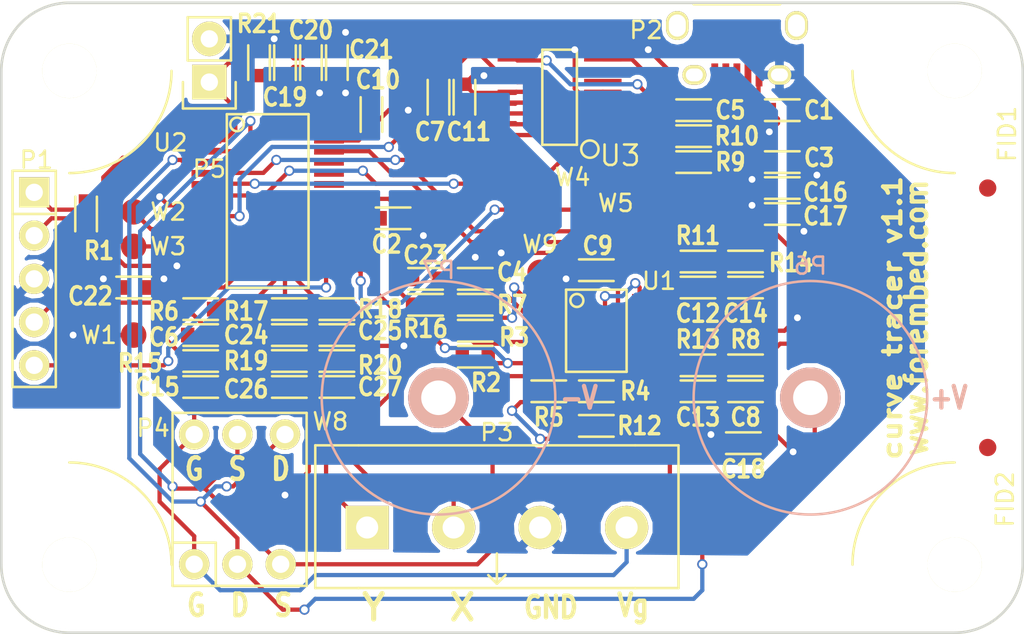
<source format=kicad_pcb>
(kicad_pcb (version 4) (host pcbnew 4.0.1-stable)

  (general
    (links 135)
    (no_connects 0)
    (area 166.193999 70.601 227.493524 112.501001)
    (thickness 1.6)
    (drawings 18)
    (tracks 560)
    (zones 0)
    (modules 68)
    (nets 44)
  )

  (page A4)
  (layers
    (0 F.Cu signal)
    (31 B.Cu signal)
    (32 B.Adhes user)
    (33 F.Adhes user)
    (34 B.Paste user)
    (35 F.Paste user)
    (36 B.SilkS user)
    (37 F.SilkS user)
    (38 B.Mask user)
    (39 F.Mask user)
    (40 Dwgs.User user)
    (41 Cmts.User user)
    (42 Eco1.User user)
    (43 Eco2.User user)
    (44 Edge.Cuts user)
    (45 Margin user)
    (46 B.CrtYd user)
    (47 F.CrtYd user)
    (48 B.Fab user)
    (49 F.Fab user)
  )

  (setup
    (last_trace_width 0.25)
    (trace_clearance 0.2)
    (zone_clearance 0.254)
    (zone_45_only yes)
    (trace_min 0.2)
    (segment_width 0.2)
    (edge_width 0.15)
    (via_size 0.6)
    (via_drill 0.4)
    (via_min_size 0.4)
    (via_min_drill 0.3)
    (uvia_size 0.3)
    (uvia_drill 0.1)
    (uvias_allowed no)
    (uvia_min_size 0.2)
    (uvia_min_drill 0.1)
    (pcb_text_width 0.3)
    (pcb_text_size 1.5 1.5)
    (mod_edge_width 0.15)
    (mod_text_size 1 1)
    (mod_text_width 0.15)
    (pad_size 1.524 1.524)
    (pad_drill 0.762)
    (pad_to_mask_clearance 0.0508)
    (aux_axis_origin 196.469 93.726)
    (grid_origin 196.469 93.726)
    (visible_elements 7FFFFF7F)
    (pcbplotparams
      (layerselection 0x210f8_80000001)
      (usegerberextensions false)
      (excludeedgelayer true)
      (linewidth 0.100000)
      (plotframeref false)
      (viasonmask true)
      (mode 1)
      (useauxorigin true)
      (hpglpennumber 1)
      (hpglpenspeed 20)
      (hpglpendiameter 15)
      (hpglpenoverlay 2)
      (psnegative false)
      (psa4output false)
      (plotreference true)
      (plotvalue false)
      (plotinvisibletext false)
      (padsonsilk false)
      (subtractmaskfromsilk false)
      (outputformat 1)
      (mirror false)
      (drillshape 0)
      (scaleselection 1)
      (outputdirectory ./gerber))
  )

  (net 0 "")
  (net 1 +5V)
  (net 2 GNDD)
  (net 3 "Net-(C3-Pad1)")
  (net 4 "Net-(C5-Pad1)")
  (net 5 "Net-(C7-Pad1)")
  (net 6 ~MCLR)
  (net 7 PGED)
  (net 8 PGEC)
  (net 9 "Net-(R2-Pad1)")
  (net 10 "Net-(R2-Pad2)")
  (net 11 "Net-(R3-Pad1)")
  (net 12 "Net-(R9-Pad1)")
  (net 13 "Net-(R10-Pad1)")
  (net 14 FT230X_TX_~SLEEP)
  (net 15 FT230X_TX)
  (net 16 FT230X_24MHZ)
  (net 17 FT230X_RX)
  (net 18 LD_VOLTAGE_0)
  (net 19 LD_VOLTAGE_1)
  (net 20 "Net-(C2-Pad1)")
  (net 21 "Net-(C4-Pad1)")
  (net 22 "Net-(C8-Pad1)")
  (net 23 "Net-(C12-Pad1)")
  (net 24 "Net-(C13-Pad1)")
  (net 25 "Net-(C14-Pad1)")
  (net 26 /IsenseReference)
  (net 27 /-Vout)
  (net 28 /DAC_high)
  (net 29 /DAC_low)
  (net 30 "Net-(U2-Pad10)")
  (net 31 "Net-(U2-Pad11)")
  (net 32 "Net-(C6-Pad1)")
  (net 33 /PWM2)
  (net 34 /PWM1)
  (net 35 "Net-(C23-Pad1)")
  (net 36 GateVoltage)
  (net 37 "Net-(C24-Pad1)")
  (net 38 "Net-(C25-Pad1)")
  (net 39 /y)
  (net 40 /x)
  (net 41 PWM3)
  (net 42 PWM4)
  (net 43 ~BOOT)

  (net_class Default "This is the default net class."
    (clearance 0.2)
    (trace_width 0.25)
    (via_dia 0.6)
    (via_drill 0.4)
    (uvia_dia 0.3)
    (uvia_drill 0.1)
    (add_net +5V)
    (add_net /-Vout)
    (add_net /DAC_high)
    (add_net /DAC_low)
    (add_net /IsenseReference)
    (add_net /PWM1)
    (add_net /PWM2)
    (add_net /x)
    (add_net /y)
    (add_net FT230X_24MHZ)
    (add_net FT230X_RX)
    (add_net FT230X_TX)
    (add_net FT230X_TX_~SLEEP)
    (add_net GNDD)
    (add_net GateVoltage)
    (add_net LD_VOLTAGE_0)
    (add_net LD_VOLTAGE_1)
    (add_net "Net-(C12-Pad1)")
    (add_net "Net-(C13-Pad1)")
    (add_net "Net-(C14-Pad1)")
    (add_net "Net-(C2-Pad1)")
    (add_net "Net-(C23-Pad1)")
    (add_net "Net-(C24-Pad1)")
    (add_net "Net-(C25-Pad1)")
    (add_net "Net-(C3-Pad1)")
    (add_net "Net-(C4-Pad1)")
    (add_net "Net-(C5-Pad1)")
    (add_net "Net-(C6-Pad1)")
    (add_net "Net-(C7-Pad1)")
    (add_net "Net-(C8-Pad1)")
    (add_net "Net-(R10-Pad1)")
    (add_net "Net-(R2-Pad1)")
    (add_net "Net-(R2-Pad2)")
    (add_net "Net-(R3-Pad1)")
    (add_net "Net-(R9-Pad1)")
    (add_net "Net-(U2-Pad10)")
    (add_net "Net-(U2-Pad11)")
    (add_net PGEC)
    (add_net PGED)
    (add_net PWM3)
    (add_net PWM4)
    (add_net ~BOOT)
    (add_net ~MCLR)
  )

  (module fiducial locked (layer F.Cu) (tedit 57601EC1) (tstamp 5760207A)
    (at 224.409 86.106)
    (fp_text reference FID1 (at 1.143 -3.175 90) (layer F.SilkS)
      (effects (font (size 1 1) (thickness 0.15)))
    )
    (fp_text value fiducial (at 0 0) (layer F.Fab) hide
      (effects (font (size 1 1) (thickness 0.15)))
    )
    (pad 1 smd circle (at 0 0) (size 1.016 1.016) (layers F.Cu F.Mask)
      (solder_mask_margin 1.016))
  )

  (module kicad_pcb:case_sickOfBeige_60x37 locked (layer F.Cu) (tedit 57601E26) (tstamp 5727C386)
    (at 196.469 93.726)
    (fp_text reference SOB (at 0 -22) (layer F.SilkS) hide
      (effects (font (size 1 1) (thickness 0.15)))
    )
    (fp_text value case_sickOfBeige_60x37 (at 0 -20) (layer F.Fab) hide
      (effects (font (size 1 1) (thickness 0.15)))
    )
    (fp_arc (start -26 14.5) (end -26 8.5) (angle 90) (layer F.SilkS) (width 0.15))
    (fp_arc (start -26 -14.5) (end -20 -14.5) (angle 90) (layer F.SilkS) (width 0.15))
    (fp_arc (start 26 14.5) (end 20 14.5) (angle 90) (layer F.SilkS) (width 0.15))
    (fp_arc (start 26 -14.5) (end 26 -8.5) (angle 90) (layer F.SilkS) (width 0.15))
    (fp_line (start -30 14.5) (end -30 -14.5) (layer F.SilkS) (width 0.15))
    (fp_arc (start -26 14.5) (end -26 18.5) (angle 90) (layer F.SilkS) (width 0.15))
    (fp_line (start 26 -18.5) (end -26 -18.5) (layer F.SilkS) (width 0.15))
    (fp_line (start 30 -14.5) (end 30 14.5) (layer F.SilkS) (width 0.15))
    (fp_line (start -26 18.5) (end 26 18.5) (layer F.SilkS) (width 0.15))
    (fp_arc (start -26 -14.5) (end -30 -14.5) (angle 90) (layer F.SilkS) (width 0.15))
    (fp_arc (start 26 14.5) (end 30 14.5) (angle 90) (layer F.SilkS) (width 0.15))
    (fp_arc (start 26 -14.5) (end 26 -18.5) (angle 90) (layer F.SilkS) (width 0.15))
    (pad "" np_thru_hole circle (at -26 -14.5) (size 3.2 3.2) (drill 3.2) (layers *.Cu *.Mask F.SilkS))
    (pad "" np_thru_hole circle (at 26 -14.5) (size 3.2 3.2) (drill 3.2) (layers *.Cu *.Mask F.SilkS))
    (pad "" np_thru_hole circle (at 26 14.5) (size 3.2 3.2) (drill 3.2) (layers *.Cu *.Mask F.SilkS))
    (pad "" np_thru_hole circle (at -26 14.5) (size 3.2 3.2) (drill 3.2) (layers *.Cu *.Mask F.SilkS))
  )

  (module kicad_pcb:SM_0603 (layer F.Cu) (tedit 5728A13E) (tstamp 56B34417)
    (at 212.344 81.534)
    (path /56B357D2)
    (fp_text reference C1 (at 2.159 0) (layer F.SilkS)
      (effects (font (size 1.016 0.889) (thickness 0.2032)))
    )
    (fp_text value 100nF (at 0 1.143) (layer F.SilkS) hide
      (effects (font (size 0.635 0.635) (thickness 0.1016)))
    )
    (fp_line (start -1.016 0.635) (end 1.016 0.635) (layer F.SilkS) (width 0.15))
    (fp_line (start -1.016 -0.635) (end 1.016 -0.635) (layer F.SilkS) (width 0.15))
    (pad 1 smd rect (at -0.762 0) (size 0.7874 0.8636) (layers F.Cu F.Paste F.Mask)
      (net 1 +5V))
    (pad 2 smd rect (at 0.762 0) (size 0.7874 0.8636) (layers F.Cu F.Paste F.Mask)
      (net 2 GNDD))
  )

  (module kicad_pcb:SM_0603 (layer F.Cu) (tedit 574F202E) (tstamp 56B3441F)
    (at 189.484 87.884)
    (path /56B31D74)
    (fp_text reference C2 (at -0.381 1.524) (layer F.SilkS)
      (effects (font (size 1.016 0.889) (thickness 0.2032)))
    )
    (fp_text value 1uF (at 0 1.143) (layer F.SilkS) hide
      (effects (font (size 0.635 0.635) (thickness 0.1016)))
    )
    (fp_line (start -1.016 0.635) (end 1.016 0.635) (layer F.SilkS) (width 0.15))
    (fp_line (start -1.016 -0.635) (end 1.016 -0.635) (layer F.SilkS) (width 0.15))
    (pad 1 smd rect (at -0.762 0) (size 0.7874 0.8636) (layers F.Cu F.Paste F.Mask)
      (net 20 "Net-(C2-Pad1)"))
    (pad 2 smd rect (at 0.762 0) (size 0.7874 0.8636) (layers F.Cu F.Paste F.Mask)
      (net 2 GNDD))
  )

  (module kicad_pcb:SM_0603 (layer F.Cu) (tedit 5755C672) (tstamp 56B34427)
    (at 212.344 84.582)
    (path /56B332F7)
    (fp_text reference C3 (at 2.159 -0.254 180) (layer F.SilkS)
      (effects (font (size 1.016 0.889) (thickness 0.2032)))
    )
    (fp_text value 47pF (at 0 1.143) (layer F.SilkS) hide
      (effects (font (size 0.635 0.635) (thickness 0.1016)))
    )
    (fp_line (start -1.016 0.635) (end 1.016 0.635) (layer F.SilkS) (width 0.15))
    (fp_line (start -1.016 -0.635) (end 1.016 -0.635) (layer F.SilkS) (width 0.15))
    (pad 1 smd rect (at -0.762 0) (size 0.7874 0.8636) (layers F.Cu F.Paste F.Mask)
      (net 3 "Net-(C3-Pad1)"))
    (pad 2 smd rect (at 0.762 0) (size 0.7874 0.8636) (layers F.Cu F.Paste F.Mask)
      (net 2 GNDD))
  )

  (module kicad_pcb:SM_0603 (layer F.Cu) (tedit 5765E116) (tstamp 56B3442F)
    (at 194.31 91.44 180)
    (path /56B31E2B)
    (fp_text reference C4 (at -2.159 0.381 180) (layer F.SilkS)
      (effects (font (size 1.016 0.889) (thickness 0.2032)))
    )
    (fp_text value 1uF (at 0 1.143 180) (layer F.SilkS) hide
      (effects (font (size 0.635 0.635) (thickness 0.1016)))
    )
    (fp_line (start -1.016 0.635) (end 1.016 0.635) (layer F.SilkS) (width 0.15))
    (fp_line (start -1.016 -0.635) (end 1.016 -0.635) (layer F.SilkS) (width 0.15))
    (pad 1 smd rect (at -0.762 0 180) (size 0.7874 0.8636) (layers F.Cu F.Paste F.Mask)
      (net 21 "Net-(C4-Pad1)"))
    (pad 2 smd rect (at 0.762 0 180) (size 0.7874 0.8636) (layers F.Cu F.Paste F.Mask)
      (net 2 GNDD))
  )

  (module kicad_pcb:SM_0603 (layer F.Cu) (tedit 5728A139) (tstamp 56B34437)
    (at 207.137 81.534 180)
    (path /56B3305D)
    (fp_text reference C5 (at -2.159 0 360) (layer F.SilkS)
      (effects (font (size 1.016 0.889) (thickness 0.2032)))
    )
    (fp_text value 47pF (at 0 1.143 180) (layer F.SilkS) hide
      (effects (font (size 0.635 0.635) (thickness 0.1016)))
    )
    (fp_line (start -1.016 0.635) (end 1.016 0.635) (layer F.SilkS) (width 0.15))
    (fp_line (start -1.016 -0.635) (end 1.016 -0.635) (layer F.SilkS) (width 0.15))
    (pad 1 smd rect (at -0.762 0 180) (size 0.7874 0.8636) (layers F.Cu F.Paste F.Mask)
      (net 4 "Net-(C5-Pad1)"))
    (pad 2 smd rect (at 0.762 0 180) (size 0.7874 0.8636) (layers F.Cu F.Paste F.Mask)
      (net 2 GNDD))
  )

  (module kicad_pcb:SM_0603 (layer F.Cu) (tedit 575724CE) (tstamp 56B3443F)
    (at 178.181 94.742 180)
    (path /56B31E59)
    (fp_text reference C6 (at 2.159 -0.127 180) (layer F.SilkS)
      (effects (font (size 1.016 0.889) (thickness 0.2032)))
    )
    (fp_text value 1uF (at 0 1.143 180) (layer F.SilkS) hide
      (effects (font (size 0.635 0.635) (thickness 0.1016)))
    )
    (fp_line (start -1.016 0.635) (end 1.016 0.635) (layer F.SilkS) (width 0.15))
    (fp_line (start -1.016 -0.635) (end 1.016 -0.635) (layer F.SilkS) (width 0.15))
    (pad 1 smd rect (at -0.762 0 180) (size 0.7874 0.8636) (layers F.Cu F.Paste F.Mask)
      (net 32 "Net-(C6-Pad1)"))
    (pad 2 smd rect (at 0.762 0 180) (size 0.7874 0.8636) (layers F.Cu F.Paste F.Mask)
      (net 2 GNDD))
  )

  (module kicad_pcb:SM_0603 (layer F.Cu) (tedit 5728A1FF) (tstamp 56B34447)
    (at 192.151 80.772 270)
    (path /56B336CF)
    (fp_text reference C7 (at 2.032 0.508 540) (layer F.SilkS)
      (effects (font (size 1.016 0.889) (thickness 0.2032)))
    )
    (fp_text value 100nF (at 0 1.143 270) (layer F.SilkS) hide
      (effects (font (size 0.635 0.635) (thickness 0.1016)))
    )
    (fp_line (start -1.016 0.635) (end 1.016 0.635) (layer F.SilkS) (width 0.15))
    (fp_line (start -1.016 -0.635) (end 1.016 -0.635) (layer F.SilkS) (width 0.15))
    (pad 1 smd rect (at -0.762 0 270) (size 0.7874 0.8636) (layers F.Cu F.Paste F.Mask)
      (net 5 "Net-(C7-Pad1)"))
    (pad 2 smd rect (at 0.762 0 270) (size 0.7874 0.8636) (layers F.Cu F.Paste F.Mask)
      (net 2 GNDD))
  )

  (module kicad_pcb:CONN_1x5_0.1in (layer F.Cu) (tedit 5755C866) (tstamp 56B34455)
    (at 168.402 91.44 270)
    (path /56B3154B)
    (fp_text reference P1 (at -6.985 -0.127 360) (layer F.SilkS)
      (effects (font (size 1 1) (thickness 0.15)))
    )
    (fp_text value CONN_01X05 (at 0 0 270) (layer F.Fab) hide
      (effects (font (size 1 1) (thickness 0.15)))
    )
    (fp_line (start -3.81 -1.27) (end -3.81 1.27) (layer F.SilkS) (width 0.15))
    (fp_line (start -6.35 -1.27) (end 6.35 -1.27) (layer F.SilkS) (width 0.15))
    (fp_line (start 6.35 -1.27) (end 6.35 1.27) (layer F.SilkS) (width 0.15))
    (fp_line (start 6.35 1.27) (end -6.35 1.27) (layer F.SilkS) (width 0.15))
    (fp_line (start -6.35 1.27) (end -6.35 -1.27) (layer F.SilkS) (width 0.15))
    (pad 1 thru_hole rect (at -5.08 0 270) (size 1.778 1.778) (drill 1.016) (layers *.Cu *.Mask F.SilkS)
      (net 6 ~MCLR))
    (pad 2 thru_hole circle (at -2.54 0 270) (size 1.778 1.778) (drill 1.016) (layers *.Cu *.Mask F.SilkS)
      (net 1 +5V))
    (pad 3 thru_hole circle (at 0 0 270) (size 1.778 1.778) (drill 1.016) (layers *.Cu *.Mask F.SilkS)
      (net 2 GNDD))
    (pad 4 thru_hole circle (at 2.54 0 270) (size 1.778 1.778) (drill 1.016) (layers *.Cu *.Mask F.SilkS)
      (net 7 PGED))
    (pad 5 thru_hole circle (at 5.08 0 270) (size 1.778 1.778) (drill 1.016) (layers *.Cu *.Mask F.SilkS)
      (net 8 PGEC))
  )

  (module kicad_pcb:CONN_2x3_SOCKET (layer F.Cu) (tedit 57572AEA) (tstamp 56B34470)
    (at 180.34 104.394)
    (path /5755ECF2)
    (fp_text reference P4 (at -4.953 -4.191) (layer F.SilkS)
      (effects (font (size 1 1) (thickness 0.15)))
    )
    (fp_text value CONN_01X06 (at 0 0) (layer F.Fab) hide
      (effects (font (size 1 1) (thickness 0.15)))
    )
    (fp_line (start -1.27 5.08) (end -1.27 2.54) (layer F.SilkS) (width 0.15))
    (fp_line (start -1.27 2.54) (end -3.81 2.54) (layer F.SilkS) (width 0.15))
    (fp_line (start -3.81 -5.08) (end 4.064 -5.08) (layer F.SilkS) (width 0.15))
    (fp_line (start 4.064 -5.08) (end 4.064 5.08) (layer F.SilkS) (width 0.15))
    (fp_line (start 4.064 5.08) (end -3.81 5.08) (layer F.SilkS) (width 0.15))
    (fp_line (start -3.81 5.08) (end -3.81 -5.08) (layer F.SilkS) (width 0.15))
    (pad 1 thru_hole circle (at -2.54 3.81) (size 1.778 1.778) (drill 1.016) (layers *.Cu *.Mask F.SilkS)
      (net 36 GateVoltage))
    (pad 2 thru_hole circle (at 0 3.81) (size 1.778 1.778) (drill 1.016) (layers *.Cu *.Mask F.SilkS)
      (net 18 LD_VOLTAGE_0))
    (pad 3 thru_hole circle (at 2.54 3.81) (size 1.778 1.778) (drill 1.016) (layers *.Cu *.Mask F.SilkS)
      (net 19 LD_VOLTAGE_1))
    (pad 4 thru_hole circle (at 2.794 -3.81) (size 1.778 1.778) (drill 1.016) (layers *.Cu *.Mask F.SilkS)
      (net 18 LD_VOLTAGE_0))
    (pad 5 thru_hole circle (at 0 -3.81) (size 1.778 1.778) (drill 1.016) (layers *.Cu *.Mask F.SilkS)
      (net 19 LD_VOLTAGE_1))
    (pad 6 thru_hole circle (at -2.54 -3.81) (size 1.778 1.778) (drill 1.016) (layers *.Cu *.Mask F.SilkS)
      (net 36 GateVoltage))
  )

  (module kicad_pcb:SM_0603 (layer F.Cu) (tedit 5755C85E) (tstamp 56B34478)
    (at 171.45 87.63 270)
    (path /56B344F7)
    (fp_text reference R1 (at 2.159 -0.762 360) (layer F.SilkS)
      (effects (font (size 1.016 0.889) (thickness 0.2032)))
    )
    (fp_text value 10k (at 0 1.143 270) (layer F.SilkS) hide
      (effects (font (size 0.635 0.635) (thickness 0.1016)))
    )
    (fp_line (start -1.016 0.635) (end 1.016 0.635) (layer F.SilkS) (width 0.15))
    (fp_line (start -1.016 -0.635) (end 1.016 -0.635) (layer F.SilkS) (width 0.15))
    (pad 1 smd rect (at -0.762 0 270) (size 0.7874 0.8636) (layers F.Cu F.Paste F.Mask)
      (net 6 ~MCLR))
    (pad 2 smd rect (at 0.762 0 270) (size 0.7874 0.8636) (layers F.Cu F.Paste F.Mask)
      (net 1 +5V))
  )

  (module kicad_pcb:SM_0603 (layer F.Cu) (tedit 5765E352) (tstamp 56B34480)
    (at 194.31 96.012 180)
    (path /56B39BF7)
    (fp_text reference R2 (at -0.635 -1.524 360) (layer F.SilkS)
      (effects (font (size 1.016 0.889) (thickness 0.2032)))
    )
    (fp_text value 10k (at 0 1.143 180) (layer F.SilkS) hide
      (effects (font (size 0.635 0.635) (thickness 0.1016)))
    )
    (fp_line (start -1.016 0.635) (end 1.016 0.635) (layer F.SilkS) (width 0.15))
    (fp_line (start -1.016 -0.635) (end 1.016 -0.635) (layer F.SilkS) (width 0.15))
    (pad 1 smd rect (at -0.762 0 180) (size 0.7874 0.8636) (layers F.Cu F.Paste F.Mask)
      (net 9 "Net-(R2-Pad1)"))
    (pad 2 smd rect (at 0.762 0 180) (size 0.7874 0.8636) (layers F.Cu F.Paste F.Mask)
      (net 10 "Net-(R2-Pad2)"))
  )

  (module kicad_pcb:SM_0603 (layer F.Cu) (tedit 5765E11C) (tstamp 56B34488)
    (at 194.31 94.488)
    (path /56B39AAD)
    (fp_text reference R3 (at 2.286 0.381) (layer F.SilkS)
      (effects (font (size 1.016 0.889) (thickness 0.2032)))
    )
    (fp_text value 10k (at 0 1.143) (layer F.SilkS) hide
      (effects (font (size 0.635 0.635) (thickness 0.1016)))
    )
    (fp_line (start -1.016 0.635) (end 1.016 0.635) (layer F.SilkS) (width 0.15))
    (fp_line (start -1.016 -0.635) (end 1.016 -0.635) (layer F.SilkS) (width 0.15))
    (pad 1 smd rect (at -0.762 0) (size 0.7874 0.8636) (layers F.Cu F.Paste F.Mask)
      (net 11 "Net-(R3-Pad1)"))
    (pad 2 smd rect (at 0.762 0) (size 0.7874 0.8636) (layers F.Cu F.Paste F.Mask)
      (net 26 /IsenseReference))
  )

  (module kicad_pcb:SM_0603 (layer F.Cu) (tedit 5727C0BA) (tstamp 56B34490)
    (at 201.422 98.044 180)
    (path /56B3978E)
    (fp_text reference R4 (at -2.286 0 180) (layer F.SilkS)
      (effects (font (size 1.016 0.889) (thickness 0.2032)))
    )
    (fp_text value 1k (at 0 1.143 180) (layer F.SilkS) hide
      (effects (font (size 0.635 0.635) (thickness 0.1016)))
    )
    (fp_line (start -1.016 0.635) (end 1.016 0.635) (layer F.SilkS) (width 0.15))
    (fp_line (start -1.016 -0.635) (end 1.016 -0.635) (layer F.SilkS) (width 0.15))
    (pad 1 smd rect (at -0.762 0 180) (size 0.7874 0.8636) (layers F.Cu F.Paste F.Mask)
      (net 19 LD_VOLTAGE_1))
    (pad 2 smd rect (at 0.762 0 180) (size 0.7874 0.8636) (layers F.Cu F.Paste F.Mask)
      (net 11 "Net-(R3-Pad1)"))
  )

  (module kicad_pcb:SM_0603 (layer F.Cu) (tedit 5727C08E) (tstamp 56B34498)
    (at 198.628 98.044)
    (path /56B39824)
    (fp_text reference R5 (at 0 1.524) (layer F.SilkS)
      (effects (font (size 1.016 0.889) (thickness 0.2032)))
    )
    (fp_text value 1k (at 0 1.143) (layer F.SilkS) hide
      (effects (font (size 0.635 0.635) (thickness 0.1016)))
    )
    (fp_line (start -1.016 0.635) (end 1.016 0.635) (layer F.SilkS) (width 0.15))
    (fp_line (start -1.016 -0.635) (end 1.016 -0.635) (layer F.SilkS) (width 0.15))
    (pad 1 smd rect (at -0.762 0) (size 0.7874 0.8636) (layers F.Cu F.Paste F.Mask)
      (net 27 /-Vout))
    (pad 2 smd rect (at 0.762 0) (size 0.7874 0.8636) (layers F.Cu F.Paste F.Mask)
      (net 10 "Net-(R2-Pad2)"))
  )

  (module kicad_pcb:SM_0603 (layer F.Cu) (tedit 575724D1) (tstamp 56B344A0)
    (at 178.181 93.218)
    (path /56B31B64)
    (fp_text reference R6 (at -2.159 0.127) (layer F.SilkS)
      (effects (font (size 1.016 0.889) (thickness 0.2032)))
    )
    (fp_text value 1k (at 0 1.143) (layer F.SilkS) hide
      (effects (font (size 0.635 0.635) (thickness 0.1016)))
    )
    (fp_line (start -1.016 0.635) (end 1.016 0.635) (layer F.SilkS) (width 0.15))
    (fp_line (start -1.016 -0.635) (end 1.016 -0.635) (layer F.SilkS) (width 0.15))
    (pad 1 smd rect (at -0.762 0) (size 0.7874 0.8636) (layers F.Cu F.Paste F.Mask)
      (net 32 "Net-(C6-Pad1)"))
    (pad 2 smd rect (at 0.762 0) (size 0.7874 0.8636) (layers F.Cu F.Paste F.Mask)
      (net 33 /PWM2))
  )

  (module kicad_pcb:SM_0603 (layer F.Cu) (tedit 5765E279) (tstamp 56B344A8)
    (at 194.31 92.964 180)
    (path /56B31AE4)
    (fp_text reference R7 (at -2.159 0 180) (layer F.SilkS)
      (effects (font (size 1.016 0.889) (thickness 0.2032)))
    )
    (fp_text value 10k (at 0 1.143 180) (layer F.SilkS) hide
      (effects (font (size 0.635 0.635) (thickness 0.1016)))
    )
    (fp_line (start -1.016 0.635) (end 1.016 0.635) (layer F.SilkS) (width 0.15))
    (fp_line (start -1.016 -0.635) (end 1.016 -0.635) (layer F.SilkS) (width 0.15))
    (pad 1 smd rect (at -0.762 0 180) (size 0.7874 0.8636) (layers F.Cu F.Paste F.Mask)
      (net 21 "Net-(C4-Pad1)"))
    (pad 2 smd rect (at 0.762 0 180) (size 0.7874 0.8636) (layers F.Cu F.Paste F.Mask)
      (net 35 "Net-(C23-Pad1)"))
  )

  (module kicad_pcb:SM_0603 (layer F.Cu) (tedit 5727BF77) (tstamp 56B344B0)
    (at 210.185 96.52)
    (path /5728655E)
    (fp_text reference R8 (at 0 -1.524) (layer F.SilkS)
      (effects (font (size 1.016 0.889) (thickness 0.2032)))
    )
    (fp_text value 1k (at 0 1.143) (layer F.SilkS) hide
      (effects (font (size 0.635 0.635) (thickness 0.1016)))
    )
    (fp_line (start -1.016 0.635) (end 1.016 0.635) (layer F.SilkS) (width 0.15))
    (fp_line (start -1.016 -0.635) (end 1.016 -0.635) (layer F.SilkS) (width 0.15))
    (pad 1 smd rect (at -0.762 0) (size 0.7874 0.8636) (layers F.Cu F.Paste F.Mask)
      (net 22 "Net-(C8-Pad1)"))
    (pad 2 smd rect (at 0.762 0) (size 0.7874 0.8636) (layers F.Cu F.Paste F.Mask)
      (net 28 /DAC_high))
  )

  (module kicad_pcb:SM_0603 (layer F.Cu) (tedit 575713D1) (tstamp 56B344B8)
    (at 207.137 84.582)
    (path /56B32D81)
    (fp_text reference R9 (at 2.159 0 180) (layer F.SilkS)
      (effects (font (size 1.016 0.889) (thickness 0.2032)))
    )
    (fp_text value 27 (at 0 1.143) (layer F.SilkS) hide
      (effects (font (size 0.635 0.635) (thickness 0.1016)))
    )
    (fp_line (start -1.016 0.635) (end 1.016 0.635) (layer F.SilkS) (width 0.15))
    (fp_line (start -1.016 -0.635) (end 1.016 -0.635) (layer F.SilkS) (width 0.15))
    (pad 1 smd rect (at -0.762 0) (size 0.7874 0.8636) (layers F.Cu F.Paste F.Mask)
      (net 12 "Net-(R9-Pad1)"))
    (pad 2 smd rect (at 0.762 0) (size 0.7874 0.8636) (layers F.Cu F.Paste F.Mask)
      (net 3 "Net-(C3-Pad1)"))
  )

  (module kicad_pcb:SM_0603 (layer F.Cu) (tedit 575713D4) (tstamp 56B344C0)
    (at 207.137 83.058)
    (path /56B32E59)
    (fp_text reference R10 (at 2.54 0) (layer F.SilkS)
      (effects (font (size 1.016 0.889) (thickness 0.2032)))
    )
    (fp_text value 27 (at 0 1.143) (layer F.SilkS) hide
      (effects (font (size 0.635 0.635) (thickness 0.1016)))
    )
    (fp_line (start -1.016 0.635) (end 1.016 0.635) (layer F.SilkS) (width 0.15))
    (fp_line (start -1.016 -0.635) (end 1.016 -0.635) (layer F.SilkS) (width 0.15))
    (pad 1 smd rect (at -0.762 0) (size 0.7874 0.8636) (layers F.Cu F.Paste F.Mask)
      (net 13 "Net-(R10-Pad1)"))
    (pad 2 smd rect (at 0.762 0) (size 0.7874 0.8636) (layers F.Cu F.Paste F.Mask)
      (net 4 "Net-(C5-Pad1)"))
  )

  (module kicad_pcb:SM_0603 (layer F.Cu) (tedit 572A4671) (tstamp 56B344C8)
    (at 207.391 90.424)
    (path /57289F24)
    (fp_text reference R11 (at 0 -1.524 180) (layer F.SilkS)
      (effects (font (size 1.016 0.889) (thickness 0.2032)))
    )
    (fp_text value 1k (at 0 1.143) (layer F.SilkS) hide
      (effects (font (size 0.635 0.635) (thickness 0.1016)))
    )
    (fp_line (start -1.016 0.635) (end 1.016 0.635) (layer F.SilkS) (width 0.15))
    (fp_line (start -1.016 -0.635) (end 1.016 -0.635) (layer F.SilkS) (width 0.15))
    (pad 1 smd rect (at -0.762 0) (size 0.7874 0.8636) (layers F.Cu F.Paste F.Mask)
      (net 23 "Net-(C12-Pad1)"))
    (pad 2 smd rect (at 0.762 0) (size 0.7874 0.8636) (layers F.Cu F.Paste F.Mask)
      (net 25 "Net-(C14-Pad1)"))
  )

  (module kicad_pcb:SM_0603 (layer F.Cu) (tedit 5728ABCC) (tstamp 56B344D0)
    (at 201.422 100.076)
    (path /56B36EAD)
    (fp_text reference R12 (at 2.54 0 180) (layer F.SilkS)
      (effects (font (size 1.016 0.889) (thickness 0.2032)))
    )
    (fp_text value 10 (at 0 1.143) (layer F.SilkS) hide
      (effects (font (size 0.635 0.635) (thickness 0.1016)))
    )
    (fp_line (start -1.016 0.635) (end 1.016 0.635) (layer F.SilkS) (width 0.15))
    (fp_line (start -1.016 -0.635) (end 1.016 -0.635) (layer F.SilkS) (width 0.15))
    (pad 1 smd rect (at -0.762 0) (size 0.7874 0.8636) (layers F.Cu F.Paste F.Mask)
      (net 27 /-Vout))
    (pad 2 smd rect (at 0.762 0) (size 0.7874 0.8636) (layers F.Cu F.Paste F.Mask)
      (net 19 LD_VOLTAGE_1))
  )

  (module kicad_pcb:SSOP-28 (layer F.Cu) (tedit 575C4B26) (tstamp 56B34502)
    (at 182.118 86.868 270)
    (path /56B31191)
    (fp_text reference U2 (at -3.429 5.715 540) (layer F.SilkS)
      (effects (font (size 1 1) (thickness 0.15)))
    )
    (fp_text value pic24f08km202 (at 0 0 270) (layer F.Fab) hide
      (effects (font (size 1 1) (thickness 0.15)))
    )
    (fp_circle (center -4.5 1.8) (end -4.9 1.8) (layer F.SilkS) (width 0.15))
    (fp_line (start -5.1 -2.4) (end -5.1 2.4) (layer F.SilkS) (width 0.15))
    (fp_line (start -5.1 2.4) (end 5.1 2.4) (layer F.SilkS) (width 0.15))
    (fp_line (start 5.1 2.4) (end 5.1 -2.4) (layer F.SilkS) (width 0.15))
    (fp_line (start 5.1 -2.4) (end -5.1 -2.4) (layer F.SilkS) (width 0.15))
    (pad 1 smd rect (at -4.225 3.6 270) (size 0.4 1.75) (layers F.Cu F.Paste F.Mask)
      (net 6 ~MCLR))
    (pad 2 smd rect (at -3.575 3.6 270) (size 0.4 1.75) (layers F.Cu F.Paste F.Mask)
      (net 43 ~BOOT))
    (pad 3 smd rect (at -2.925 3.6 270) (size 0.4 1.75) (layers F.Cu F.Paste F.Mask)
      (net 19 LD_VOLTAGE_1))
    (pad 4 smd rect (at -2.275 3.6 270) (size 0.4 1.75) (layers F.Cu F.Paste F.Mask)
      (net 18 LD_VOLTAGE_0))
    (pad 5 smd rect (at -1.625 3.6 270) (size 0.4 1.75) (layers F.Cu F.Paste F.Mask)
      (net 14 FT230X_TX_~SLEEP))
    (pad 6 smd rect (at -0.975 3.6 270) (size 0.4 1.75) (layers F.Cu F.Paste F.Mask)
      (net 15 FT230X_TX))
    (pad 7 smd rect (at -0.325 3.6 270) (size 0.4 1.75) (layers F.Cu F.Paste F.Mask)
      (net 29 /DAC_low))
    (pad 8 smd rect (at 0.325 3.6 270) (size 0.4 1.75) (layers F.Cu F.Paste F.Mask)
      (net 2 GNDD))
    (pad 9 smd rect (at 0.975 3.6 270) (size 0.4 1.75) (layers F.Cu F.Paste F.Mask)
      (net 16 FT230X_24MHZ))
    (pad 10 smd rect (at 1.625 3.6 270) (size 0.4 1.75) (layers F.Cu F.Paste F.Mask)
      (net 30 "Net-(U2-Pad10)"))
    (pad 11 smd rect (at 2.275 3.6 270) (size 0.4 1.75) (layers F.Cu F.Paste F.Mask)
      (net 31 "Net-(U2-Pad11)"))
    (pad 12 smd rect (at 2.925 3.6 270) (size 0.4 1.75) (layers F.Cu F.Paste F.Mask)
      (net 36 GateVoltage))
    (pad 13 smd rect (at 3.575 3.6 270) (size 0.4 1.75) (layers F.Cu F.Paste F.Mask)
      (net 1 +5V))
    (pad 14 smd rect (at 4.225 3.6 270) (size 0.4 1.75) (layers F.Cu F.Paste F.Mask)
      (net 7 PGED))
    (pad 15 smd rect (at 4.225 -3.6 270) (size 0.4 1.75) (layers F.Cu F.Paste F.Mask)
      (net 8 PGEC))
    (pad 16 smd rect (at 3.575 -3.6 270) (size 0.4 1.75) (layers F.Cu F.Paste F.Mask)
      (net 17 FT230X_RX))
    (pad 17 smd rect (at 2.925 -3.6 270) (size 0.4 1.75) (layers F.Cu F.Paste F.Mask)
      (net 9 "Net-(R2-Pad1)"))
    (pad 18 smd rect (at 2.275 -3.6 270) (size 0.4 1.75) (layers F.Cu F.Paste F.Mask)
      (net 41 PWM3))
    (pad 19 smd rect (at 1.625 -3.6 270) (size 0.4 1.75) (layers F.Cu F.Paste F.Mask)
      (net 42 PWM4))
    (pad 20 smd rect (at 0.975 -3.6 270) (size 0.4 1.75) (layers F.Cu F.Paste F.Mask)
      (net 20 "Net-(C2-Pad1)"))
    (pad 21 smd rect (at 0.325 -3.6 270) (size 0.4 1.75) (layers F.Cu F.Paste F.Mask)
      (net 34 /PWM1))
    (pad 22 smd rect (at -0.325 -3.6 270) (size 0.4 1.75) (layers F.Cu F.Paste F.Mask)
      (net 33 /PWM2))
    (pad 23 smd rect (at -0.975 -3.6 270) (size 0.4 1.75) (layers F.Cu F.Paste F.Mask))
    (pad 24 smd rect (at -1.625 -3.6 270) (size 0.4 1.75) (layers F.Cu F.Paste F.Mask))
    (pad 25 smd rect (at -2.275 -3.6 270) (size 0.4 1.75) (layers F.Cu F.Paste F.Mask))
    (pad 26 smd rect (at -2.925 -3.6 270) (size 0.4 1.75) (layers F.Cu F.Paste F.Mask)
      (net 28 /DAC_high))
    (pad 27 smd rect (at -3.575 -3.6 270) (size 0.4 1.75) (layers F.Cu F.Paste F.Mask)
      (net 2 GNDD))
    (pad 28 smd rect (at -4.225 -3.6 270) (size 0.4 1.75) (layers F.Cu F.Paste F.Mask)
      (net 1 +5V))
  )

  (module kicad_pcb:SOIC-16 (layer F.Cu) (tedit 575713B1) (tstamp 56B3451B)
    (at 199.263 80.772 90)
    (path /56B311DA)
    (fp_text reference U3 (at -3.429 3.556 180) (layer F.SilkS)
      (effects (font (size 1.2 1.2) (thickness 0.15)))
    )
    (fp_text value ft230x (at 0 0 90) (layer F.Fab) hide
      (effects (font (size 1.2 1.2) (thickness 0.15)))
    )
    (fp_circle (center -3.048 1.778) (end -3.048 2.286) (layer F.SilkS) (width 0.15))
    (fp_line (start 2.794 -1.016) (end -2.794 -1.016) (layer F.SilkS) (width 0.15))
    (fp_line (start -2.794 -1.016) (end -2.794 1.016) (layer F.SilkS) (width 0.15))
    (fp_line (start -2.794 1.016) (end 2.794 1.016) (layer F.SilkS) (width 0.15))
    (fp_line (start 2.794 1.016) (end 2.794 -1.016) (layer F.SilkS) (width 0.15))
    (pad 16 smd rect (at -2.2225 -2.54 90) (size 0.254 2.2) (layers F.Cu F.Paste F.Mask)
      (net 14 FT230X_TX_~SLEEP))
    (pad 1 smd rect (at -2.2225 2.54 90) (size 0.254 2.2) (layers F.Cu F.Paste F.Mask)
      (net 15 FT230X_TX))
    (pad 15 smd rect (at -1.5875 -2.54 90) (size 0.254 2.2) (layers F.Cu F.Paste F.Mask)
      (net 16 FT230X_24MHZ))
    (pad 2 smd rect (at -1.5875 2.54 90) (size 0.254 2.2) (layers F.Cu F.Paste F.Mask))
    (pad 14 smd rect (at -0.9525 -2.54 90) (size 0.254 2.2) (layers F.Cu F.Paste F.Mask))
    (pad 3 smd rect (at -0.9525 2.54 90) (size 0.254 2.2) (layers F.Cu F.Paste F.Mask)
      (net 5 "Net-(C7-Pad1)"))
    (pad 13 smd rect (at -0.3175 -2.54 90) (size 0.254 2.2) (layers F.Cu F.Paste F.Mask)
      (net 2 GNDD))
    (pad 4 smd rect (at -0.3175 2.54 90) (size 0.254 2.2) (layers F.Cu F.Paste F.Mask)
      (net 17 FT230X_RX))
    (pad 12 smd rect (at 0.3175 -2.54 90) (size 0.254 2.2) (layers F.Cu F.Paste F.Mask)
      (net 1 +5V))
    (pad 5 smd rect (at 0.3175 2.54 90) (size 0.254 2.2) (layers F.Cu F.Paste F.Mask)
      (net 2 GNDD))
    (pad 11 smd rect (at 0.9525 -2.54 90) (size 0.254 2.2) (layers F.Cu F.Paste F.Mask)
      (net 5 "Net-(C7-Pad1)"))
    (pad 6 smd rect (at 0.9525 2.54 90) (size 0.254 2.2) (layers F.Cu F.Paste F.Mask))
    (pad 10 smd rect (at 1.5875 -2.54 90) (size 0.254 2.2) (layers F.Cu F.Paste F.Mask)
      (net 5 "Net-(C7-Pad1)"))
    (pad 7 smd rect (at 1.5875 2.54 90) (size 0.254 2.2) (layers F.Cu F.Paste F.Mask))
    (pad 9 smd rect (at 2.2225 -2.54 90) (size 0.254 2.2) (layers F.Cu F.Paste F.Mask)
      (net 12 "Net-(R9-Pad1)"))
    (pad 8 smd rect (at 2.2225 2.54 90) (size 0.254 2.2) (layers F.Cu F.Paste F.Mask)
      (net 13 "Net-(R10-Pad1)"))
  )

  (module kicad_pcb:CONN_USB (layer F.Cu) (tedit 5755C60E) (tstamp 56B34BB3)
    (at 209.677 75.311 180)
    (path /56B35430)
    (fp_text reference P2 (at 5.334 -1.524 180) (layer F.SilkS)
      (effects (font (size 1 1) (thickness 0.15)))
    )
    (fp_text value USB_OTG (at 0 0.762 180) (layer F.Fab) hide
      (effects (font (size 1 1) (thickness 0.15)))
    )
    (fp_line (start -2.54 0) (end 2.54 0) (layer F.SilkS) (width 0.15))
    (pad 6 thru_hole oval (at -2.5 -4.15 180) (size 1.4 1.15) (drill oval 1 0.75) (layers *.Cu *.Mask F.SilkS)
      (net 2 GNDD))
    (pad 7 thru_hole oval (at 2.5 -4.15 180) (size 1.4 1.15) (drill oval 1 0.75) (layers *.Cu *.Mask F.SilkS))
    (pad 8 thru_hole oval (at -3.5 -1.25 180) (size 1.325 1.7) (drill oval 1 1.3) (layers *.Cu *.Mask F.SilkS))
    (pad 9 thru_hole oval (at 3.5 -1.25 180) (size 1.325 1.7) (drill oval 1 1.3) (layers *.Cu *.Mask F.SilkS))
    (pad 1 smd rect (at -1.3 -4.15 180) (size 0.4 1.35) (layers F.Cu F.Paste F.Mask)
      (net 1 +5V))
    (pad 2 smd rect (at -0.65 -4.15 180) (size 0.4 1.35) (layers F.Cu F.Paste F.Mask)
      (net 3 "Net-(C3-Pad1)"))
    (pad 3 smd rect (at 0 -4.15 180) (size 0.4 1.35) (layers F.Cu F.Paste F.Mask)
      (net 4 "Net-(C5-Pad1)"))
    (pad 4 smd rect (at 0.65 -4.15 180) (size 0.4 1.35) (layers F.Cu F.Paste F.Mask))
    (pad 5 smd rect (at 1.3 -4.15 180) (size 0.4 1.35) (layers F.Cu F.Paste F.Mask)
      (net 2 GNDD))
  )

  (module kicad_pcb:SM_0603 (layer F.Cu) (tedit 572A4268) (tstamp 56B37118)
    (at 201.422 90.932)
    (path /56B46CF7)
    (fp_text reference C9 (at 0.078 -1.432) (layer F.SilkS)
      (effects (font (size 1.016 0.889) (thickness 0.2032)))
    )
    (fp_text value 100nF (at 0 1.143) (layer F.SilkS) hide
      (effects (font (size 0.635 0.635) (thickness 0.1016)))
    )
    (fp_line (start -1.016 0.635) (end 1.016 0.635) (layer F.SilkS) (width 0.15))
    (fp_line (start -1.016 -0.635) (end 1.016 -0.635) (layer F.SilkS) (width 0.15))
    (pad 1 smd rect (at -0.762 0) (size 0.7874 0.8636) (layers F.Cu F.Paste F.Mask)
      (net 1 +5V))
    (pad 2 smd rect (at 0.762 0) (size 0.7874 0.8636) (layers F.Cu F.Paste F.Mask)
      (net 2 GNDD))
  )

  (module kicad_pcb:SM_0603 (layer F.Cu) (tedit 575C4BC5) (tstamp 56B37120)
    (at 188.214 81.788 270)
    (path /56B4681A)
    (fp_text reference C10 (at -2.032 -0.381 360) (layer F.SilkS)
      (effects (font (size 1.016 0.889) (thickness 0.2032)))
    )
    (fp_text value 100nF (at 0 1.143 270) (layer F.SilkS) hide
      (effects (font (size 0.635 0.635) (thickness 0.1016)))
    )
    (fp_line (start -1.016 0.635) (end 1.016 0.635) (layer F.SilkS) (width 0.15))
    (fp_line (start -1.016 -0.635) (end 1.016 -0.635) (layer F.SilkS) (width 0.15))
    (pad 1 smd rect (at -0.762 0 270) (size 0.7874 0.8636) (layers F.Cu F.Paste F.Mask)
      (net 1 +5V))
    (pad 2 smd rect (at 0.762 0 270) (size 0.7874 0.8636) (layers F.Cu F.Paste F.Mask)
      (net 2 GNDD))
  )

  (module kicad_pcb:SM_0603 (layer F.Cu) (tedit 5728A206) (tstamp 56B37128)
    (at 193.675 80.772 270)
    (path /56B4748E)
    (fp_text reference C11 (at 2.032 -0.254 540) (layer F.SilkS)
      (effects (font (size 1.016 0.889) (thickness 0.2032)))
    )
    (fp_text value 100nF (at 0 1.143 270) (layer F.SilkS) hide
      (effects (font (size 0.635 0.635) (thickness 0.1016)))
    )
    (fp_line (start -1.016 0.635) (end 1.016 0.635) (layer F.SilkS) (width 0.15))
    (fp_line (start -1.016 -0.635) (end 1.016 -0.635) (layer F.SilkS) (width 0.15))
    (pad 1 smd rect (at -0.762 0 270) (size 0.7874 0.8636) (layers F.Cu F.Paste F.Mask)
      (net 1 +5V))
    (pad 2 smd rect (at 0.762 0 270) (size 0.7874 0.8636) (layers F.Cu F.Paste F.Mask)
      (net 2 GNDD))
  )

  (module kicad_pcb:SM_0603 (layer F.Cu) (tedit 5727BF71) (tstamp 5727BB8E)
    (at 210.185 98.044)
    (path /572868D4)
    (fp_text reference C8 (at 0 1.524) (layer F.SilkS)
      (effects (font (size 1.016 0.889) (thickness 0.2032)))
    )
    (fp_text value 100nF (at 0 1.143) (layer F.SilkS) hide
      (effects (font (size 0.635 0.635) (thickness 0.1016)))
    )
    (fp_line (start -1.016 0.635) (end 1.016 0.635) (layer F.SilkS) (width 0.15))
    (fp_line (start -1.016 -0.635) (end 1.016 -0.635) (layer F.SilkS) (width 0.15))
    (pad 1 smd rect (at -0.762 0) (size 0.7874 0.8636) (layers F.Cu F.Paste F.Mask)
      (net 22 "Net-(C8-Pad1)"))
    (pad 2 smd rect (at 0.762 0) (size 0.7874 0.8636) (layers F.Cu F.Paste F.Mask)
      (net 2 GNDD))
  )

  (module kicad_pcb:SM_0603 (layer F.Cu) (tedit 5727BF88) (tstamp 5727BB96)
    (at 207.391 91.948)
    (path /57289FD3)
    (fp_text reference C12 (at 0 1.524) (layer F.SilkS)
      (effects (font (size 1.016 0.889) (thickness 0.2032)))
    )
    (fp_text value 100nF (at 0 1.143) (layer F.SilkS) hide
      (effects (font (size 0.635 0.635) (thickness 0.1016)))
    )
    (fp_line (start -1.016 0.635) (end 1.016 0.635) (layer F.SilkS) (width 0.15))
    (fp_line (start -1.016 -0.635) (end 1.016 -0.635) (layer F.SilkS) (width 0.15))
    (pad 1 smd rect (at -0.762 0) (size 0.7874 0.8636) (layers F.Cu F.Paste F.Mask)
      (net 23 "Net-(C12-Pad1)"))
    (pad 2 smd rect (at 0.762 0) (size 0.7874 0.8636) (layers F.Cu F.Paste F.Mask)
      (net 2 GNDD))
  )

  (module kicad_pcb:SM_0603 (layer F.Cu) (tedit 5727BF6E) (tstamp 5727BB9E)
    (at 207.391 98.044)
    (path /572934E7)
    (fp_text reference C13 (at 0 1.524) (layer F.SilkS)
      (effects (font (size 1.016 0.889) (thickness 0.2032)))
    )
    (fp_text value 100nF (at 0 1.143) (layer F.SilkS) hide
      (effects (font (size 0.635 0.635) (thickness 0.1016)))
    )
    (fp_line (start -1.016 0.635) (end 1.016 0.635) (layer F.SilkS) (width 0.15))
    (fp_line (start -1.016 -0.635) (end 1.016 -0.635) (layer F.SilkS) (width 0.15))
    (pad 1 smd rect (at -0.762 0) (size 0.7874 0.8636) (layers F.Cu F.Paste F.Mask)
      (net 24 "Net-(C13-Pad1)"))
    (pad 2 smd rect (at 0.762 0) (size 0.7874 0.8636) (layers F.Cu F.Paste F.Mask)
      (net 2 GNDD))
  )

  (module kicad_pcb:SM_0603 (layer F.Cu) (tedit 5727BF8C) (tstamp 5727BBA6)
    (at 210.185 91.948)
    (path /57293DAB)
    (fp_text reference C14 (at 0 1.524) (layer F.SilkS)
      (effects (font (size 1.016 0.889) (thickness 0.2032)))
    )
    (fp_text value 100nF (at 0 1.143) (layer F.SilkS) hide
      (effects (font (size 0.635 0.635) (thickness 0.1016)))
    )
    (fp_line (start -1.016 0.635) (end 1.016 0.635) (layer F.SilkS) (width 0.15))
    (fp_line (start -1.016 -0.635) (end 1.016 -0.635) (layer F.SilkS) (width 0.15))
    (pad 1 smd rect (at -0.762 0) (size 0.7874 0.8636) (layers F.Cu F.Paste F.Mask)
      (net 25 "Net-(C14-Pad1)"))
    (pad 2 smd rect (at 0.762 0) (size 0.7874 0.8636) (layers F.Cu F.Paste F.Mask)
      (net 2 GNDD))
  )

  (module kicad_pcb:SM_0603 (layer F.Cu) (tedit 5727BF75) (tstamp 5727BBAE)
    (at 207.391 96.52)
    (path /57293453)
    (fp_text reference R13 (at 0 -1.524) (layer F.SilkS)
      (effects (font (size 1.016 0.889) (thickness 0.2032)))
    )
    (fp_text value 1k (at 0 1.143) (layer F.SilkS) hide
      (effects (font (size 0.635 0.635) (thickness 0.1016)))
    )
    (fp_line (start -1.016 0.635) (end 1.016 0.635) (layer F.SilkS) (width 0.15))
    (fp_line (start -1.016 -0.635) (end 1.016 -0.635) (layer F.SilkS) (width 0.15))
    (pad 1 smd rect (at -0.762 0) (size 0.7874 0.8636) (layers F.Cu F.Paste F.Mask)
      (net 24 "Net-(C13-Pad1)"))
    (pad 2 smd rect (at 0.762 0) (size 0.7874 0.8636) (layers F.Cu F.Paste F.Mask)
      (net 22 "Net-(C8-Pad1)"))
  )

  (module kicad_pcb:SM_0603 (layer F.Cu) (tedit 572A4262) (tstamp 5727BBB6)
    (at 210.185 90.424)
    (path /57293CFB)
    (fp_text reference R14 (at 2.676 0.076) (layer F.SilkS)
      (effects (font (size 1.016 0.889) (thickness 0.2032)))
    )
    (fp_text value 1k (at 0 1.143) (layer F.SilkS) hide
      (effects (font (size 0.635 0.635) (thickness 0.1016)))
    )
    (fp_line (start -1.016 0.635) (end 1.016 0.635) (layer F.SilkS) (width 0.15))
    (fp_line (start -1.016 -0.635) (end 1.016 -0.635) (layer F.SilkS) (width 0.15))
    (pad 1 smd rect (at -0.762 0) (size 0.7874 0.8636) (layers F.Cu F.Paste F.Mask)
      (net 25 "Net-(C14-Pad1)"))
    (pad 2 smd rect (at 0.762 0) (size 0.7874 0.8636) (layers F.Cu F.Paste F.Mask)
      (net 29 /DAC_low))
  )

  (module Measurement_Points:Measurement_Point_Round-SMD-Pad_Small (layer F.Cu) (tedit 5728A3CE) (tstamp 5727BBBC)
    (at 174.244 94.742)
    (descr "Mesurement Point, Round, SMD Pad, DM 1.5mm,")
    (tags "Mesurement Point Round SMD Pad 1.5mm")
    (path /5729AB0D)
    (attr virtual)
    (fp_text reference W1 (at -2.032 0) (layer F.SilkS)
      (effects (font (size 1 1) (thickness 0.15)))
    )
    (fp_text value TEST_1P (at 0 2) (layer F.Fab) hide
      (effects (font (size 1 1) (thickness 0.15)))
    )
    (fp_circle (center 0 0) (end 1 0) (layer F.CrtYd) (width 0.05))
    (pad 1 smd circle (at 0 0) (size 1.5 1.5) (layers F.Cu F.Mask)
      (net 2 GNDD))
  )

  (module Measurement_Points:Measurement_Point_Round-SMD-Pad_Small (layer F.Cu) (tedit 57289DDB) (tstamp 5727BBC2)
    (at 174.244 87.503)
    (descr "Mesurement Point, Round, SMD Pad, DM 1.5mm,")
    (tags "Mesurement Point Round SMD Pad 1.5mm")
    (path /57298B1F)
    (attr virtual)
    (fp_text reference W2 (at 2.032 0) (layer F.SilkS)
      (effects (font (size 1 1) (thickness 0.15)))
    )
    (fp_text value TEST_1P (at 0 2) (layer F.Fab) hide
      (effects (font (size 1 1) (thickness 0.15)))
    )
    (fp_circle (center 0 0) (end 1 0) (layer F.CrtYd) (width 0.05))
    (pad 1 smd circle (at 0 0) (size 1.5 1.5) (layers F.Cu F.Mask)
      (net 30 "Net-(U2-Pad10)"))
  )

  (module Measurement_Points:Measurement_Point_Round-SMD-Pad_Small (layer F.Cu) (tedit 57289DE3) (tstamp 5727BBC8)
    (at 174.244 89.535)
    (descr "Mesurement Point, Round, SMD Pad, DM 1.5mm,")
    (tags "Mesurement Point Round SMD Pad 1.5mm")
    (path /5729A500)
    (attr virtual)
    (fp_text reference W3 (at 2.032 0) (layer F.SilkS)
      (effects (font (size 1 1) (thickness 0.15)))
    )
    (fp_text value TEST_1P (at 0 2) (layer F.Fab) hide
      (effects (font (size 1 1) (thickness 0.15)))
    )
    (fp_circle (center 0 0) (end 1 0) (layer F.CrtYd) (width 0.05))
    (pad 1 smd circle (at 0 0) (size 1.5 1.5) (layers F.Cu F.Mask)
      (net 31 "Net-(U2-Pad11)"))
  )

  (module Measurement_Points:Measurement_Point_Round-SMD-Pad_Small (layer F.Cu) (tedit 575713B6) (tstamp 5727BBCE)
    (at 197.993 85.852)
    (descr "Mesurement Point, Round, SMD Pad, DM 1.5mm,")
    (tags "Mesurement Point Round SMD Pad 1.5mm")
    (path /5729ABD5)
    (attr virtual)
    (fp_text reference W4 (at 2.032 -0.381) (layer F.SilkS)
      (effects (font (size 1 1) (thickness 0.15)))
    )
    (fp_text value TEST_1P (at 0 2) (layer F.Fab) hide
      (effects (font (size 1 1) (thickness 0.15)))
    )
    (fp_circle (center 0 0) (end 1 0) (layer F.CrtYd) (width 0.05))
    (pad 1 smd circle (at 0 0) (size 1.5 1.5) (layers F.Cu F.Mask)
      (net 15 FT230X_TX))
  )

  (module Measurement_Points:Measurement_Point_Round-SMD-Pad_Small (layer F.Cu) (tedit 575713BA) (tstamp 5727BBD4)
    (at 200.66 87.376)
    (descr "Mesurement Point, Round, SMD Pad, DM 1.5mm,")
    (tags "Mesurement Point Round SMD Pad 1.5mm")
    (path /5729AC9D)
    (attr virtual)
    (fp_text reference W5 (at 1.905 -0.381) (layer F.SilkS)
      (effects (font (size 1 1) (thickness 0.15)))
    )
    (fp_text value TEST_1P (at 0 2) (layer F.Fab) hide
      (effects (font (size 1 1) (thickness 0.15)))
    )
    (fp_circle (center 0 0) (end 1 0) (layer F.CrtYd) (width 0.05))
    (pad 1 smd circle (at 0 0) (size 1.5 1.5) (layers F.Cu F.Mask)
      (net 17 FT230X_RX))
  )

  (module Measurement_Points:Measurement_Point_Round-SMD-Pad_Small (layer F.Cu) (tedit 57572327) (tstamp 5727BBE6)
    (at 187.96 99.568)
    (descr "Mesurement Point, Round, SMD Pad, DM 1.5mm,")
    (tags "Mesurement Point Round SMD Pad 1.5mm")
    (path /5729B07A)
    (attr virtual)
    (fp_text reference W8 (at -2.159 0.254) (layer F.SilkS)
      (effects (font (size 1 1) (thickness 0.15)))
    )
    (fp_text value TEST_1P (at 0 2) (layer F.Fab) hide
      (effects (font (size 1 1) (thickness 0.15)))
    )
    (fp_circle (center 0 0) (end 1 0) (layer F.CrtYd) (width 0.05))
    (pad 1 smd circle (at 0 0) (size 1.5 1.5) (layers F.Cu F.Mask)
      (net 9 "Net-(R2-Pad1)"))
  )

  (module Measurement_Points:Measurement_Point_Round-SMD-Pad_Small (layer F.Cu) (tedit 5765E3EC) (tstamp 5727BBEC)
    (at 198.12 91.059)
    (descr "Mesurement Point, Round, SMD Pad, DM 1.5mm,")
    (tags "Mesurement Point Round SMD Pad 1.5mm")
    (path /5729B3CC)
    (attr virtual)
    (fp_text reference W9 (at 0 -1.651) (layer F.SilkS)
      (effects (font (size 1 1) (thickness 0.15)))
    )
    (fp_text value TEST_1P (at 0 2) (layer F.Fab) hide
      (effects (font (size 1 1) (thickness 0.15)))
    )
    (fp_circle (center 0 0) (end 1 0) (layer F.CrtYd) (width 0.05))
    (pad 1 smd circle (at 0 0) (size 1.5 1.5) (layers F.Cu F.Mask)
      (net 26 /IsenseReference))
  )

  (module SMD_Packages:SSOP-14 (layer F.Cu) (tedit 574F2011) (tstamp 5727BCCF)
    (at 201.422 94.488 270)
    (path /5727ACFC)
    (attr smd)
    (fp_text reference U1 (at -2.921 -3.683 360) (layer F.SilkS)
      (effects (font (size 1 1) (thickness 0.15)))
    )
    (fp_text value MCP6004 (at 0 0.508 270) (layer F.Fab) hide
      (effects (font (size 1 1) (thickness 0.15)))
    )
    (fp_line (start -2.413 -1.778) (end 2.413 -1.778) (layer F.SilkS) (width 0.15))
    (fp_line (start 2.413 -1.778) (end 2.413 1.778) (layer F.SilkS) (width 0.15))
    (fp_line (start 2.413 1.778) (end -2.413 1.778) (layer F.SilkS) (width 0.15))
    (fp_line (start -2.413 1.778) (end -2.413 -1.778) (layer F.SilkS) (width 0.15))
    (fp_circle (center -1.778 1.143) (end -2.159 1.143) (layer F.SilkS) (width 0.15))
    (pad 1 smd rect (at -1.9304 2.794 270) (size 0.4318 1.397) (layers F.Cu F.Paste F.Mask)
      (net 26 /IsenseReference))
    (pad 2 smd rect (at -1.2954 2.794 270) (size 0.4318 1.397) (layers F.Cu F.Paste F.Mask)
      (net 26 /IsenseReference))
    (pad 3 smd rect (at -0.635 2.794 270) (size 0.4318 1.397) (layers F.Cu F.Paste F.Mask)
      (net 21 "Net-(C4-Pad1)"))
    (pad 4 smd rect (at 0 2.794 270) (size 0.4318 1.397) (layers F.Cu F.Paste F.Mask)
      (net 1 +5V))
    (pad 5 smd rect (at 0.6604 2.794 270) (size 0.4318 1.397) (layers F.Cu F.Paste F.Mask)
      (net 11 "Net-(R3-Pad1)"))
    (pad 6 smd rect (at 1.3081 2.794 270) (size 0.4318 1.397) (layers F.Cu F.Paste F.Mask)
      (net 10 "Net-(R2-Pad2)"))
    (pad 7 smd rect (at 1.9558 2.794 270) (size 0.4318 1.397) (layers F.Cu F.Paste F.Mask)
      (net 9 "Net-(R2-Pad1)"))
    (pad 8 smd rect (at 1.9558 -2.794 270) (size 0.4318 1.397) (layers F.Cu F.Paste F.Mask)
      (net 18 LD_VOLTAGE_0))
    (pad 9 smd rect (at 1.3081 -2.794 270) (size 0.4318 1.397) (layers F.Cu F.Paste F.Mask)
      (net 18 LD_VOLTAGE_0))
    (pad 10 smd rect (at 0.6604 -2.794 270) (size 0.4318 1.397) (layers F.Cu F.Paste F.Mask)
      (net 24 "Net-(C13-Pad1)"))
    (pad 11 smd rect (at 0 -2.794 270) (size 0.4318 1.397) (layers F.Cu F.Paste F.Mask)
      (net 2 GNDD))
    (pad 12 smd rect (at -0.6477 -2.794 270) (size 0.4318 1.397) (layers F.Cu F.Paste F.Mask)
      (net 23 "Net-(C12-Pad1)"))
    (pad 13 smd rect (at -1.2954 -2.794 270) (size 0.4318 1.397) (layers F.Cu F.Paste F.Mask)
      (net 27 /-Vout))
    (pad 14 smd rect (at -1.9431 -2.794 270) (size 0.4318 1.397) (layers F.Cu F.Paste F.Mask)
      (net 27 /-Vout))
    (model SMD_Packages.3dshapes/SSOP-14.wrl
      (at (xyz 0 0 0))
      (scale (xyz 0.25 0.35 0.25))
      (rotate (xyz 0 0 0))
    )
  )

  (module kicad_pcb:SM_0603 (layer F.Cu) (tedit 575724D9) (tstamp 5728A54D)
    (at 178.181 97.79)
    (path /572A51FC)
    (fp_text reference C15 (at -2.54 0) (layer F.SilkS)
      (effects (font (size 1.016 0.889) (thickness 0.2032)))
    )
    (fp_text value 1uF (at 0 1.143) (layer F.SilkS) hide
      (effects (font (size 0.635 0.635) (thickness 0.1016)))
    )
    (fp_line (start -1.016 0.635) (end 1.016 0.635) (layer F.SilkS) (width 0.15))
    (fp_line (start -1.016 -0.635) (end 1.016 -0.635) (layer F.SilkS) (width 0.15))
    (pad 1 smd rect (at -0.762 0) (size 0.7874 0.8636) (layers F.Cu F.Paste F.Mask)
      (net 36 GateVoltage))
    (pad 2 smd rect (at 0.762 0) (size 0.7874 0.8636) (layers F.Cu F.Paste F.Mask)
      (net 2 GNDD))
  )

  (module kicad_pcb:SM_0603 (layer F.Cu) (tedit 575724C7) (tstamp 5728A555)
    (at 178.181 96.266)
    (path /572A513D)
    (fp_text reference R15 (at -3.556 0.127) (layer F.SilkS)
      (effects (font (size 1.016 0.889) (thickness 0.2032)))
    )
    (fp_text value 1k (at 0 1.143) (layer F.SilkS) hide
      (effects (font (size 0.635 0.635) (thickness 0.1016)))
    )
    (fp_line (start -1.016 0.635) (end 1.016 0.635) (layer F.SilkS) (width 0.15))
    (fp_line (start -1.016 -0.635) (end 1.016 -0.635) (layer F.SilkS) (width 0.15))
    (pad 1 smd rect (at -0.762 0) (size 0.7874 0.8636) (layers F.Cu F.Paste F.Mask)
      (net 36 GateVoltage))
    (pad 2 smd rect (at 0.762 0) (size 0.7874 0.8636) (layers F.Cu F.Paste F.Mask)
      (net 32 "Net-(C6-Pad1)"))
  )

  (module kicad_pcb:SM_0603 (layer F.Cu) (tedit 5755C570) (tstamp 5728B1FF)
    (at 212.344 86.106)
    (path /572A6F28)
    (fp_text reference C16 (at 2.54 0.254) (layer F.SilkS)
      (effects (font (size 1.016 0.889) (thickness 0.2032)))
    )
    (fp_text value 1uF (at 0 1.143) (layer F.SilkS) hide
      (effects (font (size 0.635 0.635) (thickness 0.1016)))
    )
    (fp_line (start -1.016 0.635) (end 1.016 0.635) (layer F.SilkS) (width 0.15))
    (fp_line (start -1.016 -0.635) (end 1.016 -0.635) (layer F.SilkS) (width 0.15))
    (pad 1 smd rect (at -0.762 0) (size 0.7874 0.8636) (layers F.Cu F.Paste F.Mask)
      (net 1 +5V))
    (pad 2 smd rect (at 0.762 0) (size 0.7874 0.8636) (layers F.Cu F.Paste F.Mask)
      (net 2 GNDD))
  )

  (module kicad_pcb:SM_0603 (layer F.Cu) (tedit 5755C573) (tstamp 5728B207)
    (at 212.344 87.63)
    (path /572A6E9B)
    (fp_text reference C17 (at 2.54 0.127) (layer F.SilkS)
      (effects (font (size 1.016 0.889) (thickness 0.2032)))
    )
    (fp_text value 1uF (at 0 1.143) (layer F.SilkS) hide
      (effects (font (size 0.635 0.635) (thickness 0.1016)))
    )
    (fp_line (start -1.016 0.635) (end 1.016 0.635) (layer F.SilkS) (width 0.15))
    (fp_line (start -1.016 -0.635) (end 1.016 -0.635) (layer F.SilkS) (width 0.15))
    (pad 1 smd rect (at -0.762 0) (size 0.7874 0.8636) (layers F.Cu F.Paste F.Mask)
      (net 1 +5V))
    (pad 2 smd rect (at 0.762 0) (size 0.7874 0.8636) (layers F.Cu F.Paste F.Mask)
      (net 2 GNDD))
  )

  (module kicad_pcb:SM_0603 (layer F.Cu) (tedit 5765E495) (tstamp 5728B20F)
    (at 210.058 101.092)
    (path /572A6497)
    (fp_text reference C18 (at 0 1.524) (layer F.SilkS)
      (effects (font (size 1.016 0.889) (thickness 0.2032)))
    )
    (fp_text value 1uF (at 0 1.143) (layer F.SilkS) hide
      (effects (font (size 0.635 0.635) (thickness 0.1016)))
    )
    (fp_line (start -1.016 0.635) (end 1.016 0.635) (layer F.SilkS) (width 0.15))
    (fp_line (start -1.016 -0.635) (end 1.016 -0.635) (layer F.SilkS) (width 0.15))
    (pad 1 smd rect (at -0.762 0) (size 0.7874 0.8636) (layers F.Cu F.Paste F.Mask)
      (net 1 +5V))
    (pad 2 smd rect (at 0.762 0) (size 0.7874 0.8636) (layers F.Cu F.Paste F.Mask)
      (net 2 GNDD))
  )

  (module kicad_pcb:SM_0603 (layer F.Cu) (tedit 575C4B45) (tstamp 5728BA4A)
    (at 183.134 78.74 90)
    (path /572A7C2F)
    (fp_text reference C19 (at -2.032 0 180) (layer F.SilkS)
      (effects (font (size 1.016 0.889) (thickness 0.2032)))
    )
    (fp_text value 1uF (at 0 1.143 90) (layer F.SilkS) hide
      (effects (font (size 0.635 0.635) (thickness 0.1016)))
    )
    (fp_line (start -1.016 0.635) (end 1.016 0.635) (layer F.SilkS) (width 0.15))
    (fp_line (start -1.016 -0.635) (end 1.016 -0.635) (layer F.SilkS) (width 0.15))
    (pad 1 smd rect (at -0.762 0 90) (size 0.7874 0.8636) (layers F.Cu F.Paste F.Mask)
      (net 1 +5V))
    (pad 2 smd rect (at 0.762 0 90) (size 0.7874 0.8636) (layers F.Cu F.Paste F.Mask)
      (net 2 GNDD))
  )

  (module kicad_pcb:SM_0603 (layer F.Cu) (tedit 5755C75D) (tstamp 5728BA52)
    (at 184.658 78.74 90)
    (path /572A7AC4)
    (fp_text reference C20 (at 1.905 0 180) (layer F.SilkS)
      (effects (font (size 1.016 0.889) (thickness 0.2032)))
    )
    (fp_text value 1uF (at 0 1.143 90) (layer F.SilkS) hide
      (effects (font (size 0.635 0.635) (thickness 0.1016)))
    )
    (fp_line (start -1.016 0.635) (end 1.016 0.635) (layer F.SilkS) (width 0.15))
    (fp_line (start -1.016 -0.635) (end 1.016 -0.635) (layer F.SilkS) (width 0.15))
    (pad 1 smd rect (at -0.762 0 90) (size 0.7874 0.8636) (layers F.Cu F.Paste F.Mask)
      (net 1 +5V))
    (pad 2 smd rect (at 0.762 0 90) (size 0.7874 0.8636) (layers F.Cu F.Paste F.Mask)
      (net 2 GNDD))
  )

  (module kicad_pcb:SM_0603 (layer F.Cu) (tedit 575C4BCE) (tstamp 5728BBCF)
    (at 186.182 78.74 90)
    (path /572A7E02)
    (fp_text reference C21 (at 0.762 2.032 180) (layer F.SilkS)
      (effects (font (size 1.016 0.889) (thickness 0.2032)))
    )
    (fp_text value 1uF (at 0 1.143 90) (layer F.SilkS) hide
      (effects (font (size 0.635 0.635) (thickness 0.1016)))
    )
    (fp_line (start -1.016 0.635) (end 1.016 0.635) (layer F.SilkS) (width 0.15))
    (fp_line (start -1.016 -0.635) (end 1.016 -0.635) (layer F.SilkS) (width 0.15))
    (pad 1 smd rect (at -0.762 0 90) (size 0.7874 0.8636) (layers F.Cu F.Paste F.Mask)
      (net 1 +5V))
    (pad 2 smd rect (at 0.762 0 90) (size 0.7874 0.8636) (layers F.Cu F.Paste F.Mask)
      (net 2 GNDD))
  )

  (module kicad_pcb:SM_0603 (layer F.Cu) (tedit 5728B9E7) (tstamp 5728BBD7)
    (at 174.244 91.948 180)
    (path /572A7DEE)
    (fp_text reference C22 (at 2.54 -0.508 180) (layer F.SilkS)
      (effects (font (size 1.016 0.889) (thickness 0.2032)))
    )
    (fp_text value 1uF (at 0 1.143 180) (layer F.SilkS) hide
      (effects (font (size 0.635 0.635) (thickness 0.1016)))
    )
    (fp_line (start -1.016 0.635) (end 1.016 0.635) (layer F.SilkS) (width 0.15))
    (fp_line (start -1.016 -0.635) (end 1.016 -0.635) (layer F.SilkS) (width 0.15))
    (pad 1 smd rect (at -0.762 0 180) (size 0.7874 0.8636) (layers F.Cu F.Paste F.Mask)
      (net 1 +5V))
    (pad 2 smd rect (at 0.762 0 180) (size 0.7874 0.8636) (layers F.Cu F.Paste F.Mask)
      (net 2 GNDD))
  )

  (module kicad_pcb:SM_0603 (layer F.Cu) (tedit 574F202A) (tstamp 574F2108)
    (at 191.389 91.44 180)
    (path /574F28EC)
    (fp_text reference C23 (at 0 1.397 180) (layer F.SilkS)
      (effects (font (size 1.016 0.889) (thickness 0.2032)))
    )
    (fp_text value 1uF (at 0 1.143 180) (layer F.SilkS) hide
      (effects (font (size 0.635 0.635) (thickness 0.1016)))
    )
    (fp_line (start -1.016 0.635) (end 1.016 0.635) (layer F.SilkS) (width 0.15))
    (fp_line (start -1.016 -0.635) (end 1.016 -0.635) (layer F.SilkS) (width 0.15))
    (pad 1 smd rect (at -0.762 0 180) (size 0.7874 0.8636) (layers F.Cu F.Paste F.Mask)
      (net 35 "Net-(C23-Pad1)"))
    (pad 2 smd rect (at 0.762 0 180) (size 0.7874 0.8636) (layers F.Cu F.Paste F.Mask)
      (net 2 GNDD))
  )

  (module kicad_pcb:SM_0603 (layer F.Cu) (tedit 5765E0BE) (tstamp 574F2110)
    (at 191.389 92.964 180)
    (path /574F29C0)
    (fp_text reference R16 (at 0 -1.397 180) (layer F.SilkS)
      (effects (font (size 1.016 0.889) (thickness 0.2032)))
    )
    (fp_text value 10k (at 0 1.143 180) (layer F.SilkS) hide
      (effects (font (size 0.635 0.635) (thickness 0.1016)))
    )
    (fp_line (start -1.016 0.635) (end 1.016 0.635) (layer F.SilkS) (width 0.15))
    (fp_line (start -1.016 -0.635) (end 1.016 -0.635) (layer F.SilkS) (width 0.15))
    (pad 1 smd rect (at -0.762 0 180) (size 0.7874 0.8636) (layers F.Cu F.Paste F.Mask)
      (net 35 "Net-(C23-Pad1)"))
    (pad 2 smd rect (at 0.762 0 180) (size 0.7874 0.8636) (layers F.Cu F.Paste F.Mask)
      (net 34 /PWM1))
  )

  (module kicad_pcb:SM_0603 (layer F.Cu) (tedit 57571595) (tstamp 575719DB)
    (at 183.388 94.742 180)
    (path /57576833)
    (fp_text reference C24 (at 2.54 0 180) (layer F.SilkS)
      (effects (font (size 1.016 0.889) (thickness 0.2032)))
    )
    (fp_text value 100nF (at 0 1.143 180) (layer F.SilkS) hide
      (effects (font (size 0.635 0.635) (thickness 0.1016)))
    )
    (fp_line (start -1.016 0.635) (end 1.016 0.635) (layer F.SilkS) (width 0.15))
    (fp_line (start -1.016 -0.635) (end 1.016 -0.635) (layer F.SilkS) (width 0.15))
    (pad 1 smd rect (at -0.762 0 180) (size 0.7874 0.8636) (layers F.Cu F.Paste F.Mask)
      (net 37 "Net-(C24-Pad1)"))
    (pad 2 smd rect (at 0.762 0 180) (size 0.7874 0.8636) (layers F.Cu F.Paste F.Mask)
      (net 2 GNDD))
  )

  (module kicad_pcb:SM_0603 (layer F.Cu) (tedit 575727DF) (tstamp 575719E3)
    (at 186.182 94.742)
    (path /57576B88)
    (fp_text reference C25 (at 2.54 -0.254) (layer F.SilkS)
      (effects (font (size 1.016 0.889) (thickness 0.2032)))
    )
    (fp_text value 100nF (at 0 1.143) (layer F.SilkS) hide
      (effects (font (size 0.635 0.635) (thickness 0.1016)))
    )
    (fp_line (start -1.016 0.635) (end 1.016 0.635) (layer F.SilkS) (width 0.15))
    (fp_line (start -1.016 -0.635) (end 1.016 -0.635) (layer F.SilkS) (width 0.15))
    (pad 1 smd rect (at -0.762 0) (size 0.7874 0.8636) (layers F.Cu F.Paste F.Mask)
      (net 38 "Net-(C25-Pad1)"))
    (pad 2 smd rect (at 0.762 0) (size 0.7874 0.8636) (layers F.Cu F.Paste F.Mask)
      (net 2 GNDD))
  )

  (module kicad_pcb:SM_0603 (layer F.Cu) (tedit 57571576) (tstamp 575719EB)
    (at 183.388 97.79 180)
    (path /57576AAF)
    (fp_text reference C26 (at 2.54 -0.127 180) (layer F.SilkS)
      (effects (font (size 1.016 0.889) (thickness 0.2032)))
    )
    (fp_text value 100nF (at 0 1.143 180) (layer F.SilkS) hide
      (effects (font (size 0.635 0.635) (thickness 0.1016)))
    )
    (fp_line (start -1.016 0.635) (end 1.016 0.635) (layer F.SilkS) (width 0.15))
    (fp_line (start -1.016 -0.635) (end 1.016 -0.635) (layer F.SilkS) (width 0.15))
    (pad 1 smd rect (at -0.762 0 180) (size 0.7874 0.8636) (layers F.Cu F.Paste F.Mask)
      (net 39 /y))
    (pad 2 smd rect (at 0.762 0 180) (size 0.7874 0.8636) (layers F.Cu F.Paste F.Mask)
      (net 2 GNDD))
  )

  (module kicad_pcb:SM_0603 (layer F.Cu) (tedit 57572706) (tstamp 575719F3)
    (at 186.182 97.79)
    (path /57576C6C)
    (fp_text reference C27 (at 2.54 0) (layer F.SilkS)
      (effects (font (size 1.016 0.889) (thickness 0.2032)))
    )
    (fp_text value 100nF (at 0 1.143) (layer F.SilkS) hide
      (effects (font (size 0.635 0.635) (thickness 0.1016)))
    )
    (fp_line (start -1.016 0.635) (end 1.016 0.635) (layer F.SilkS) (width 0.15))
    (fp_line (start -1.016 -0.635) (end 1.016 -0.635) (layer F.SilkS) (width 0.15))
    (pad 1 smd rect (at -0.762 0) (size 0.7874 0.8636) (layers F.Cu F.Paste F.Mask)
      (net 40 /x))
    (pad 2 smd rect (at 0.762 0) (size 0.7874 0.8636) (layers F.Cu F.Paste F.Mask)
      (net 2 GNDD))
  )

  (module kicad_pcb:SM_0603 (layer F.Cu) (tedit 5757156F) (tstamp 57571A13)
    (at 183.388 93.218 180)
    (path /5757597B)
    (fp_text reference R17 (at 2.54 -0.127 180) (layer F.SilkS)
      (effects (font (size 1.016 0.889) (thickness 0.2032)))
    )
    (fp_text value 1k (at 0 1.143 180) (layer F.SilkS) hide
      (effects (font (size 0.635 0.635) (thickness 0.1016)))
    )
    (fp_line (start -1.016 0.635) (end 1.016 0.635) (layer F.SilkS) (width 0.15))
    (fp_line (start -1.016 -0.635) (end 1.016 -0.635) (layer F.SilkS) (width 0.15))
    (pad 1 smd rect (at -0.762 0 180) (size 0.7874 0.8636) (layers F.Cu F.Paste F.Mask)
      (net 37 "Net-(C24-Pad1)"))
    (pad 2 smd rect (at 0.762 0 180) (size 0.7874 0.8636) (layers F.Cu F.Paste F.Mask)
      (net 42 PWM4))
  )

  (module kicad_pcb:SM_0603 (layer F.Cu) (tedit 575714FA) (tstamp 57571A1B)
    (at 186.182 93.218 180)
    (path /57575D8D)
    (fp_text reference R18 (at -2.54 0 180) (layer F.SilkS)
      (effects (font (size 1.016 0.889) (thickness 0.2032)))
    )
    (fp_text value 1k (at 0 1.143 180) (layer F.SilkS) hide
      (effects (font (size 0.635 0.635) (thickness 0.1016)))
    )
    (fp_line (start -1.016 0.635) (end 1.016 0.635) (layer F.SilkS) (width 0.15))
    (fp_line (start -1.016 -0.635) (end 1.016 -0.635) (layer F.SilkS) (width 0.15))
    (pad 1 smd rect (at -0.762 0 180) (size 0.7874 0.8636) (layers F.Cu F.Paste F.Mask)
      (net 38 "Net-(C25-Pad1)"))
    (pad 2 smd rect (at 0.762 0 180) (size 0.7874 0.8636) (layers F.Cu F.Paste F.Mask)
      (net 41 PWM3))
  )

  (module kicad_pcb:SM_0603 (layer F.Cu) (tedit 57571590) (tstamp 57571A23)
    (at 183.388 96.266 180)
    (path /57575E6A)
    (fp_text reference R19 (at 2.54 0 180) (layer F.SilkS)
      (effects (font (size 1.016 0.889) (thickness 0.2032)))
    )
    (fp_text value 1k (at 0 1.143 180) (layer F.SilkS) hide
      (effects (font (size 0.635 0.635) (thickness 0.1016)))
    )
    (fp_line (start -1.016 0.635) (end 1.016 0.635) (layer F.SilkS) (width 0.15))
    (fp_line (start -1.016 -0.635) (end 1.016 -0.635) (layer F.SilkS) (width 0.15))
    (pad 1 smd rect (at -0.762 0 180) (size 0.7874 0.8636) (layers F.Cu F.Paste F.Mask)
      (net 39 /y))
    (pad 2 smd rect (at 0.762 0 180) (size 0.7874 0.8636) (layers F.Cu F.Paste F.Mask)
      (net 37 "Net-(C24-Pad1)"))
  )

  (module kicad_pcb:SM_0603 (layer F.Cu) (tedit 575727DC) (tstamp 57571A2B)
    (at 186.182 96.266)
    (path /57575F44)
    (fp_text reference R20 (at 2.54 0.254) (layer F.SilkS)
      (effects (font (size 1.016 0.889) (thickness 0.2032)))
    )
    (fp_text value 1k (at 0 1.143) (layer F.SilkS) hide
      (effects (font (size 0.635 0.635) (thickness 0.1016)))
    )
    (fp_line (start -1.016 0.635) (end 1.016 0.635) (layer F.SilkS) (width 0.15))
    (fp_line (start -1.016 -0.635) (end 1.016 -0.635) (layer F.SilkS) (width 0.15))
    (pad 1 smd rect (at -0.762 0) (size 0.7874 0.8636) (layers F.Cu F.Paste F.Mask)
      (net 40 /x))
    (pad 2 smd rect (at 0.762 0) (size 0.7874 0.8636) (layers F.Cu F.Paste F.Mask)
      (net 38 "Net-(C25-Pad1)"))
  )

  (module Pin_Headers:Pin_Header_Straight_1x02 (layer F.Cu) (tedit 575C4B2D) (tstamp 575C5130)
    (at 178.689 79.883 180)
    (descr "Through hole pin header")
    (tags "pin header")
    (path /575C6730)
    (fp_text reference P5 (at 0 -5.1 180) (layer F.SilkS)
      (effects (font (size 1 1) (thickness 0.15)))
    )
    (fp_text value CONN_01X02 (at 0 -3.1 180) (layer F.Fab) hide
      (effects (font (size 1 1) (thickness 0.15)))
    )
    (fp_line (start 1.27 1.27) (end 1.27 3.81) (layer F.SilkS) (width 0.15))
    (fp_line (start 1.55 -1.55) (end 1.55 0) (layer F.SilkS) (width 0.15))
    (fp_line (start -1.75 -1.75) (end -1.75 4.3) (layer F.CrtYd) (width 0.05))
    (fp_line (start 1.75 -1.75) (end 1.75 4.3) (layer F.CrtYd) (width 0.05))
    (fp_line (start -1.75 -1.75) (end 1.75 -1.75) (layer F.CrtYd) (width 0.05))
    (fp_line (start -1.75 4.3) (end 1.75 4.3) (layer F.CrtYd) (width 0.05))
    (fp_line (start 1.27 1.27) (end -1.27 1.27) (layer F.SilkS) (width 0.15))
    (fp_line (start -1.55 0) (end -1.55 -1.55) (layer F.SilkS) (width 0.15))
    (fp_line (start -1.55 -1.55) (end 1.55 -1.55) (layer F.SilkS) (width 0.15))
    (fp_line (start -1.27 1.27) (end -1.27 3.81) (layer F.SilkS) (width 0.15))
    (fp_line (start -1.27 3.81) (end 1.27 3.81) (layer F.SilkS) (width 0.15))
    (pad 1 thru_hole rect (at 0 0 180) (size 2.032 2.032) (drill 1.016) (layers *.Cu *.Mask F.SilkS)
      (net 43 ~BOOT))
    (pad 2 thru_hole oval (at 0 2.54 180) (size 2.032 2.032) (drill 1.016) (layers *.Cu *.Mask F.SilkS)
      (net 2 GNDD))
    (model Pin_Headers.3dshapes/Pin_Header_Straight_1x02.wrl
      (at (xyz 0 -0.05 0))
      (scale (xyz 1 1 1))
      (rotate (xyz 0 0 90))
    )
  )

  (module kicad_pcb:SM_0603 (layer F.Cu) (tedit 575C4B17) (tstamp 575C5138)
    (at 181.61 78.74 270)
    (path /575C7DE0)
    (fp_text reference R21 (at -2.286 0 360) (layer F.SilkS)
      (effects (font (size 1.016 0.889) (thickness 0.2032)))
    )
    (fp_text value 10k (at 0 1.143 270) (layer F.SilkS) hide
      (effects (font (size 0.635 0.635) (thickness 0.1016)))
    )
    (fp_line (start -1.016 0.635) (end 1.016 0.635) (layer F.SilkS) (width 0.15))
    (fp_line (start -1.016 -0.635) (end 1.016 -0.635) (layer F.SilkS) (width 0.15))
    (pad 1 smd rect (at -0.762 0 270) (size 0.7874 0.8636) (layers F.Cu F.Paste F.Mask)
      (net 43 ~BOOT))
    (pad 2 smd rect (at 0.762 0 270) (size 0.7874 0.8636) (layers F.Cu F.Paste F.Mask)
      (net 1 +5V))
  )

  (module kicad_pcb:fiducial locked (layer F.Cu) (tedit 57601EBA) (tstamp 5760261D)
    (at 224.409 101.346)
    (fp_text reference FID2 (at 1.016 3.048 90) (layer F.SilkS)
      (effects (font (size 1 1) (thickness 0.15)))
    )
    (fp_text value fiducial (at 0 0) (layer F.Fab) hide
      (effects (font (size 1 1) (thickness 0.15)))
    )
    (pad 1 smd circle (at 0 0) (size 1.016 1.016) (layers F.Cu F.Mask)
      (solder_mask_margin 1.016))
  )

  (module kicad_pcb:CONN_1x4_OSTTC042162 (layer F.Cu) (tedit 5755BCCA) (tstamp 5765E409)
    (at 195.58 106.045)
    (path /576AA0C4)
    (fp_text reference P3 (at 0 -5.588) (layer F.SilkS)
      (effects (font (size 1 1) (thickness 0.15)))
    )
    (fp_text value CONN_01X04 (at 0 0) (layer F.Fab) hide
      (effects (font (size 1 1) (thickness 0.15)))
    )
    (fp_line (start 8.128 -4.826) (end 10.668 -4.826) (layer F.SilkS) (width 0.15))
    (fp_line (start 10.668 -4.826) (end 10.668 3.556) (layer F.SilkS) (width 0.15))
    (fp_line (start 10.668 3.556) (end 8.128 3.556) (layer F.SilkS) (width 0.15))
    (fp_line (start -8.128 -4.826) (end -10.668 -4.826) (layer F.SilkS) (width 0.15))
    (fp_line (start -10.668 -4.826) (end -10.668 3.556) (layer F.SilkS) (width 0.15))
    (fp_line (start -10.668 3.556) (end -8.128 3.556) (layer F.SilkS) (width 0.15))
    (fp_line (start 8.128 -4.826) (end -8.128 -4.826) (layer F.SilkS) (width 0.15))
    (fp_line (start 0 3.302) (end -0.508 2.794) (layer F.SilkS) (width 0.15))
    (fp_line (start 0 3.302) (end 0.508 2.794) (layer F.SilkS) (width 0.15))
    (fp_line (start 0 3.302) (end 0 1.524) (layer F.SilkS) (width 0.15))
    (fp_line (start 8.128 3.556) (end -8.128 3.556) (layer F.SilkS) (width 0.15))
    (pad 1 thru_hole rect (at -7.62 0) (size 2.54 2.54) (drill 1.2954) (layers *.Cu *.Mask F.SilkS)
      (net 39 /y))
    (pad 2 thru_hole circle (at -2.54 0) (size 2.54 2.54) (drill 1.2954) (layers *.Cu *.Mask F.SilkS)
      (net 40 /x))
    (pad 3 thru_hole circle (at 2.54 0) (size 2.54 2.54) (drill 1.2954) (layers *.Cu *.Mask F.SilkS)
      (net 2 GNDD))
    (pad 4 thru_hole circle (at 7.62 0) (size 2.54 2.54) (drill 1.2954) (layers *.Cu *.Mask F.SilkS)
      (net 36 GateVoltage))
  )

  (module kicad_pcb:CONN_1x1_CT3150 (layer B.Cu) (tedit 5765E28B) (tstamp 5765E420)
    (at 213.995 98.425)
    (path /576AAE13)
    (fp_text reference P6 (at 0 -7.747) (layer B.SilkS)
      (effects (font (size 1 1) (thickness 0.15)) (justify mirror))
    )
    (fp_text value CONN_01X01 (at 0 0.5) (layer B.Fab) hide
      (effects (font (size 1 1) (thickness 0.15)) (justify mirror))
    )
    (fp_circle (center 0 0) (end 6.858 0) (layer B.SilkS) (width 0.15))
    (pad 1 thru_hole circle (at 0 0) (size 3.556 3.556) (drill 2.032) (layers *.Cu *.Mask B.SilkS)
      (net 18 LD_VOLTAGE_0))
  )

  (module kicad_pcb:CONN_1x1_CT3150 (layer B.Cu) (tedit 5765E284) (tstamp 5765E426)
    (at 192.151 98.425)
    (path /576AB66D)
    (fp_text reference P7 (at 0 -7.493) (layer B.SilkS)
      (effects (font (size 1 1) (thickness 0.15)) (justify mirror))
    )
    (fp_text value CONN_01X01 (at 0 0.5) (layer B.Fab) hide
      (effects (font (size 1 1) (thickness 0.15)) (justify mirror))
    )
    (fp_circle (center 0 0) (end 6.858 0) (layer B.SilkS) (width 0.15))
    (pad 1 thru_hole circle (at 0 0) (size 3.556 3.556) (drill 2.032) (layers *.Cu *.Mask B.SilkS)
      (net 19 LD_VOLTAGE_1))
  )

  (gr_text Y (at 188.341 110.744) (layer F.SilkS)
    (effects (font (size 1.5 1.5) (thickness 0.3)))
  )
  (gr_text X (at 193.548 110.744) (layer F.SilkS)
    (effects (font (size 1.5 1.5) (thickness 0.3)))
  )
  (gr_arc (start 170.469 79.226) (end 166.469 79.226) (angle 90) (layer Edge.Cuts) (width 0.15))
  (gr_arc (start 170.469 108.226) (end 170.469 112.226) (angle 90) (layer Edge.Cuts) (width 0.15))
  (gr_arc (start 222.469 108.226) (end 226.469 108.226) (angle 90) (layer Edge.Cuts) (width 0.15))
  (gr_arc (start 222.469 79.226) (end 222.469 75.226) (angle 90) (layer Edge.Cuts) (width 0.15))
  (gr_line (start 166.469 108.226) (end 166.469 79.226) (angle 90) (layer Edge.Cuts) (width 0.15))
  (gr_line (start 222.469 112.226) (end 170.469 112.226) (angle 90) (layer Edge.Cuts) (width 0.15))
  (gr_line (start 226.469 79.226) (end 226.469 108.226) (angle 90) (layer Edge.Cuts) (width 0.15))
  (gr_line (start 170.469 75.226) (end 222.469 75.226) (angle 90) (layer Edge.Cuts) (width 0.15))
  (gr_text "G  S  D" (at 180.34 102.616) (layer F.SilkS)
    (effects (font (size 1.27 1.016) (thickness 0.254)))
  )
  (gr_text "G  D  S" (at 180.467 110.617) (layer F.SilkS)
    (effects (font (size 1.27 1.016) (thickness 0.254)))
  )
  (gr_text GND (at 198.755 110.744) (layer F.SilkS)
    (effects (font (size 1.27 1.016) (thickness 0.254)))
  )
  (gr_text Vg (at 203.581 110.617) (layer F.SilkS)
    (effects (font (size 1.27 1.016) (thickness 0.254)))
  )
  (gr_text V- (at 200.406 98.425) (layer B.SilkS)
    (effects (font (size 1.27 1.016) (thickness 0.254)) (justify mirror))
  )
  (gr_text V+ (at 222.123 98.425) (layer B.SilkS)
    (effects (font (size 1.27 1.016) (thickness 0.254)) (justify mirror))
  )
  (gr_text www.forembed.com (at 220.218 93.726 90) (layer F.SilkS)
    (effects (font (size 1.27 1.143) (thickness 0.254)))
  )
  (gr_text "curve tracer v1.1" (at 218.821 93.726 90) (layer F.SilkS)
    (effects (font (size 1.016 1.27) (thickness 0.254)))
  )

  (segment (start 209.296 101.092) (end 208.788 100.584) (width 0.25) (layer F.Cu) (net 1))
  (via (at 208.153 100.584) (size 0.6) (drill 0.4) (layers F.Cu B.Cu) (net 1))
  (segment (start 208.788 100.584) (end 208.153 100.584) (width 0.25) (layer F.Cu) (net 1) (tstamp 5765E6D5))
  (segment (start 183.134 79.502) (end 183.642 78.994) (width 0.25) (layer F.Cu) (net 1) (status 10))
  (segment (start 184.15 78.994) (end 184.658 79.502) (width 0.25) (layer F.Cu) (net 1) (tstamp 575C519F) (status 20))
  (segment (start 183.642 78.994) (end 184.15 78.994) (width 0.25) (layer F.Cu) (net 1) (tstamp 575C519E))
  (segment (start 181.61 79.502) (end 181.991 79.121) (width 0.25) (layer F.Cu) (net 1) (status 30))
  (segment (start 181.991 79.121) (end 182.753 79.121) (width 0.25) (layer F.Cu) (net 1) (tstamp 575C5190) (status 30))
  (segment (start 182.753 79.121) (end 183.134 79.502) (width 0.25) (layer F.Cu) (net 1) (tstamp 575C5191) (status 30))
  (segment (start 211.582 81.534) (end 212.09 82.042) (width 0.25) (layer F.Cu) (net 1) (status 10))
  (via (at 211.582 82.804) (size 0.6) (drill 0.4) (layers F.Cu B.Cu) (net 1))
  (segment (start 212.09 82.296) (end 211.582 82.804) (width 0.25) (layer F.Cu) (net 1) (tstamp 5755CAA0))
  (segment (start 212.09 82.042) (end 212.09 82.296) (width 0.25) (layer F.Cu) (net 1) (tstamp 5755CA9F))
  (segment (start 211.582 81.534) (end 210.947 80.899) (width 0.25) (layer F.Cu) (net 1) (status 10))
  (segment (start 210.947 80.899) (end 210.947 79.491) (width 0.25) (layer F.Cu) (net 1) (tstamp 5755CA54) (status 20))
  (segment (start 210.947 79.491) (end 210.977 79.461) (width 0.25) (layer F.Cu) (net 1) (tstamp 5755CA55) (status 30))
  (segment (start 184.658 79.502) (end 185.166 80.01) (width 0.25) (layer F.Cu) (net 1) (status 10))
  (segment (start 185.166 80.01) (end 185.166 80.518) (width 0.25) (layer F.Cu) (net 1) (tstamp 5728BBF6))
  (via (at 185.166 80.518) (size 0.6) (drill 0.4) (layers F.Cu B.Cu) (net 1))
  (segment (start 186.182 79.502) (end 186.69 80.01) (width 0.25) (layer F.Cu) (net 1) (status 10))
  (segment (start 187.706 80.518) (end 186.69 80.518) (width 0.25) (layer F.Cu) (net 1) (tstamp 5728AE89))
  (via (at 186.69 80.518) (size 0.6) (drill 0.4) (layers F.Cu B.Cu) (net 1))
  (segment (start 187.706 80.518) (end 188.214 81.026) (width 0.25) (layer F.Cu) (net 1) (status 20))
  (segment (start 186.69 80.01) (end 186.69 80.518) (width 0.25) (layer F.Cu) (net 1) (tstamp 5728BBF3))
  (segment (start 175.006 91.948) (end 175.514 91.44) (width 0.25) (layer F.Cu) (net 1) (status 10))
  (via (at 176.022 91.44) (size 0.6) (drill 0.4) (layers F.Cu B.Cu) (net 1))
  (segment (start 175.514 91.44) (end 176.022 91.44) (width 0.25) (layer F.Cu) (net 1) (tstamp 5728BBEE))
  (segment (start 171.45 88.392) (end 170.942 87.884) (width 0.25) (layer F.Cu) (net 1) (status 10))
  (segment (start 169.418 87.884) (end 168.402 88.9) (width 0.25) (layer F.Cu) (net 1) (tstamp 5728B848) (status 20))
  (segment (start 170.942 87.884) (end 169.418 87.884) (width 0.25) (layer F.Cu) (net 1) (tstamp 5728B847))
  (segment (start 211.582 87.63) (end 211.074 87.122) (width 0.25) (layer F.Cu) (net 1) (status 10))
  (via (at 210.566 87.122) (size 0.6) (drill 0.4) (layers F.Cu B.Cu) (net 1))
  (segment (start 211.074 87.122) (end 210.566 87.122) (width 0.25) (layer F.Cu) (net 1) (tstamp 5728B253))
  (segment (start 211.582 86.106) (end 211.074 85.598) (width 0.25) (layer F.Cu) (net 1) (status 10))
  (via (at 210.566 85.598) (size 0.6) (drill 0.4) (layers F.Cu B.Cu) (net 1))
  (segment (start 211.074 85.598) (end 210.566 85.598) (width 0.25) (layer F.Cu) (net 1) (tstamp 5728B24D))
  (segment (start 171.45 88.392) (end 173.736 90.678) (width 0.25) (layer F.Cu) (net 1) (status 10))
  (via (at 176.784 90.678) (size 0.6) (drill 0.4) (layers F.Cu B.Cu) (net 1))
  (segment (start 177.038 90.424) (end 176.784 90.678) (width 0.25) (layer F.Cu) (net 1) (tstamp 5728AEA7))
  (segment (start 177.038 90.424) (end 178.499 90.424) (width 0.25) (layer F.Cu) (net 1) (tstamp 5728AEA4) (status 20))
  (segment (start 173.736 90.678) (end 176.784 90.678) (width 0.25) (layer F.Cu) (net 1) (tstamp 5728AF6B))
  (segment (start 178.518 90.443) (end 178.499 90.424) (width 0.25) (layer F.Cu) (net 1) (status 30))
  (segment (start 188.214 81.026) (end 186.69 82.55) (width 0.25) (layer F.Cu) (net 1) (status 10))
  (segment (start 186.69 82.55) (end 185.811 82.55) (width 0.25) (layer F.Cu) (net 1) (tstamp 5728AE93) (status 20))
  (segment (start 185.811 82.55) (end 185.718 82.643) (width 0.25) (layer F.Cu) (net 1) (tstamp 5728AE9C) (status 30))
  (segment (start 193.675 80.01) (end 194.183 79.502) (width 0.25) (layer F.Cu) (net 1) (status 10))
  (via (at 194.818 79.502) (size 0.6) (drill 0.4) (layers F.Cu B.Cu) (net 1))
  (segment (start 194.183 79.502) (end 194.818 79.502) (width 0.25) (layer F.Cu) (net 1) (tstamp 5728ACBF))
  (segment (start 196.723 80.4545) (end 196.6595 80.518) (width 0.25) (layer F.Cu) (net 1) (status 30))
  (segment (start 196.6595 80.518) (end 194.183 80.518) (width 0.25) (layer F.Cu) (net 1) (tstamp 5728AC6F) (status 10))
  (segment (start 194.183 80.518) (end 193.675 80.01) (width 0.25) (layer F.Cu) (net 1) (tstamp 5728AC72) (status 20))
  (via (at 199.644 91.44) (size 0.6) (drill 0.4) (layers F.Cu B.Cu) (net 1))
  (segment (start 199.644 91.44) (end 200.152 91.44) (width 0.25) (layer F.Cu) (net 1) (tstamp 5728AC51))
  (segment (start 200.152 91.44) (end 200.66 90.932) (width 0.25) (layer F.Cu) (net 1) (status 20))
  (segment (start 198.628 94.488) (end 200.406 94.488) (width 0.25) (layer F.Cu) (net 1) (status 10))
  (segment (start 201.168 91.44) (end 201.168 93.726) (width 0.25) (layer F.Cu) (net 1) (tstamp 5728AC22))
  (segment (start 201.168 93.726) (end 200.406 94.488) (width 0.25) (layer F.Cu) (net 1) (tstamp 5728AC25))
  (segment (start 201.168 91.44) (end 200.66 90.932) (width 0.25) (layer F.Cu) (net 1) (status 20))
  (segment (start 210.82 101.092) (end 210.82 100.965) (width 0.25) (layer F.Cu) (net 2))
  (segment (start 210.82 100.965) (end 211.582 100.203) (width 0.25) (layer F.Cu) (net 2) (tstamp 5765E6D0))
  (segment (start 210.312 98.933) (end 211.582 100.203) (width 0.25) (layer F.Cu) (net 2))
  (segment (start 211.582 100.203) (end 212.979 101.6) (width 0.25) (layer F.Cu) (net 2) (tstamp 5765E6D3))
  (via (at 212.979 101.6) (size 0.6) (drill 0.4) (layers F.Cu B.Cu) (net 2))
  (segment (start 208.153 98.044) (end 208.661 98.552) (width 0.25) (layer F.Cu) (net 2) (status 10))
  (segment (start 210.439 98.552) (end 210.947 98.044) (width 0.25) (layer F.Cu) (net 2) (tstamp 5765E557) (status 20))
  (segment (start 210.439 98.806) (end 210.439 98.552) (width 0.25) (layer F.Cu) (net 2) (tstamp 5765E556))
  (segment (start 210.185 99.06) (end 210.312 98.933) (width 0.25) (layer F.Cu) (net 2) (tstamp 5765E555))
  (segment (start 210.312 98.933) (end 210.439 98.806) (width 0.25) (layer F.Cu) (net 2) (tstamp 5765E55A))
  (segment (start 208.915 99.06) (end 210.185 99.06) (width 0.25) (layer F.Cu) (net 2) (tstamp 5765E554))
  (segment (start 208.661 98.806) (end 208.915 99.06) (width 0.25) (layer F.Cu) (net 2) (tstamp 5765E553))
  (segment (start 208.661 98.552) (end 208.661 98.806) (width 0.25) (layer F.Cu) (net 2) (tstamp 5765E552))
  (segment (start 210.947 91.948) (end 211.455 92.456) (width 0.25) (layer F.Cu) (net 2) (status 10))
  (segment (start 211.455 92.456) (end 211.455 94.488) (width 0.25) (layer F.Cu) (net 2) (tstamp 5765E538))
  (segment (start 208.153 91.948) (end 208.661 92.456) (width 0.25) (layer F.Cu) (net 2) (status 10))
  (segment (start 208.661 92.456) (end 208.661 94.488) (width 0.25) (layer F.Cu) (net 2) (tstamp 5765E533))
  (segment (start 204.216 94.488) (end 208.661 94.488) (width 0.25) (layer F.Cu) (net 2) (status 10))
  (segment (start 208.661 94.488) (end 211.455 94.488) (width 0.25) (layer F.Cu) (net 2) (tstamp 5765E536))
  (segment (start 211.455 94.488) (end 212.471 94.488) (width 0.25) (layer F.Cu) (net 2) (tstamp 5765E53B))
  (via (at 213.233 93.726) (size 0.6) (drill 0.4) (layers F.Cu B.Cu) (net 2))
  (segment (start 212.471 94.488) (end 213.233 93.726) (width 0.25) (layer F.Cu) (net 2) (tstamp 5765E52E))
  (segment (start 186.944 97.79) (end 187.833 96.901) (width 0.25) (layer F.Cu) (net 2) (status 10))
  (segment (start 187.833 96.901) (end 187.833 95.377) (width 0.25) (layer F.Cu) (net 2) (tstamp 575727F6))
  (segment (start 186.944 94.742) (end 187.579 95.377) (width 0.25) (layer F.Cu) (net 2) (status 10))
  (via (at 190.119 95.377) (size 0.6) (drill 0.4) (layers F.Cu B.Cu) (net 2))
  (segment (start 187.579 95.377) (end 187.833 95.377) (width 0.25) (layer F.Cu) (net 2) (tstamp 575727EB))
  (segment (start 187.833 95.377) (end 190.119 95.377) (width 0.25) (layer F.Cu) (net 2) (tstamp 575727FE))
  (segment (start 182.626 97.79) (end 181.864 97.028) (width 0.25) (layer F.Cu) (net 2) (status 10))
  (segment (start 181.864 95.504) (end 182.626 94.742) (width 0.25) (layer F.Cu) (net 2) (tstamp 575727CB) (status 20))
  (segment (start 181.864 97.028) (end 181.864 95.504) (width 0.25) (layer F.Cu) (net 2) (tstamp 575727CA))
  (segment (start 178.943 97.79) (end 179.451 98.298) (width 0.25) (layer F.Cu) (net 2) (status 10))
  (segment (start 182.118 98.298) (end 182.626 97.79) (width 0.25) (layer F.Cu) (net 2) (tstamp 575727C7) (status 20))
  (segment (start 179.451 98.298) (end 182.118 98.298) (width 0.25) (layer F.Cu) (net 2) (tstamp 575727C5))
  (segment (start 182.626 97.79) (end 183.515 98.679) (width 0.25) (layer F.Cu) (net 2) (status 10))
  (segment (start 183.515 98.679) (end 183.642 98.679) (width 0.25) (layer F.Cu) (net 2) (tstamp 57572642))
  (segment (start 183.642 98.679) (end 184.531 99.568) (width 0.25) (layer F.Cu) (net 2) (tstamp 57572645))
  (segment (start 184.531 99.568) (end 184.531 102.743) (width 0.25) (layer F.Cu) (net 2) (tstamp 57572647))
  (segment (start 184.531 102.743) (end 183.134 104.14) (width 0.25) (layer F.Cu) (net 2) (tstamp 5757264F))
  (via (at 183.134 104.14) (size 0.6) (drill 0.4) (layers F.Cu B.Cu) (net 2))
  (segment (start 178.943 97.79) (end 178.181 97.028) (width 0.25) (layer F.Cu) (net 2) (status 10))
  (segment (start 178.181 95.504) (end 177.419 94.742) (width 0.25) (layer F.Cu) (net 2) (tstamp 5757246F) (status 20))
  (segment (start 178.181 97.028) (end 178.181 95.504) (width 0.25) (layer F.Cu) (net 2) (tstamp 5757246C))
  (segment (start 184.658 77.978) (end 184.277 78.359) (width 0.25) (layer F.Cu) (net 2) (status 30))
  (segment (start 184.277 78.359) (end 184.15 78.486) (width 0.25) (layer F.Cu) (net 2) (tstamp 5755CB08) (status 10))
  (segment (start 184.15 78.486) (end 183.642 78.486) (width 0.25) (layer F.Cu) (net 2) (tstamp 5755CB09))
  (segment (start 183.642 78.486) (end 183.134 77.978) (width 0.25) (layer F.Cu) (net 2) (tstamp 5755CB0A) (status 20))
  (segment (start 186.182 77.978) (end 186.69 77.47) (width 0.25) (layer F.Cu) (net 2) (status 10))
  (via (at 186.69 76.962) (size 0.6) (drill 0.4) (layers F.Cu B.Cu) (net 2))
  (segment (start 186.69 77.47) (end 186.69 76.962) (width 0.25) (layer F.Cu) (net 2) (tstamp 5755CB03))
  (segment (start 182.499 77.343) (end 183.134 77.978) (width 0.25) (layer F.Cu) (net 2) (status 20))
  (via (at 182.499 77.343) (size 0.6) (drill 0.4) (layers F.Cu B.Cu) (net 2))
  (segment (start 213.868 85.344) (end 214.376 85.344) (width 0.25) (layer F.Cu) (net 2))
  (via (at 214.376 85.344) (size 0.6) (drill 0.4) (layers F.Cu B.Cu) (net 2))
  (segment (start 213.106 86.106) (end 213.868 85.344) (width 0.25) (layer F.Cu) (net 2) (status 10))
  (segment (start 213.868 85.344) (end 213.106 84.582) (width 0.25) (layer F.Cu) (net 2) (tstamp 5755CAA8) (status 20))
  (segment (start 206.375 81.534) (end 205.74 80.899) (width 0.25) (layer F.Cu) (net 2) (status 10))
  (via (at 204.47 77.978) (size 0.6) (drill 0.4) (layers F.Cu B.Cu) (net 2))
  (segment (start 205.74 79.248) (end 204.47 77.978) (width 0.25) (layer F.Cu) (net 2) (tstamp 5755CA76))
  (segment (start 205.74 80.899) (end 205.74 79.248) (width 0.25) (layer F.Cu) (net 2) (tstamp 5755CA75))
  (segment (start 208.377 79.461) (end 208.377 80.04) (width 0.25) (layer F.Cu) (net 2) (status 30))
  (segment (start 208.377 80.04) (end 207.899 80.518) (width 0.25) (layer F.Cu) (net 2) (tstamp 5755CA64) (status 10))
  (segment (start 207.899 80.518) (end 207.391 80.518) (width 0.25) (layer F.Cu) (net 2) (tstamp 5755CA65))
  (segment (start 207.391 80.518) (end 206.375 81.534) (width 0.25) (layer F.Cu) (net 2) (tstamp 5755CA66) (status 20))
  (segment (start 213.106 81.534) (end 213.106 81.407) (width 0.25) (layer F.Cu) (net 2) (status 30))
  (segment (start 213.106 81.407) (end 212.177 80.478) (width 0.25) (layer F.Cu) (net 2) (tstamp 5755CA5C) (status 10))
  (segment (start 212.177 80.478) (end 212.177 79.461) (width 0.25) (layer F.Cu) (net 2) (tstamp 5755CA5D) (status 20))
  (segment (start 190.627 91.44) (end 191.262 90.805) (width 0.25) (layer F.Cu) (net 2) (status 10))
  (via (at 191.262 88.9) (size 0.6) (drill 0.4) (layers F.Cu B.Cu) (net 2))
  (segment (start 191.262 88.9) (end 190.246 87.884) (width 0.25) (layer F.Cu) (net 2) (status 20))
  (segment (start 191.262 90.805) (end 191.262 88.9) (width 0.25) (layer F.Cu) (net 2) (tstamp 574F2181))
  (segment (start 173.482 91.948) (end 172.974 91.44) (width 0.25) (layer F.Cu) (net 2) (status 10))
  (via (at 172.466 91.44) (size 0.6) (drill 0.4) (layers F.Cu B.Cu) (net 2))
  (segment (start 172.974 91.44) (end 172.466 91.44) (width 0.25) (layer F.Cu) (net 2) (tstamp 5728BBE8))
  (segment (start 213.106 87.63) (end 213.614 88.138) (width 0.25) (layer F.Cu) (net 2) (status 10))
  (via (at 213.614 88.646) (size 0.6) (drill 0.4) (layers F.Cu B.Cu) (net 2))
  (segment (start 213.614 88.138) (end 213.614 88.646) (width 0.25) (layer F.Cu) (net 2) (tstamp 5728B240))
  (segment (start 178.518 87.193) (end 178.447 87.122) (width 0.25) (layer F.Cu) (net 2) (status 30))
  (segment (start 178.447 87.122) (end 176.276 87.122) (width 0.25) (layer F.Cu) (net 2) (tstamp 5728B00E) (status 10))
  (segment (start 176.276 87.122) (end 175.768 86.614) (width 0.25) (layer F.Cu) (net 2) (tstamp 5728B010))
  (via (at 175.768 86.614) (size 0.6) (drill 0.4) (layers F.Cu B.Cu) (net 2))
  (segment (start 174.244 94.742) (end 170.688 94.742) (width 0.25) (layer F.Cu) (net 2) (status 10))
  (via (at 170.688 94.742) (size 0.6) (drill 0.4) (layers F.Cu B.Cu) (net 2))
  (segment (start 202.184 90.932) (end 201.168 89.916) (width 0.25) (layer F.Cu) (net 2) (status 10))
  (via (at 195.834 89.916) (size 0.6) (drill 0.4) (layers F.Cu B.Cu) (net 2))
  (segment (start 201.168 89.916) (end 195.834 89.916) (width 0.25) (layer F.Cu) (net 2) (tstamp 5728AC37))
  (segment (start 204.216 94.488) (end 203.2 94.488) (width 0.25) (layer F.Cu) (net 2) (status 10))
  (segment (start 202.692 91.44) (end 202.692 93.98) (width 0.25) (layer F.Cu) (net 2) (tstamp 5728AC16))
  (segment (start 202.692 93.98) (end 203.2 94.488) (width 0.25) (layer F.Cu) (net 2) (tstamp 5728AC1A))
  (segment (start 202.692 91.44) (end 202.184 90.932) (width 0.25) (layer F.Cu) (net 2) (status 20))
  (segment (start 201.803 80.4545) (end 201.7395 80.518) (width 0.25) (layer F.Cu) (net 2) (status 30))
  (segment (start 201.7395 80.518) (end 200.406 80.518) (width 0.25) (layer F.Cu) (net 2) (tstamp 5728AB5E) (status 10))
  (segment (start 200.406 80.518) (end 200.152 80.264) (width 0.25) (layer F.Cu) (net 2) (tstamp 5728AB61))
  (segment (start 200.152 80.264) (end 200.152 77.978) (width 0.25) (layer F.Cu) (net 2) (tstamp 5728AB63))
  (via (at 200.152 77.978) (size 0.6) (drill 0.4) (layers F.Cu B.Cu) (net 2))
  (segment (start 193.548 91.44) (end 194.31 90.678) (width 0.25) (layer F.Cu) (net 2) (status 10))
  (via (at 194.31 90.17) (size 0.6) (drill 0.4) (layers F.Cu B.Cu) (net 2))
  (segment (start 194.31 90.678) (end 194.31 90.17) (width 0.25) (layer F.Cu) (net 2) (tstamp 5728A9D5))
  (segment (start 185.718 83.293) (end 185.737 83.312) (width 0.25) (layer F.Cu) (net 2) (status 30))
  (segment (start 185.737 83.312) (end 187.452 83.312) (width 0.25) (layer F.Cu) (net 2) (tstamp 5728A5AB) (status 10))
  (segment (start 187.452 83.312) (end 188.214 82.55) (width 0.25) (layer F.Cu) (net 2) (tstamp 5728A5AC) (status 20))
  (segment (start 193.675 81.534) (end 194.056 81.153) (width 0.25) (layer F.Cu) (net 2) (status 30))
  (segment (start 194.056 81.153) (end 196.6595 81.153) (width 0.25) (layer F.Cu) (net 2) (tstamp 5728A5A7) (status 30))
  (segment (start 196.6595 81.153) (end 196.723 81.0895) (width 0.25) (layer F.Cu) (net 2) (tstamp 5728A5A8) (status 30))
  (segment (start 192.151 81.534) (end 192.659 81.026) (width 0.25) (layer F.Cu) (net 2) (status 10))
  (segment (start 193.167 81.026) (end 193.675 81.534) (width 0.25) (layer F.Cu) (net 2) (tstamp 5728A5A4) (status 20))
  (segment (start 192.659 81.026) (end 193.167 81.026) (width 0.25) (layer F.Cu) (net 2) (tstamp 5728A5A3))
  (segment (start 192.151 81.534) (end 191.643 81.026) (width 0.25) (layer F.Cu) (net 2) (status 10))
  (segment (start 189.23 81.534) (end 190.373 81.534) (width 0.25) (layer F.Cu) (net 2) (tstamp 5728A599))
  (via (at 190.373 81.534) (size 0.6) (drill 0.4) (layers F.Cu B.Cu) (net 2))
  (segment (start 189.23 81.534) (end 188.214 82.55) (width 0.25) (layer F.Cu) (net 2) (status 20))
  (segment (start 190.881 81.026) (end 190.373 81.534) (width 0.25) (layer F.Cu) (net 2) (tstamp 5728A5A0))
  (segment (start 191.643 81.026) (end 190.881 81.026) (width 0.25) (layer F.Cu) (net 2) (tstamp 5728A59F))
  (segment (start 210.058 83.439) (end 210.327 83.17) (width 0.25) (layer F.Cu) (net 3) (tstamp 5755CA9A))
  (segment (start 209.042 83.439) (end 210.058 83.439) (width 0.25) (layer F.Cu) (net 3) (tstamp 5755CA99))
  (segment (start 207.899 84.582) (end 209.042 83.439) (width 0.25) (layer F.Cu) (net 3) (tstamp 5755CA98) (status 10))
  (segment (start 210.327 79.461) (end 210.327 83.17) (width 0.25) (layer F.Cu) (net 3) (status 10))
  (segment (start 210.327 83.17) (end 210.327 83.327) (width 0.25) (layer F.Cu) (net 3) (tstamp 5755CA9D))
  (segment (start 210.327 83.327) (end 211.582 84.582) (width 0.25) (layer F.Cu) (net 3) (tstamp 5755CA93) (status 20))
  (segment (start 207.899 81.534) (end 208.534 80.899) (width 0.25) (layer F.Cu) (net 4) (status 10))
  (segment (start 209.677 80.391) (end 209.677 79.461) (width 0.25) (layer F.Cu) (net 4) (tstamp 5755CA8D) (status 20))
  (segment (start 209.169 80.899) (end 209.677 80.391) (width 0.25) (layer F.Cu) (net 4) (tstamp 5755CA8C))
  (segment (start 208.534 80.899) (end 209.169 80.899) (width 0.25) (layer F.Cu) (net 4) (tstamp 5755CA8B))
  (segment (start 207.899 81.534) (end 207.391 82.042) (width 0.25) (layer F.Cu) (net 4) (status 10))
  (segment (start 207.391 82.55) (end 207.899 83.058) (width 0.25) (layer F.Cu) (net 4) (tstamp 5755CA61) (status 20))
  (segment (start 207.391 82.042) (end 207.391 82.55) (width 0.25) (layer F.Cu) (net 4) (tstamp 5755CA60))
  (segment (start 196.723 79.1845) (end 196.6595 79.121) (width 0.25) (layer F.Cu) (net 5) (status 30))
  (segment (start 196.6595 79.121) (end 195.453 79.121) (width 0.25) (layer F.Cu) (net 5) (tstamp 5728A1F4) (status 10))
  (segment (start 193.802 78.359) (end 192.151 80.01) (width 0.25) (layer F.Cu) (net 5) (tstamp 5728A1F7) (status 20))
  (segment (start 194.691 78.359) (end 193.802 78.359) (width 0.25) (layer F.Cu) (net 5) (tstamp 5728A1F6))
  (segment (start 195.453 79.121) (end 194.691 78.359) (width 0.25) (layer F.Cu) (net 5) (tstamp 5728A1F5))
  (segment (start 201.803 81.7245) (end 201.7395 81.661) (width 0.25) (layer F.Cu) (net 5) (status 30))
  (segment (start 201.7395 81.661) (end 199.263 81.661) (width 0.25) (layer F.Cu) (net 5) (tstamp 57289A63) (status 10))
  (segment (start 199.263 81.661) (end 198.882 81.28) (width 0.25) (layer F.Cu) (net 5) (tstamp 57289A70))
  (segment (start 198.882 81.28) (end 198.882 80.264) (width 0.25) (layer F.Cu) (net 5) (tstamp 57289A72))
  (segment (start 198.882 80.264) (end 198.501 79.883) (width 0.25) (layer F.Cu) (net 5) (tstamp 57289A75))
  (segment (start 198.501 79.883) (end 196.7865 79.883) (width 0.25) (layer F.Cu) (net 5) (tstamp 57289A79) (status 20))
  (segment (start 196.7865 79.883) (end 196.723 79.8195) (width 0.25) (layer F.Cu) (net 5) (tstamp 57289A7B) (status 30))
  (segment (start 196.723 79.1845) (end 196.723 79.8195) (width 0.25) (layer F.Cu) (net 5) (status 30))
  (segment (start 176.818 82.643) (end 178.518 82.643) (width 0.25) (layer F.Cu) (net 6) (tstamp 5755CBD5) (status 20))
  (segment (start 175.133 84.328) (end 176.818 82.643) (width 0.25) (layer F.Cu) (net 6) (tstamp 5755CBD3))
  (segment (start 173.609 84.328) (end 175.133 84.328) (width 0.25) (layer F.Cu) (net 6) (tstamp 5755CBD2))
  (segment (start 172.466 85.471) (end 173.609 84.328) (width 0.25) (layer F.Cu) (net 6) (tstamp 5755CBD1))
  (segment (start 171.45 86.868) (end 172.466 85.852) (width 0.25) (layer F.Cu) (net 6) (tstamp 5728A339) (status 10))
  (segment (start 172.466 85.471) (end 172.466 85.852) (width 0.25) (layer F.Cu) (net 6) (tstamp 5728A338))
  (segment (start 171.45 86.868) (end 170.942 87.376) (width 0.25) (layer F.Cu) (net 6) (status 10))
  (segment (start 169.418 87.376) (end 168.402 86.36) (width 0.25) (layer F.Cu) (net 6) (tstamp 5728B843) (status 20))
  (segment (start 170.942 87.376) (end 169.418 87.376) (width 0.25) (layer F.Cu) (net 6) (tstamp 5728B842))
  (segment (start 178.518 82.643) (end 178.484 82.677) (width 0.25) (layer F.Cu) (net 6) (status 30))
  (segment (start 175.641 92.837) (end 169.545 92.837) (width 0.25) (layer F.Cu) (net 7))
  (segment (start 177.292 91.186) (end 175.641 92.837) (width 0.25) (layer F.Cu) (net 7) (tstamp 5728A750))
  (segment (start 169.545 92.837) (end 168.402 93.98) (width 0.25) (layer F.Cu) (net 7) (tstamp 5728B84D) (status 20))
  (segment (start 178.518 91.093) (end 178.425 91.186) (width 0.25) (layer F.Cu) (net 7) (status 30))
  (segment (start 178.425 91.186) (end 177.292 91.186) (width 0.25) (layer F.Cu) (net 7) (tstamp 5728A748) (status 10))
  (segment (start 179.832 91.948) (end 176.276 95.504) (width 0.25) (layer B.Cu) (net 8))
  (via (at 185.547 91.948) (size 0.6) (drill 0.4) (layers F.Cu B.Cu) (net 8))
  (segment (start 185.547 91.264) (end 185.547 91.948) (width 0.25) (layer F.Cu) (net 8) (tstamp 57289F06) (status 10))
  (segment (start 179.832 91.948) (end 185.547 91.948) (width 0.25) (layer B.Cu) (net 8))
  (segment (start 176.022 96.52) (end 168.402 96.52) (width 0.25) (layer F.Cu) (net 8) (status 20))
  (segment (start 176.276 96.266) (end 176.276 95.504) (width 0.25) (layer B.Cu) (net 8) (tstamp 575724BB))
  (via (at 176.276 96.266) (size 0.6) (drill 0.4) (layers F.Cu B.Cu) (net 8))
  (segment (start 176.022 96.52) (end 176.276 96.266) (width 0.25) (layer F.Cu) (net 8) (tstamp 575724B3))
  (segment (start 185.547 91.264) (end 185.718 91.093) (width 0.25) (layer F.Cu) (net 8) (tstamp 57289F07) (status 30))
  (segment (start 185.625 91.186) (end 185.718 91.093) (width 0.25) (layer F.Cu) (net 8) (tstamp 5727CB35) (status 30))
  (segment (start 190.754 95.123) (end 192.151 95.123) (width 0.25) (layer F.Cu) (net 9))
  (via (at 196.215 96.393) (size 0.6) (drill 0.4) (layers F.Cu B.Cu) (net 9))
  (segment (start 195.326 95.504) (end 196.215 96.393) (width 0.25) (layer B.Cu) (net 9) (tstamp 5765E6A1))
  (segment (start 193.929 95.504) (end 195.326 95.504) (width 0.25) (layer B.Cu) (net 9) (tstamp 5765E6A0))
  (segment (start 192.532 95.504) (end 193.929 95.504) (width 0.25) (layer B.Cu) (net 9) (tstamp 5765E69F))
  (via (at 192.532 95.504) (size 0.6) (drill 0.4) (layers F.Cu B.Cu) (net 9))
  (segment (start 192.151 95.123) (end 192.532 95.504) (width 0.25) (layer F.Cu) (net 9) (tstamp 5765E69C))
  (segment (start 195.072 96.012) (end 195.453 96.393) (width 0.25) (layer F.Cu) (net 9))
  (segment (start 195.453 96.393) (end 196.215 96.393) (width 0.25) (layer F.Cu) (net 9) (tstamp 5765E63A))
  (segment (start 190.754 96.393) (end 189.484 97.663) (width 0.25) (layer F.Cu) (net 9))
  (segment (start 189.484 98.044) (end 187.96 99.568) (width 0.25) (layer F.Cu) (net 9) (tstamp 57571B40) (status 20))
  (segment (start 189.484 97.663) (end 189.484 98.044) (width 0.25) (layer F.Cu) (net 9) (tstamp 57571B3F))
  (segment (start 188.468 91.186) (end 188.468 92.202) (width 0.25) (layer F.Cu) (net 9))
  (segment (start 185.722 89.789) (end 187.071 89.789) (width 0.25) (layer F.Cu) (net 9) (tstamp 57289B09) (status 10))
  (segment (start 187.071 89.789) (end 188.468 91.186) (width 0.25) (layer F.Cu) (net 9))
  (segment (start 190.754 94.488) (end 190.754 95.123) (width 0.25) (layer F.Cu) (net 9) (tstamp 57571AC5))
  (segment (start 190.754 95.123) (end 190.754 96.393) (width 0.25) (layer F.Cu) (net 9) (tstamp 5765E69A))
  (segment (start 188.468 92.202) (end 190.754 94.488) (width 0.25) (layer F.Cu) (net 9) (tstamp 57571AC3))
  (segment (start 196.215 96.393) (end 198.5772 96.393) (width 0.25) (layer F.Cu) (net 9) (tstamp 57289B3D) (status 20))
  (segment (start 198.5772 96.393) (end 198.628 96.4438) (width 0.25) (layer F.Cu) (net 9) (tstamp 57289B3E) (status 30))
  (segment (start 185.718 89.793) (end 185.722 89.789) (width 0.25) (layer F.Cu) (net 9) (status 30))
  (segment (start 193.548 96.012) (end 194.691 97.155) (width 0.25) (layer F.Cu) (net 10))
  (segment (start 198.501 97.155) (end 199.39 98.044) (width 0.25) (layer F.Cu) (net 10) (tstamp 5765E63E))
  (segment (start 194.691 97.155) (end 198.501 97.155) (width 0.25) (layer F.Cu) (net 10) (tstamp 5765E63D))
  (segment (start 198.628 95.7961) (end 198.6661 95.758) (width 0.25) (layer F.Cu) (net 10) (status 30))
  (segment (start 198.6661 95.758) (end 199.644 95.758) (width 0.25) (layer F.Cu) (net 10) (tstamp 5727CA63) (status 10))
  (segment (start 199.644 95.758) (end 199.898 96.012) (width 0.25) (layer F.Cu) (net 10) (tstamp 5727CA64))
  (segment (start 199.898 96.012) (end 199.898 97.536) (width 0.25) (layer F.Cu) (net 10) (tstamp 5727CA65))
  (segment (start 199.898 97.536) (end 199.39 98.044) (width 0.25) (layer F.Cu) (net 10) (tstamp 5727CA66) (status 20))
  (segment (start 198.628 95.1484) (end 196.1896 95.1484) (width 0.25) (layer F.Cu) (net 11))
  (segment (start 194.183 95.123) (end 194.31 95.25) (width 0.25) (layer F.Cu) (net 11) (tstamp 5765E633))
  (segment (start 194.31 95.25) (end 196.088 95.25) (width 0.25) (layer F.Cu) (net 11) (tstamp 5765E634))
  (segment (start 194.183 95.123) (end 193.548 94.488) (width 0.25) (layer F.Cu) (net 11))
  (segment (start 196.1896 95.1484) (end 196.088 95.25) (width 0.25) (layer F.Cu) (net 11) (tstamp 5765E637))
  (segment (start 198.628 95.1484) (end 198.7296 95.25) (width 0.25) (layer F.Cu) (net 11) (status 30))
  (segment (start 198.7296 95.25) (end 199.898 95.25) (width 0.25) (layer F.Cu) (net 11) (tstamp 5727CA69) (status 10))
  (segment (start 199.898 95.25) (end 200.406 95.758) (width 0.25) (layer F.Cu) (net 11) (tstamp 5727CA6A))
  (segment (start 200.406 95.758) (end 200.406 97.79) (width 0.25) (layer F.Cu) (net 11) (tstamp 5727CA6B) (status 20))
  (segment (start 200.406 97.79) (end 200.66 98.044) (width 0.25) (layer F.Cu) (net 11) (tstamp 5727CA6C) (status 30))
  (segment (start 204.47 80.645) (end 204.47 82.677) (width 0.25) (layer F.Cu) (net 12))
  (segment (start 204.47 80.645) (end 203.835 80.01) (width 0.25) (layer F.Cu) (net 12) (tstamp 5755C887))
  (segment (start 196.7865 78.613) (end 198.501 78.613) (width 0.25) (layer F.Cu) (net 12) (tstamp 5728A1B2) (status 10))
  (via (at 198.501 78.613) (size 0.6) (drill 0.4) (layers F.Cu B.Cu) (net 12))
  (segment (start 199.898 80.01) (end 198.501 78.613) (width 0.25) (layer B.Cu) (net 12) (tstamp 5728A1AB))
  (segment (start 203.835 80.01) (end 199.898 80.01) (width 0.25) (layer B.Cu) (net 12) (tstamp 5728A1AA))
  (via (at 203.835 80.01) (size 0.6) (drill 0.4) (layers F.Cu B.Cu) (net 12))
  (segment (start 204.47 82.677) (end 206.375 84.582) (width 0.25) (layer F.Cu) (net 12) (tstamp 5755CA38) (status 20))
  (segment (start 196.7865 78.613) (end 196.723 78.5495) (width 0.25) (layer F.Cu) (net 12) (tstamp 5728A1B3) (status 30))
  (segment (start 205.105 80.137) (end 205.105 81.788) (width 0.25) (layer F.Cu) (net 13))
  (segment (start 205.105 80.137) (end 203.5175 78.5495) (width 0.25) (layer F.Cu) (net 13) (tstamp 5755C881))
  (segment (start 201.803 78.5495) (end 203.5175 78.5495) (width 0.25) (layer F.Cu) (net 13) (tstamp 5728A191) (status 10))
  (segment (start 205.105 81.788) (end 206.375 83.058) (width 0.25) (layer F.Cu) (net 13) (tstamp 5755CA35) (status 20))
  (segment (start 196.723 82.9945) (end 196.6595 83.058) (width 0.25) (layer F.Cu) (net 14) (status 30))
  (segment (start 196.6595 83.058) (end 195.58 83.058) (width 0.25) (layer F.Cu) (net 14) (tstamp 5728A38C) (status 10))
  (segment (start 195.58 83.058) (end 194.183 84.455) (width 0.25) (layer F.Cu) (net 14) (tstamp 5728A38E))
  (segment (start 194.183 84.455) (end 189.611 84.455) (width 0.25) (layer F.Cu) (net 14) (tstamp 5728A395))
  (via (at 189.611 84.455) (size 0.6) (drill 0.4) (layers F.Cu B.Cu) (net 14))
  (segment (start 189.611 84.455) (end 182.626 84.455) (width 0.25) (layer B.Cu) (net 14) (tstamp 5728A3A2))
  (via (at 182.626 84.455) (size 0.6) (drill 0.4) (layers F.Cu B.Cu) (net 14))
  (segment (start 182.626 84.455) (end 181.864 85.217) (width 0.25) (layer F.Cu) (net 14) (tstamp 5728A3AB))
  (segment (start 181.864 85.217) (end 178.544 85.217) (width 0.25) (layer F.Cu) (net 14) (tstamp 5728A3AE) (status 20))
  (segment (start 178.544 85.217) (end 178.518 85.243) (width 0.25) (layer F.Cu) (net 14) (tstamp 5728A3B1) (status 30))
  (segment (start 200.787 83.058) (end 197.993 85.852) (width 0.25) (layer F.Cu) (net 15) (status 30))
  (segment (start 197.993 85.852) (end 193.04 85.852) (width 0.25) (layer F.Cu) (net 15) (tstamp 5728A999) (status 10))
  (segment (start 178.559 85.852) (end 181.356 85.852) (width 0.25) (layer F.Cu) (net 15) (tstamp 57289C0F) (status 10))
  (via (at 181.356 85.852) (size 0.6) (drill 0.4) (layers F.Cu B.Cu) (net 15))
  (segment (start 193.04 85.852) (end 181.356 85.852) (width 0.25) (layer B.Cu) (net 15) (tstamp 5728A99E))
  (via (at 193.04 85.852) (size 0.6) (drill 0.4) (layers F.Cu B.Cu) (net 15))
  (segment (start 178.518 85.893) (end 178.477 85.852) (width 0.25) (layer F.Cu) (net 15) (status 30))
  (segment (start 178.559 85.852) (end 178.518 85.893) (width 0.25) (layer F.Cu) (net 15) (tstamp 57289C10) (status 30))
  (segment (start 201.803 82.9945) (end 201.7395 83.058) (width 0.25) (layer F.Cu) (net 15) (status 30))
  (segment (start 201.7395 83.058) (end 200.787 83.058) (width 0.25) (layer F.Cu) (net 15) (tstamp 57289BE8) (status 30))
  (segment (start 189.23 83.693) (end 182.372 83.693) (width 0.25) (layer B.Cu) (net 16))
  (segment (start 178.604 87.757) (end 180.467 87.757) (width 0.25) (layer F.Cu) (net 16) (tstamp 57289AB2) (status 10))
  (via (at 180.467 87.757) (size 0.6) (drill 0.4) (layers F.Cu B.Cu) (net 16))
  (via (at 189.23 83.693) (size 0.6) (drill 0.4) (layers F.Cu B.Cu) (net 16))
  (segment (start 190.627 82.296) (end 189.23 83.693) (width 0.25) (layer F.Cu) (net 16) (tstamp 57289A95))
  (segment (start 190.627 82.296) (end 196.6595 82.296) (width 0.25) (layer F.Cu) (net 16) (tstamp 57289A8E) (status 20))
  (segment (start 180.467 85.598) (end 180.467 87.757) (width 0.25) (layer B.Cu) (net 16) (tstamp 57289BCF))
  (segment (start 182.372 83.693) (end 180.467 85.598) (width 0.25) (layer B.Cu) (net 16) (tstamp 57289BC9))
  (segment (start 196.723 82.3595) (end 196.6595 82.296) (width 0.25) (layer F.Cu) (net 16) (status 30))
  (segment (start 178.604 87.757) (end 178.518 87.843) (width 0.25) (layer F.Cu) (net 16) (tstamp 57289AB3) (status 30))
  (segment (start 200.66 87.376) (end 195.453 87.376) (width 0.25) (layer F.Cu) (net 17) (status 10))
  (segment (start 187.579 92.583) (end 187.579 91.567) (width 0.25) (layer B.Cu) (net 17) (tstamp 5755C988))
  (via (at 187.579 91.567) (size 0.6) (drill 0.4) (layers F.Cu B.Cu) (net 17))
  (segment (start 187.579 91.567) (end 187.579 91.059) (width 0.25) (layer F.Cu) (net 17) (tstamp 5755C98C))
  (segment (start 186.963 90.443) (end 185.718 90.443) (width 0.25) (layer F.Cu) (net 17) (tstamp 574F219F) (status 20))
  (segment (start 187.579 91.059) (end 186.963 90.443) (width 0.25) (layer F.Cu) (net 17) (tstamp 574F219E))
  (segment (start 189.992 92.837) (end 187.833 92.837) (width 0.25) (layer B.Cu) (net 17))
  (segment (start 195.453 87.376) (end 189.992 92.837) (width 0.25) (layer B.Cu) (net 17))
  (via (at 195.453 87.376) (size 0.6) (drill 0.4) (layers F.Cu B.Cu) (net 17))
  (segment (start 187.833 92.837) (end 187.579 92.583) (width 0.25) (layer B.Cu) (net 17))
  (segment (start 203.708 84.328) (end 200.66 87.376) (width 0.25) (layer F.Cu) (net 17) (tstamp 57289CFA) (status 20))
  (segment (start 203.708 81.534) (end 203.708 84.328) (width 0.25) (layer F.Cu) (net 17) (tstamp 57289CF2))
  (segment (start 203.327 81.153) (end 203.708 81.534) (width 0.25) (layer F.Cu) (net 17) (tstamp 57289CF1))
  (segment (start 201.8665 81.153) (end 203.327 81.153) (width 0.25) (layer F.Cu) (net 17) (tstamp 57289CED) (status 10))
  (segment (start 201.803 81.0895) (end 201.8665 81.153) (width 0.25) (layer F.Cu) (net 17) (status 30))
  (segment (start 214.249 99.06) (end 214.249 102.362) (width 0.25) (layer F.Cu) (net 18) (status 10))
  (segment (start 211.963 104.648) (end 214.249 102.362) (width 0.25) (layer F.Cu) (net 18) (tstamp 5765E562))
  (segment (start 211.963 104.648) (end 207.645 104.648) (width 0.25) (layer F.Cu) (net 18) (tstamp 5765E586))
  (segment (start 207.137 110.236) (end 207.645 109.728) (width 0.25) (layer B.Cu) (net 18))
  (segment (start 184.912 110.236) (end 184.277 110.871) (width 0.25) (layer B.Cu) (net 18) (tstamp 5757291B))
  (via (at 184.277 110.871) (size 0.6) (drill 0.4) (layers F.Cu B.Cu) (net 18))
  (segment (start 184.277 110.871) (end 183.007 110.871) (width 0.25) (layer F.Cu) (net 18) (tstamp 57572930))
  (segment (start 180.34 108.204) (end 183.007 110.871) (width 0.25) (layer F.Cu) (net 18) (tstamp 57572931) (status 10))
  (segment (start 207.137 110.236) (end 184.912 110.236) (width 0.25) (layer B.Cu) (net 18))
  (segment (start 207.645 108.204) (end 207.645 104.648) (width 0.25) (layer F.Cu) (net 18) (tstamp 5765E583))
  (via (at 207.645 108.204) (size 0.6) (drill 0.4) (layers F.Cu B.Cu) (net 18))
  (segment (start 207.645 109.728) (end 207.645 108.204) (width 0.25) (layer B.Cu) (net 18) (tstamp 5765E580))
  (segment (start 205.74 103.505) (end 206.883 104.648) (width 0.25) (layer F.Cu) (net 18))
  (segment (start 206.883 104.648) (end 207.645 104.648) (width 0.25) (layer F.Cu) (net 18) (tstamp 5765E561))
  (segment (start 204.6478 96.4438) (end 205.74 97.536) (width 0.25) (layer F.Cu) (net 18) (tstamp 57572854) (status 10))
  (segment (start 205.74 97.536) (end 205.74 103.505) (width 0.25) (layer F.Cu) (net 18))
  (segment (start 204.216 96.4438) (end 204.6478 96.4438) (width 0.25) (layer F.Cu) (net 18) (status 30))
  (segment (start 178.181 104.521) (end 179.07 103.632) (width 0.25) (layer B.Cu) (net 18))
  (segment (start 180.086 103.632) (end 183.134 100.584) (width 0.25) (layer F.Cu) (net 18) (tstamp 57571C51) (status 20))
  (segment (start 179.705 103.632) (end 180.086 103.632) (width 0.25) (layer F.Cu) (net 18) (tstamp 57571C50))
  (via (at 179.705 103.632) (size 0.6) (drill 0.4) (layers F.Cu B.Cu) (net 18))
  (segment (start 179.07 103.632) (end 179.705 103.632) (width 0.25) (layer B.Cu) (net 18) (tstamp 57571C4D))
  (segment (start 173.99 86.995) (end 173.99 101.981) (width 0.25) (layer B.Cu) (net 18))
  (segment (start 173.99 86.995) (end 176.53 84.455) (width 0.25) (layer B.Cu) (net 18) (tstamp 5755CBC1))
  (via (at 176.53 84.455) (size 0.6) (drill 0.4) (layers F.Cu B.Cu) (net 18))
  (segment (start 176.53 84.455) (end 177.038 84.455) (width 0.25) (layer F.Cu) (net 18) (tstamp 5755CBC5))
  (segment (start 177.038 84.455) (end 177.165 84.582) (width 0.25) (layer F.Cu) (net 18) (tstamp 5755CBC6))
  (segment (start 178.507 84.582) (end 177.165 84.582) (width 0.25) (layer F.Cu) (net 18) (tstamp 5755CBC7) (status 10))
  (segment (start 180.34 106.68) (end 180.34 108.204) (width 0.25) (layer F.Cu) (net 18) (tstamp 57571C47) (status 20))
  (segment (start 178.181 104.521) (end 180.34 106.68) (width 0.25) (layer F.Cu) (net 18) (tstamp 57571C46))
  (via (at 178.181 104.521) (size 0.6) (drill 0.4) (layers F.Cu B.Cu) (net 18))
  (segment (start 176.53 104.521) (end 178.181 104.521) (width 0.25) (layer B.Cu) (net 18) (tstamp 57571C42))
  (segment (start 173.99 101.981) (end 176.53 104.521) (width 0.25) (layer B.Cu) (net 18) (tstamp 57571C40))
  (segment (start 178.507 84.582) (end 178.518 84.593) (width 0.25) (layer F.Cu) (net 18) (tstamp 5755CBC8) (status 30))
  (segment (start 204.216 95.7961) (end 204.216 96.4438) (width 0.25) (layer F.Cu) (net 18) (status 30))
  (segment (start 195.326 101.473) (end 195.326 107.315) (width 0.25) (layer F.Cu) (net 19))
  (segment (start 194.437 108.204) (end 182.88 108.204) (width 0.25) (layer F.Cu) (net 19) (tstamp 5765E660))
  (segment (start 195.326 107.315) (end 194.437 108.204) (width 0.25) (layer F.Cu) (net 19) (tstamp 5765E65F))
  (segment (start 202.184 100.076) (end 200.787 101.473) (width 0.25) (layer F.Cu) (net 19))
  (segment (start 195.326 101.473) (end 192.913 99.06) (width 0.25) (layer F.Cu) (net 19) (tstamp 5765E64E))
  (segment (start 200.787 101.473) (end 195.326 101.473) (width 0.25) (layer F.Cu) (net 19) (tstamp 5765E64D))
  (segment (start 178.518 83.943) (end 180.09 83.943) (width 0.25) (layer F.Cu) (net 19) (status 10))
  (segment (start 174.625 101.727) (end 176.53 103.632) (width 0.25) (layer B.Cu) (net 19) (tstamp 57571C31))
  (via (at 176.53 103.632) (size 0.6) (drill 0.4) (layers F.Cu B.Cu) (net 19))
  (segment (start 176.53 103.632) (end 176.657 103.759) (width 0.25) (layer F.Cu) (net 19) (tstamp 57571C35))
  (segment (start 176.657 103.759) (end 178.435 103.759) (width 0.25) (layer F.Cu) (net 19) (tstamp 57571C36))
  (segment (start 174.625 88.646) (end 181.102 82.169) (width 0.25) (layer B.Cu) (net 19) (tstamp 5755CBB3))
  (segment (start 174.625 88.646) (end 174.625 101.727) (width 0.25) (layer B.Cu) (net 19))
  (via (at 181.102 82.169) (size 0.6) (drill 0.4) (layers F.Cu B.Cu) (net 19))
  (segment (start 181.102 82.931) (end 181.102 82.169) (width 0.25) (layer F.Cu) (net 19) (tstamp 575C51AC))
  (segment (start 180.09 83.943) (end 181.102 82.931) (width 0.25) (layer F.Cu) (net 19) (tstamp 575C51AB))
  (segment (start 180.34 100.584) (end 180.34 101.854) (width 0.25) (layer F.Cu) (net 19) (status 10))
  (segment (start 180.34 101.854) (end 178.435 103.759) (width 0.25) (layer F.Cu) (net 19) (tstamp 57571C3B))
  (segment (start 178.435 103.759) (end 182.88 108.204) (width 0.25) (layer F.Cu) (net 19) (tstamp 57571C37) (status 20))
  (segment (start 202.184 98.044) (end 202.692 98.552) (width 0.25) (layer F.Cu) (net 19) (status 10))
  (segment (start 202.692 99.568) (end 202.184 100.076) (width 0.25) (layer F.Cu) (net 19) (tstamp 5728AE5B) (status 20))
  (segment (start 202.692 98.552) (end 202.692 99.568) (width 0.25) (layer F.Cu) (net 19) (tstamp 5728AE5A))
  (segment (start 178.514 83.947) (end 178.518 83.943) (width 0.25) (layer F.Cu) (net 19) (tstamp 5728A324) (status 30))
  (segment (start 185.718 87.843) (end 185.759 87.884) (width 0.25) (layer F.Cu) (net 20) (status 30))
  (segment (start 185.759 87.884) (end 188.722 87.884) (width 0.25) (layer F.Cu) (net 20) (tstamp 57289ABA) (status 30))
  (segment (start 198.628 93.853) (end 197.612 93.853) (width 0.25) (layer F.Cu) (net 21))
  (segment (start 195.58 92.456) (end 195.072 92.964) (width 0.25) (layer F.Cu) (net 21) (tstamp 5765E607))
  (segment (start 196.215 92.456) (end 195.58 92.456) (width 0.25) (layer F.Cu) (net 21) (tstamp 5765E606))
  (segment (start 197.612 93.853) (end 196.215 92.456) (width 0.25) (layer F.Cu) (net 21) (tstamp 5765E605))
  (segment (start 195.072 92.964) (end 194.564 92.456) (width 0.25) (layer F.Cu) (net 21) (status 10))
  (segment (start 194.564 91.948) (end 195.072 91.44) (width 0.25) (layer F.Cu) (net 21) (tstamp 57289AD9) (status 20))
  (segment (start 194.564 92.456) (end 194.564 91.948) (width 0.25) (layer F.Cu) (net 21) (tstamp 57289AD7))
  (segment (start 209.423 96.52) (end 208.915 97.028) (width 0.25) (layer F.Cu) (net 22) (status 10))
  (segment (start 208.915 97.028) (end 208.915 97.536) (width 0.25) (layer F.Cu) (net 22) (tstamp 5765E548))
  (segment (start 208.915 97.536) (end 209.423 98.044) (width 0.25) (layer F.Cu) (net 22) (tstamp 5765E549) (status 20))
  (segment (start 208.153 96.52) (end 208.661 97.028) (width 0.25) (layer F.Cu) (net 22) (status 10))
  (segment (start 208.661 97.028) (end 208.915 97.028) (width 0.25) (layer F.Cu) (net 22) (tstamp 5765E544))
  (segment (start 204.216 93.8403) (end 205.2447 93.8403) (width 0.25) (layer F.Cu) (net 23) (status 10))
  (segment (start 205.867 92.71) (end 206.629 91.948) (width 0.25) (layer F.Cu) (net 23) (tstamp 5765E52B) (status 20))
  (segment (start 205.867 93.218) (end 205.867 92.71) (width 0.25) (layer F.Cu) (net 23) (tstamp 5765E52A))
  (segment (start 205.2447 93.8403) (end 205.867 93.218) (width 0.25) (layer F.Cu) (net 23) (tstamp 5765E529))
  (segment (start 206.629 90.424) (end 207.137 90.932) (width 0.25) (layer F.Cu) (net 23) (status 10))
  (segment (start 207.137 90.932) (end 207.137 91.44) (width 0.25) (layer F.Cu) (net 23) (tstamp 5765E51D))
  (segment (start 207.137 91.44) (end 206.629 91.948) (width 0.25) (layer F.Cu) (net 23) (tstamp 5765E51E) (status 20))
  (segment (start 204.216 93.8403) (end 204.2287 93.853) (width 0.25) (layer F.Cu) (net 23) (status 30))
  (segment (start 206.629 96.52) (end 207.137 97.028) (width 0.25) (layer F.Cu) (net 24))
  (segment (start 207.137 97.536) (end 206.629 98.044) (width 0.25) (layer F.Cu) (net 24) (tstamp 5765E6A5))
  (segment (start 207.137 97.028) (end 207.137 97.536) (width 0.25) (layer F.Cu) (net 24) (tstamp 5765E6A4))
  (segment (start 204.216 95.1484) (end 205.2574 95.1484) (width 0.25) (layer F.Cu) (net 24) (status 10))
  (segment (start 205.2574 95.1484) (end 206.629 96.52) (width 0.25) (layer F.Cu) (net 24) (tstamp 5765E540) (status 20))
  (segment (start 204.216 95.1484) (end 204.2414 95.123) (width 0.25) (layer F.Cu) (net 24) (status 30))
  (segment (start 209.423 90.424) (end 208.915 90.932) (width 0.25) (layer F.Cu) (net 25) (status 10))
  (segment (start 208.915 90.932) (end 208.915 91.44) (width 0.25) (layer F.Cu) (net 25) (tstamp 5765E525))
  (segment (start 208.915 91.44) (end 209.423 91.948) (width 0.25) (layer F.Cu) (net 25) (tstamp 5765E526) (status 20))
  (segment (start 208.153 90.424) (end 208.661 90.932) (width 0.25) (layer F.Cu) (net 25) (status 10))
  (segment (start 208.661 90.932) (end 208.915 90.932) (width 0.25) (layer F.Cu) (net 25) (tstamp 5765E521))
  (segment (start 198.12 91.059) (end 198.755 91.694) (width 0.25) (layer F.Cu) (net 26))
  (segment (start 198.628 92.075) (end 198.628 92.5576) (width 0.25) (layer F.Cu) (net 26) (tstamp 5765E6BD))
  (segment (start 198.755 91.948) (end 198.628 92.075) (width 0.25) (layer F.Cu) (net 26) (tstamp 5765E6BC))
  (segment (start 198.755 91.694) (end 198.755 91.948) (width 0.25) (layer F.Cu) (net 26) (tstamp 5765E6BB))
  (segment (start 195.072 94.488) (end 195.707 93.853) (width 0.25) (layer F.Cu) (net 26))
  (segment (start 197.2056 92.5576) (end 198.628 92.5576) (width 0.25) (layer F.Cu) (net 26) (tstamp 5765E620))
  (segment (start 196.596 91.948) (end 197.2056 92.5576) (width 0.25) (layer F.Cu) (net 26) (tstamp 5765E61F))
  (via (at 196.596 91.948) (size 0.6) (drill 0.4) (layers F.Cu B.Cu) (net 26))
  (segment (start 196.596 93.599) (end 196.596 91.948) (width 0.25) (layer B.Cu) (net 26) (tstamp 5765E61B))
  (segment (start 196.469 93.726) (end 196.596 93.599) (width 0.25) (layer B.Cu) (net 26) (tstamp 5765E61A))
  (via (at 196.469 93.726) (size 0.6) (drill 0.4) (layers F.Cu B.Cu) (net 26))
  (segment (start 195.834 93.726) (end 196.469 93.726) (width 0.25) (layer F.Cu) (net 26) (tstamp 5765E617))
  (segment (start 195.707 93.853) (end 195.834 93.726) (width 0.25) (layer F.Cu) (net 26) (tstamp 5765E616))
  (segment (start 198.628 93.1926) (end 198.6534 93.218) (width 0.25) (layer F.Cu) (net 26) (status 30))
  (segment (start 198.628 92.5576) (end 198.628 93.1926) (width 0.25) (layer F.Cu) (net 26) (status 30))
  (segment (start 198.12 100.838) (end 199.898 100.838) (width 0.25) (layer F.Cu) (net 27))
  (segment (start 199.898 100.838) (end 200.66 100.076) (width 0.25) (layer F.Cu) (net 27) (tstamp 5728AE57) (status 20))
  (segment (start 200.66 100.076) (end 201.422 99.314) (width 0.25) (layer F.Cu) (net 27) (status 10))
  (segment (start 201.422 99.314) (end 201.422 94.488) (width 0.25) (layer F.Cu) (net 27) (tstamp 5728AE24))
  (segment (start 201.422 94.488) (end 201.93 93.98) (width 0.25) (layer F.Cu) (net 27) (tstamp 5728AE29))
  (segment (start 201.93 93.98) (end 201.93 92.456) (width 0.25) (layer F.Cu) (net 27) (tstamp 5728AE2C))
  (via (at 201.93 92.456) (size 0.6) (drill 0.4) (layers F.Cu B.Cu) (net 27))
  (segment (start 201.93 92.456) (end 202.946 92.456) (width 0.25) (layer B.Cu) (net 27) (tstamp 5728AE36))
  (segment (start 202.946 92.456) (end 203.708 91.694) (width 0.25) (layer B.Cu) (net 27) (tstamp 5728AE37))
  (via (at 203.708 91.694) (size 0.6) (drill 0.4) (layers F.Cu B.Cu) (net 27))
  (segment (start 203.708 91.694) (end 203.962 91.948) (width 0.25) (layer F.Cu) (net 27) (tstamp 5728AE3C))
  (segment (start 203.962 91.948) (end 203.962 92.2909) (width 0.25) (layer F.Cu) (net 27) (tstamp 5728AE3D))
  (segment (start 203.962 92.2909) (end 204.216 92.5449) (width 0.25) (layer F.Cu) (net 27) (tstamp 5728AE40) (status 20))
  (segment (start 197.231 98.679) (end 197.866 98.044) (width 0.25) (layer F.Cu) (net 27) (tstamp 572899ED) (status 20))
  (segment (start 196.977 98.679) (end 197.231 98.679) (width 0.25) (layer F.Cu) (net 27) (tstamp 572899EA))
  (segment (start 196.469 99.187) (end 196.977 98.679) (width 0.25) (layer F.Cu) (net 27) (tstamp 572899E9))
  (via (at 196.469 99.187) (size 0.6) (drill 0.4) (layers F.Cu B.Cu) (net 27))
  (segment (start 198.12 100.838) (end 196.469 99.187) (width 0.25) (layer B.Cu) (net 27) (tstamp 572899E0))
  (via (at 198.12 100.838) (size 0.6) (drill 0.4) (layers F.Cu B.Cu) (net 27))
  (segment (start 204.216 93.1926) (end 204.1906 93.218) (width 0.25) (layer F.Cu) (net 27) (status 30))
  (segment (start 204.216 92.5449) (end 204.216 93.1926) (width 0.25) (layer F.Cu) (net 27) (status 30))
  (segment (start 212.979 95.25) (end 212.217 95.25) (width 0.25) (layer F.Cu) (net 28))
  (segment (start 189.484 85.344) (end 188.083 83.943) (width 0.25) (layer F.Cu) (net 28) (tstamp 57485A11))
  (segment (start 185.718 83.943) (end 188.083 83.943) (width 0.25) (layer F.Cu) (net 28) (tstamp 57485A14) (status 10))
  (segment (start 191.008 85.344) (end 194.31 88.646) (width 0.25) (layer F.Cu) (net 28) (tstamp 5727CAB7))
  (segment (start 194.31 88.646) (end 211.836 88.646) (width 0.25) (layer F.Cu) (net 28) (tstamp 5727CAB8))
  (segment (start 211.836 88.646) (end 214.63 91.44) (width 0.25) (layer F.Cu) (net 28) (tstamp 5727CAB9))
  (segment (start 214.63 91.44) (end 214.63 93.599) (width 0.25) (layer F.Cu) (net 28) (tstamp 5727CABA))
  (segment (start 212.979 95.25) (end 214.63 93.599) (width 0.25) (layer F.Cu) (net 28) (tstamp 5727CABB))
  (segment (start 191.008 85.344) (end 189.484 85.344) (width 0.25) (layer F.Cu) (net 28))
  (segment (start 212.217 95.25) (end 210.947 96.52) (width 0.25) (layer F.Cu) (net 28) (tstamp 5765E54F) (status 20))
  (segment (start 194.056 89.281) (end 209.804 89.281) (width 0.25) (layer F.Cu) (net 29))
  (segment (start 178.518 86.543) (end 181.935 86.543) (width 0.25) (layer F.Cu) (net 29) (status 10))
  (segment (start 194.056 89.281) (end 190.627 85.852) (width 0.25) (layer F.Cu) (net 29) (tstamp 5727CAAC))
  (segment (start 188.468 85.852) (end 190.627 85.852) (width 0.25) (layer F.Cu) (net 29) (tstamp 57485A50))
  (segment (start 187.706 85.09) (end 188.468 85.852) (width 0.25) (layer F.Cu) (net 29) (tstamp 57485A4F))
  (via (at 187.706 85.09) (size 0.6) (drill 0.4) (layers F.Cu B.Cu) (net 29))
  (segment (start 183.388 85.09) (end 187.706 85.09) (width 0.25) (layer B.Cu) (net 29) (tstamp 57485A46))
  (via (at 183.388 85.09) (size 0.6) (drill 0.4) (layers F.Cu B.Cu) (net 29))
  (segment (start 181.935 86.543) (end 183.388 85.09) (width 0.25) (layer F.Cu) (net 29) (tstamp 57485A3A))
  (segment (start 209.804 89.281) (end 210.947 90.424) (width 0.25) (layer F.Cu) (net 29) (tstamp 5765E505) (status 20))
  (segment (start 178.518 88.493) (end 178.492 88.519) (width 0.25) (layer F.Cu) (net 30) (status 30))
  (segment (start 178.492 88.519) (end 175.26 88.519) (width 0.25) (layer F.Cu) (net 30) (tstamp 57289DF6) (status 10))
  (segment (start 175.26 88.519) (end 174.244 87.503) (width 0.25) (layer F.Cu) (net 30) (tstamp 57289DF9) (status 20))
  (segment (start 178.518 89.143) (end 178.507 89.154) (width 0.25) (layer F.Cu) (net 31) (status 30))
  (segment (start 178.507 89.154) (end 177.038 89.154) (width 0.25) (layer F.Cu) (net 31) (tstamp 57289DE9) (status 10))
  (segment (start 177.038 89.154) (end 176.657 89.535) (width 0.25) (layer F.Cu) (net 31) (tstamp 57289DEA))
  (segment (start 176.657 89.535) (end 174.244 89.535) (width 0.25) (layer F.Cu) (net 31) (tstamp 57289DEC) (status 20))
  (segment (start 177.419 93.218) (end 178.943 94.742) (width 0.25) (layer F.Cu) (net 32) (status 30))
  (segment (start 178.943 96.266) (end 179.451 95.758) (width 0.25) (layer F.Cu) (net 32) (status 10))
  (segment (start 179.451 95.25) (end 178.943 94.742) (width 0.25) (layer F.Cu) (net 32) (tstamp 57572526) (status 20))
  (segment (start 179.451 95.758) (end 179.451 95.25) (width 0.25) (layer F.Cu) (net 32) (tstamp 57572520))
  (segment (start 178.943 93.218) (end 179.451 92.71) (width 0.25) (layer F.Cu) (net 33) (status 10))
  (segment (start 183.205 86.543) (end 185.718 86.543) (width 0.25) (layer F.Cu) (net 33) (tstamp 57572A23) (status 20))
  (segment (start 182.499 87.249) (end 183.205 86.543) (width 0.25) (layer F.Cu) (net 33) (tstamp 57572A20))
  (segment (start 182.499 91.567) (end 182.499 87.249) (width 0.25) (layer F.Cu) (net 33) (tstamp 57572A1B))
  (segment (start 181.356 92.71) (end 182.499 91.567) (width 0.25) (layer F.Cu) (net 33) (tstamp 57572A16))
  (segment (start 179.451 92.71) (end 181.356 92.71) (width 0.25) (layer F.Cu) (net 33) (tstamp 57572A0F))
  (segment (start 185.647 86.614) (end 185.718 86.543) (width 0.25) (layer F.Cu) (net 33) (tstamp 57289FC0) (status 30))
  (segment (start 185.662 86.487) (end 185.718 86.543) (width 0.25) (layer F.Cu) (net 33) (tstamp 57289D64) (status 30))
  (segment (start 190.627 92.964) (end 189.484 91.821) (width 0.25) (layer F.Cu) (net 34) (status 10))
  (segment (start 187.635 87.193) (end 185.718 87.193) (width 0.25) (layer F.Cu) (net 34) (tstamp 574F21B0) (status 20))
  (segment (start 188.087 86.741) (end 187.635 87.193) (width 0.25) (layer F.Cu) (net 34) (tstamp 574F21AF))
  (segment (start 189.23 86.741) (end 188.087 86.741) (width 0.25) (layer F.Cu) (net 34) (tstamp 574F21AE))
  (segment (start 189.484 86.995) (end 189.23 86.741) (width 0.25) (layer F.Cu) (net 34) (tstamp 574F21AD))
  (segment (start 189.484 91.821) (end 189.484 86.995) (width 0.25) (layer F.Cu) (net 34) (tstamp 574F21AC))
  (segment (start 192.151 92.964) (end 192.659 92.456) (width 0.25) (layer F.Cu) (net 35) (status 10))
  (segment (start 193.04 92.456) (end 193.548 92.964) (width 0.25) (layer F.Cu) (net 35) (tstamp 574F2189) (status 20))
  (segment (start 192.659 92.456) (end 193.04 92.456) (width 0.25) (layer F.Cu) (net 35) (tstamp 574F2188))
  (segment (start 192.151 91.44) (end 191.643 91.948) (width 0.25) (layer F.Cu) (net 35) (status 10))
  (segment (start 191.643 92.456) (end 192.151 92.964) (width 0.25) (layer F.Cu) (net 35) (tstamp 574F2185) (status 20))
  (segment (start 191.643 91.948) (end 191.643 92.456) (width 0.25) (layer F.Cu) (net 35) (tstamp 574F2184))
  (segment (start 203.2 108.077) (end 203.2 106.045) (width 0.25) (layer B.Cu) (net 36) (tstamp 575F47F1) (status 20))
  (segment (start 202.438 108.839) (end 203.2 108.077) (width 0.25) (layer B.Cu) (net 36) (tstamp 575F47EE))
  (segment (start 184.912 108.839) (end 202.438 108.839) (width 0.25) (layer B.Cu) (net 36))
  (segment (start 179.324 109.728) (end 184.023 109.728) (width 0.25) (layer B.Cu) (net 36) (tstamp 57572941))
  (segment (start 184.023 109.728) (end 184.912 108.839) (width 0.25) (layer B.Cu) (net 36) (tstamp 57572943))
  (segment (start 177.8 108.204) (end 179.324 109.728) (width 0.25) (layer B.Cu) (net 36) (status 10))
  (segment (start 177.419 97.79) (end 177.8 98.171) (width 0.25) (layer F.Cu) (net 36) (status 30))
  (segment (start 177.8 98.171) (end 177.8 100.584) (width 0.25) (layer F.Cu) (net 36) (tstamp 57572636) (status 30))
  (segment (start 177.419 96.266) (end 176.911 96.774) (width 0.25) (layer F.Cu) (net 36) (status 10))
  (segment (start 176.911 97.282) (end 177.419 97.79) (width 0.25) (layer F.Cu) (net 36) (tstamp 5757251C) (status 20))
  (segment (start 176.911 96.774) (end 176.911 97.282) (width 0.25) (layer F.Cu) (net 36) (tstamp 5757251B))
  (segment (start 177.419 96.266) (end 176.022 94.869) (width 0.25) (layer F.Cu) (net 36) (status 10))
  (segment (start 179.963 89.793) (end 178.518 89.793) (width 0.25) (layer F.Cu) (net 36) (tstamp 57572505) (status 20))
  (segment (start 180.086 89.916) (end 179.963 89.793) (width 0.25) (layer F.Cu) (net 36) (tstamp 57572504))
  (segment (start 180.086 91.44) (end 180.086 89.916) (width 0.25) (layer F.Cu) (net 36) (tstamp 57572501))
  (segment (start 179.578 91.948) (end 180.086 91.44) (width 0.25) (layer F.Cu) (net 36) (tstamp 57572500))
  (segment (start 177.292 91.948) (end 179.578 91.948) (width 0.25) (layer F.Cu) (net 36) (tstamp 575724FE))
  (segment (start 176.022 93.218) (end 177.292 91.948) (width 0.25) (layer F.Cu) (net 36) (tstamp 575724FA))
  (segment (start 176.022 94.869) (end 176.022 93.218) (width 0.25) (layer F.Cu) (net 36) (tstamp 575724EF))
  (segment (start 177.8 108.204) (end 177.8 106.553) (width 0.25) (layer F.Cu) (net 36) (status 10))
  (segment (start 175.768 102.616) (end 177.8 100.584) (width 0.25) (layer F.Cu) (net 36) (tstamp 57571C58) (status 20))
  (segment (start 175.768 104.521) (end 175.768 102.616) (width 0.25) (layer F.Cu) (net 36) (tstamp 57571C56))
  (segment (start 177.8 106.553) (end 175.768 104.521) (width 0.25) (layer F.Cu) (net 36) (tstamp 57571C54))
  (segment (start 184.15 94.742) (end 182.626 96.266) (width 0.25) (layer F.Cu) (net 37) (status 30))
  (segment (start 184.15 93.218) (end 183.642 93.726) (width 0.25) (layer F.Cu) (net 37) (status 10))
  (segment (start 183.642 94.234) (end 184.15 94.742) (width 0.25) (layer F.Cu) (net 37) (tstamp 57572786) (status 20))
  (segment (start 183.642 93.726) (end 183.642 94.234) (width 0.25) (layer F.Cu) (net 37) (tstamp 57572784))
  (segment (start 186.944 96.266) (end 185.42 94.742) (width 0.25) (layer F.Cu) (net 38) (status 30))
  (segment (start 185.42 94.742) (end 186.944 93.218) (width 0.25) (layer F.Cu) (net 38) (status 30))
  (segment (start 185.547 99.314) (end 185.547 103.632) (width 0.25) (layer F.Cu) (net 39))
  (segment (start 184.15 97.917) (end 185.547 99.314) (width 0.25) (layer F.Cu) (net 39) (tstamp 57572822) (status 10))
  (segment (start 185.547 103.632) (end 187.96 106.045) (width 0.25) (layer F.Cu) (net 39) (tstamp 575F480E) (status 20))
  (segment (start 184.15 97.79) (end 184.15 97.917) (width 0.25) (layer F.Cu) (net 39) (status 30))
  (segment (start 184.15 96.266) (end 183.642 96.774) (width 0.25) (layer F.Cu) (net 39) (status 10))
  (segment (start 183.642 97.282) (end 184.15 97.79) (width 0.25) (layer F.Cu) (net 39) (tstamp 575727BD) (status 20))
  (segment (start 183.642 96.774) (end 183.642 97.282) (width 0.25) (layer F.Cu) (net 39) (tstamp 575727BC))
  (segment (start 193.04 104.14) (end 193.04 106.045) (width 0.25) (layer F.Cu) (net 40) (tstamp 575F4807) (status 20))
  (segment (start 192.278 103.378) (end 193.04 104.14) (width 0.25) (layer F.Cu) (net 40) (tstamp 575F4804))
  (segment (start 188.341 103.378) (end 192.278 103.378) (width 0.25) (layer F.Cu) (net 40))
  (segment (start 186.563 98.933) (end 186.563 101.6) (width 0.25) (layer F.Cu) (net 40) (tstamp 57572808))
  (segment (start 186.563 101.6) (end 188.341 103.378) (width 0.25) (layer F.Cu) (net 40) (tstamp 5757280B))
  (segment (start 185.42 97.79) (end 186.563 98.933) (width 0.25) (layer F.Cu) (net 40) (status 10))
  (segment (start 185.42 96.266) (end 185.928 96.774) (width 0.25) (layer F.Cu) (net 40) (status 10))
  (segment (start 185.928 97.282) (end 185.42 97.79) (width 0.25) (layer F.Cu) (net 40) (tstamp 575727B9) (status 20))
  (segment (start 185.928 96.774) (end 185.928 97.282) (width 0.25) (layer F.Cu) (net 40) (tstamp 575727B8))
  (segment (start 185.42 93.218) (end 185.42 93.091) (width 0.25) (layer F.Cu) (net 41) (status 30))
  (segment (start 185.42 93.091) (end 183.769 91.44) (width 0.25) (layer F.Cu) (net 41) (tstamp 57572A7F) (status 10))
  (segment (start 183.769 91.44) (end 183.769 89.535) (width 0.25) (layer F.Cu) (net 41) (tstamp 57572A84))
  (segment (start 183.769 89.535) (end 184.161 89.143) (width 0.25) (layer F.Cu) (net 41) (tstamp 57572A8A))
  (segment (start 184.161 89.143) (end 185.718 89.143) (width 0.25) (layer F.Cu) (net 41) (tstamp 57572A8D) (status 20))
  (segment (start 185.707 89.154) (end 185.718 89.143) (width 0.25) (layer F.Cu) (net 41) (tstamp 5728A090) (status 30))
  (segment (start 182.626 93.218) (end 183.134 92.71) (width 0.25) (layer F.Cu) (net 42) (status 10))
  (segment (start 183.668 88.493) (end 185.718 88.493) (width 0.25) (layer F.Cu) (net 42) (tstamp 57572A7B) (status 20))
  (segment (start 183.134 89.027) (end 183.668 88.493) (width 0.25) (layer F.Cu) (net 42) (tstamp 57572A76))
  (segment (start 183.134 92.71) (end 183.134 89.027) (width 0.25) (layer F.Cu) (net 42) (tstamp 57572A73))
  (segment (start 185.692 88.519) (end 185.718 88.493) (width 0.25) (layer F.Cu) (net 42) (tstamp 57289F27) (status 30))
  (segment (start 178.518 83.293) (end 179.597 83.293) (width 0.25) (layer F.Cu) (net 43) (status 10))
  (segment (start 180.213 81.407) (end 178.689 79.883) (width 0.25) (layer F.Cu) (net 43) (tstamp 575C51B4) (status 20))
  (segment (start 180.213 82.677) (end 180.213 81.407) (width 0.25) (layer F.Cu) (net 43) (tstamp 575C51B3))
  (segment (start 179.597 83.293) (end 180.213 82.677) (width 0.25) (layer F.Cu) (net 43) (tstamp 575C51B2))
  (segment (start 178.689 79.883) (end 179.832 78.74) (width 0.25) (layer F.Cu) (net 43) (status 10))
  (segment (start 180.848 78.74) (end 181.61 77.978) (width 0.25) (layer F.Cu) (net 43) (tstamp 575C51A3) (status 20))
  (segment (start 179.832 78.74) (end 180.848 78.74) (width 0.25) (layer F.Cu) (net 43) (tstamp 575C51A2))

  (zone (net 2) (net_name GNDD) (layer B.Cu) (tstamp 5728A595) (hatch edge 0.508)
    (connect_pads (clearance 0.254))
    (min_thickness 0.2032)
    (fill yes (arc_segments 16) (thermal_gap 0.254) (thermal_bridge_width 0.508))
    (polygon
      (pts
        (xy 213.614 79.502) (xy 220.726 86.614) (xy 220.726 97.282) (xy 210.312 107.696) (xy 181.61 107.442)
        (xy 175.387 101.219) (xy 175.387 98.171) (xy 177.292 100.076) (xy 183.642 100.076) (xy 183.642 102.87)
        (xy 211.201 102.87) (xy 212.598 101.473) (xy 212.598 81.28) (xy 209.804 78.486) (xy 193.548 78.486)
        (xy 193.548 80.518) (xy 196.342 80.518) (xy 196.342 82.55) (xy 199.39 85.598) (xy 199.39 88.392)
        (xy 196.342 91.44) (xy 196.342 99.568) (xy 189.23 99.568) (xy 189.23 78.486) (xy 181.356 78.486)
        (xy 181.356 81.534) (xy 173.482 89.408) (xy 173.482 99.06) (xy 167.132 99.06) (xy 167.132 90.932)
        (xy 177.546 80.518) (xy 177.546 76.2) (xy 213.614 76.2)
      )
    )
    (filled_polygon
      (pts
        (xy 205.1589 76.349881) (xy 205.1589 76.772119) (xy 205.236398 77.161729) (xy 205.457095 77.492024) (xy 205.78739 77.712721)
        (xy 206.177 77.790219) (xy 206.56661 77.712721) (xy 206.896905 77.492024) (xy 207.117602 77.161729) (xy 207.1951 76.772119)
        (xy 207.1951 76.349881) (xy 207.185496 76.3016) (xy 212.168504 76.3016) (xy 212.1589 76.349881) (xy 212.1589 76.772119)
        (xy 212.236398 77.161729) (xy 212.457095 77.492024) (xy 212.78739 77.712721) (xy 213.177 77.790219) (xy 213.5124 77.723504)
        (xy 213.5124 79.502) (xy 213.520405 79.541528) (xy 213.542158 79.573842) (xy 220.6244 86.656084) (xy 220.6244 97.239916)
        (xy 210.270289 107.594027) (xy 207.833657 107.572464) (xy 207.775979 107.548514) (xy 207.515165 107.548286) (xy 207.464555 107.569198)
        (xy 203.845536 107.537171) (xy 204.119625 107.42392) (xy 204.577313 106.96703) (xy 204.825317 106.36977) (xy 204.825881 105.723067)
        (xy 204.57892 105.125375) (xy 204.12203 104.667687) (xy 203.52477 104.419683) (xy 202.878067 104.419119) (xy 202.280375 104.66608)
        (xy 201.822687 105.12297) (xy 201.574683 105.72023) (xy 201.574119 106.366933) (xy 201.82108 106.964625) (xy 202.27797 107.422313)
        (xy 202.526466 107.525498) (xy 198.909612 107.49349) (xy 198.966802 107.469801) (xy 199.11612 107.256646) (xy 198.12 106.260526)
        (xy 197.12388 107.256646) (xy 197.273198 107.469801) (xy 197.299905 107.479245) (xy 193.898577 107.449145) (xy 193.959625 107.42392)
        (xy 194.417313 106.96703) (xy 194.665317 106.36977) (xy 194.665807 105.807904) (xy 196.479599 105.807904) (xy 196.513734 106.453707)
        (xy 196.695199 106.891802) (xy 196.908354 107.04112) (xy 197.904474 106.045) (xy 198.335526 106.045) (xy 199.331646 107.04112)
        (xy 199.544801 106.891802) (xy 199.760401 106.282096) (xy 199.726266 105.636293) (xy 199.544801 105.198198) (xy 199.331646 105.04888)
        (xy 198.335526 106.045) (xy 197.904474 106.045) (xy 196.908354 105.04888) (xy 196.695199 105.198198) (xy 196.479599 105.807904)
        (xy 194.665807 105.807904) (xy 194.665881 105.723067) (xy 194.41892 105.125375) (xy 194.127409 104.833354) (xy 197.12388 104.833354)
        (xy 198.12 105.829474) (xy 199.11612 104.833354) (xy 198.966802 104.620199) (xy 198.357096 104.404599) (xy 197.711293 104.438734)
        (xy 197.273198 104.620199) (xy 197.12388 104.833354) (xy 194.127409 104.833354) (xy 193.96203 104.667687) (xy 193.36477 104.419683)
        (xy 192.718067 104.419119) (xy 192.120375 104.66608) (xy 191.662687 105.12297) (xy 191.414683 105.72023) (xy 191.414119 106.366933)
        (xy 191.66108 106.964625) (xy 192.11797 107.422313) (xy 192.14522 107.433628) (xy 189.573152 107.410867) (xy 189.592566 107.315)
        (xy 189.592566 104.775) (xy 189.56777 104.643223) (xy 189.48989 104.522193) (xy 189.371058 104.440999) (xy 189.23 104.412434)
        (xy 186.69 104.412434) (xy 186.558223 104.43723) (xy 186.437193 104.51511) (xy 186.355999 104.633942) (xy 186.327434 104.775)
        (xy 186.327434 107.315) (xy 186.340089 107.382255) (xy 183.795808 107.35974) (xy 183.58593 107.149495) (xy 183.128652 106.959617)
        (xy 182.63352 106.959185) (xy 182.175912 107.148264) (xy 181.980163 107.343672) (xy 181.652456 107.340772) (xy 178.846678 104.534994)
        (xy 179.263737 104.117934) (xy 179.333148 104.187467) (xy 179.574021 104.287486) (xy 179.834835 104.287714) (xy 180.075882 104.188115)
        (xy 180.260467 104.003852) (xy 180.360486 103.762979) (xy 180.360714 103.502165) (xy 180.261115 103.261118) (xy 180.076852 103.076533)
        (xy 179.835979 102.976514) (xy 179.575165 102.976286) (xy 179.334118 103.075885) (xy 179.258471 103.1514) (xy 179.070005 103.1514)
        (xy 179.07 103.151399) (xy 178.886082 103.187983) (xy 178.730164 103.292164) (xy 178.730162 103.292167) (xy 178.167006 103.855322)
        (xy 175.4886 101.176916) (xy 175.4886 98.416284) (xy 176.84803 99.775714) (xy 176.745495 99.87807) (xy 176.555617 100.335348)
        (xy 176.555185 100.83048) (xy 176.744264 101.288088) (xy 177.09407 101.638505) (xy 177.551348 101.828383) (xy 178.04648 101.828815)
        (xy 178.504088 101.639736) (xy 178.854505 101.28993) (xy 179.044383 100.832652) (xy 179.044815 100.33752) (xy 178.978738 100.1776)
        (xy 179.16112 100.1776) (xy 179.095617 100.335348) (xy 179.095185 100.83048) (xy 179.284264 101.288088) (xy 179.63407 101.638505)
        (xy 180.091348 101.828383) (xy 180.58648 101.828815) (xy 181.044088 101.639736) (xy 181.394505 101.28993) (xy 181.584383 100.832652)
        (xy 181.584815 100.33752) (xy 181.518738 100.1776) (xy 181.95512 100.1776) (xy 181.889617 100.335348) (xy 181.889185 100.83048)
        (xy 182.078264 101.288088) (xy 182.42807 101.638505) (xy 182.885348 101.828383) (xy 183.38048 101.828815) (xy 183.5404 101.762738)
        (xy 183.5404 102.87) (xy 183.548405 102.909528) (xy 183.571157 102.942828) (xy 183.605073 102.964652) (xy 183.642 102.9716)
        (xy 211.201 102.9716) (xy 211.240528 102.963595) (xy 211.272842 102.941842) (xy 212.669842 101.544842) (xy 212.692132 101.511231)
        (xy 212.6996 101.473) (xy 212.6996 100.14734) (xy 212.784835 100.232724) (xy 213.568739 100.558229) (xy 214.417537 100.55897)
        (xy 215.202009 100.234833) (xy 215.802724 99.635165) (xy 216.128229 98.851261) (xy 216.12897 98.002463) (xy 215.804833 97.217991)
        (xy 215.205165 96.617276) (xy 214.421261 96.291771) (xy 213.572463 96.29103) (xy 212.787991 96.615167) (xy 212.6996 96.703404)
        (xy 212.6996 81.28) (xy 212.691595 81.240472) (xy 212.669842 81.208158) (xy 211.805386 80.343702) (xy 211.87971 80.373641)
        (xy 212.0246 80.300457) (xy 212.0246 79.6134) (xy 212.3294 79.6134) (xy 212.3294 80.300457) (xy 212.47429 80.373641)
        (xy 212.810428 80.238238) (xy 213.069162 79.984507) (xy 213.184893 79.755136) (xy 213.129788 79.6134) (xy 212.3294 79.6134)
        (xy 212.0246 79.6134) (xy 211.224212 79.6134) (xy 211.182464 79.72078) (xy 210.628548 79.166864) (xy 211.169107 79.166864)
        (xy 211.224212 79.3086) (xy 212.0246 79.3086) (xy 212.0246 78.621543) (xy 212.3294 78.621543) (xy 212.3294 79.3086)
        (xy 213.129788 79.3086) (xy 213.184893 79.166864) (xy 213.069162 78.937493) (xy 212.810428 78.683762) (xy 212.47429 78.548359)
        (xy 212.3294 78.621543) (xy 212.0246 78.621543) (xy 211.87971 78.548359) (xy 211.543572 78.683762) (xy 211.284838 78.937493)
        (xy 211.169107 79.166864) (xy 210.628548 79.166864) (xy 209.875842 78.414158) (xy 209.842231 78.391868) (xy 209.804 78.3844)
        (xy 199.115905 78.3844) (xy 199.057115 78.242118) (xy 198.872852 78.057533) (xy 198.631979 77.957514) (xy 198.371165 77.957286)
        (xy 198.130118 78.056885) (xy 197.945533 78.241148) (xy 197.88605 78.3844) (xy 193.548 78.3844) (xy 193.508472 78.392405)
        (xy 193.475172 78.415157) (xy 193.453348 78.449073) (xy 193.4464 78.486) (xy 193.4464 80.518) (xy 193.454405 80.557528)
        (xy 193.477157 80.590828) (xy 193.511073 80.612652) (xy 193.548 80.6196) (xy 196.2404 80.6196) (xy 196.2404 82.55)
        (xy 196.248405 82.589528) (xy 196.270158 82.621842) (xy 199.2884 85.640084) (xy 199.2884 88.349916) (xy 196.270158 91.368158)
        (xy 196.265484 91.375206) (xy 196.225118 91.391885) (xy 196.040533 91.576148) (xy 195.940514 91.817021) (xy 195.940286 92.077835)
        (xy 196.039885 92.318882) (xy 196.1154 92.394529) (xy 196.1154 93.162744) (xy 196.098118 93.169885) (xy 195.913533 93.354148)
        (xy 195.813514 93.595021) (xy 195.813286 93.855835) (xy 195.912885 94.096882) (xy 196.097148 94.281467) (xy 196.2404 94.34095)
        (xy 196.2404 95.737422) (xy 196.239092 95.737421) (xy 195.665836 95.164164) (xy 195.509918 95.059983) (xy 195.326 95.023399)
        (xy 195.325995 95.0234) (xy 192.978588 95.0234) (xy 192.903852 94.948533) (xy 192.662979 94.848514) (xy 192.402165 94.848286)
        (xy 192.161118 94.947885) (xy 191.976533 95.132148) (xy 191.876514 95.373021) (xy 191.876286 95.633835) (xy 191.975885 95.874882)
        (xy 192.160148 96.059467) (xy 192.401021 96.159486) (xy 192.661835 96.159714) (xy 192.902882 96.060115) (xy 192.978529 95.9846)
        (xy 195.126928 95.9846) (xy 195.559378 96.41705) (xy 195.559286 96.522835) (xy 195.658885 96.763882) (xy 195.843148 96.948467)
        (xy 196.084021 97.048486) (xy 196.2404 97.048623) (xy 196.2404 98.572095) (xy 196.098118 98.630885) (xy 195.913533 98.815148)
        (xy 195.813514 99.056021) (xy 195.813286 99.316835) (xy 195.875085 99.4664) (xy 194.028801 99.4664) (xy 194.284229 98.851261)
        (xy 194.28497 98.002463) (xy 193.960833 97.217991) (xy 193.361165 96.617276) (xy 192.577261 96.291771) (xy 191.728463 96.29103)
        (xy 190.943991 96.615167) (xy 190.343276 97.214835) (xy 190.017771 97.998739) (xy 190.01703 98.847537) (xy 190.272739 99.4664)
        (xy 189.3316 99.4664) (xy 189.3316 93.3176) (xy 189.991995 93.3176) (xy 189.992 93.317601) (xy 190.175918 93.281017)
        (xy 190.331836 93.176836) (xy 195.47705 88.031622) (xy 195.582835 88.031714) (xy 195.823882 87.932115) (xy 196.008467 87.747852)
        (xy 196.108486 87.506979) (xy 196.108714 87.246165) (xy 196.009115 87.005118) (xy 195.824852 86.820533) (xy 195.583979 86.720514)
        (xy 195.323165 86.720286) (xy 195.082118 86.819885) (xy 194.897533 87.004148) (xy 194.797514 87.245021) (xy 194.797421 87.351908)
        (xy 189.792928 92.3564) (xy 189.3316 92.3564) (xy 189.3316 86.3326) (xy 192.593412 86.3326) (xy 192.668148 86.407467)
        (xy 192.909021 86.507486) (xy 193.169835 86.507714) (xy 193.410882 86.408115) (xy 193.595467 86.223852) (xy 193.695486 85.982979)
        (xy 193.695714 85.722165) (xy 193.596115 85.481118) (xy 193.411852 85.296533) (xy 193.170979 85.196514) (xy 192.910165 85.196286)
        (xy 192.669118 85.295885) (xy 192.593471 85.3714) (xy 189.3316 85.3714) (xy 189.3316 85.048856) (xy 189.480021 85.110486)
        (xy 189.740835 85.110714) (xy 189.981882 85.011115) (xy 190.166467 84.826852) (xy 190.266486 84.585979) (xy 190.266714 84.325165)
        (xy 190.167115 84.084118) (xy 189.982852 83.899533) (xy 189.873046 83.853938) (xy 189.885486 83.823979) (xy 189.885714 83.563165)
        (xy 189.786115 83.322118) (xy 189.601852 83.137533) (xy 189.360979 83.037514) (xy 189.3316 83.037488) (xy 189.3316 78.486)
        (xy 189.323595 78.446472) (xy 189.300843 78.413172) (xy 189.266927 78.391348) (xy 189.23 78.3844) (xy 181.356 78.3844)
        (xy 181.316472 78.392405) (xy 181.283172 78.415157) (xy 181.261348 78.449073) (xy 181.2544 78.486) (xy 181.2544 81.491916)
        (xy 181.232802 81.513514) (xy 180.972165 81.513286) (xy 180.731118 81.612885) (xy 180.546533 81.797148) (xy 180.446514 82.038021)
        (xy 180.446421 82.144908) (xy 174.4706 88.120728) (xy 174.4706 87.194072) (xy 176.55405 85.110622) (xy 176.659835 85.110714)
        (xy 176.900882 85.011115) (xy 177.085467 84.826852) (xy 177.185486 84.585979) (xy 177.185714 84.325165) (xy 177.086115 84.084118)
        (xy 176.901852 83.899533) (xy 176.660979 83.799514) (xy 176.400165 83.799286) (xy 176.159118 83.898885) (xy 175.974533 84.083148)
        (xy 175.874514 84.324021) (xy 175.874421 84.430908) (xy 173.650164 86.655164) (xy 173.545983 86.811082) (xy 173.509399 86.995)
        (xy 173.5094 86.995005) (xy 173.5094 89.236916) (xy 173.410158 89.336158) (xy 173.387868 89.369769) (xy 173.3804 89.408)
        (xy 173.3804 98.9584) (xy 167.2336 98.9584) (xy 167.2336 96.951419) (xy 167.346264 97.224088) (xy 167.69607 97.574505)
        (xy 168.153348 97.764383) (xy 168.64848 97.764815) (xy 169.106088 97.575736) (xy 169.456505 97.22593) (xy 169.646383 96.768652)
        (xy 169.646815 96.27352) (xy 169.457736 95.815912) (xy 169.10793 95.465495) (xy 168.650652 95.275617) (xy 168.15552 95.275185)
        (xy 167.697912 95.464264) (xy 167.347495 95.81407) (xy 167.2336 96.08836) (xy 167.2336 94.411419) (xy 167.346264 94.684088)
        (xy 167.69607 95.034505) (xy 168.153348 95.224383) (xy 168.64848 95.224815) (xy 169.106088 95.035736) (xy 169.456505 94.68593)
        (xy 169.646383 94.228652) (xy 169.646815 93.73352) (xy 169.457736 93.275912) (xy 169.10793 92.925495) (xy 168.650652 92.735617)
        (xy 168.15552 92.735185) (xy 167.697912 92.924264) (xy 167.347495 93.27407) (xy 167.2336 93.54836) (xy 167.2336 92.37522)
        (xy 167.682306 92.37522) (xy 167.784804 92.548777) (xy 168.256096 92.700566) (xy 168.7496 92.660447) (xy 169.019196 92.548777)
        (xy 169.121694 92.37522) (xy 168.402 91.655526) (xy 167.682306 92.37522) (xy 167.2336 92.37522) (xy 167.2336 91.913253)
        (xy 167.293223 92.057196) (xy 167.46678 92.159694) (xy 168.186474 91.44) (xy 168.617526 91.44) (xy 169.33722 92.159694)
        (xy 169.510777 92.057196) (xy 169.662566 91.585904) (xy 169.622447 91.0924) (xy 169.510777 90.822804) (xy 169.33722 90.720306)
        (xy 168.617526 91.44) (xy 168.186474 91.44) (xy 168.172332 91.425858) (xy 168.387858 91.210332) (xy 168.402 91.224474)
        (xy 169.121694 90.50478) (xy 169.019196 90.331223) (xy 168.547904 90.179434) (xy 168.0544 90.219553) (xy 167.941272 90.266412)
        (xy 168.089721 90.117963) (xy 168.153348 90.144383) (xy 168.64848 90.144815) (xy 169.106088 89.955736) (xy 169.456505 89.60593)
        (xy 169.646383 89.148652) (xy 169.646815 88.65352) (xy 169.619726 88.587958) (xy 177.310434 80.89725) (xy 177.310434 80.899)
        (xy 177.33523 81.030777) (xy 177.41311 81.151807) (xy 177.531942 81.233001) (xy 177.673 81.261566) (xy 179.705 81.261566)
        (xy 179.836777 81.23677) (xy 179.957807 81.15889) (xy 180.039001 81.040058) (xy 180.067566 80.899) (xy 180.067566 78.867)
        (xy 180.04277 78.735223) (xy 179.96489 78.614193) (xy 179.846058 78.532999) (xy 179.705 78.504434) (xy 179.373988 78.504434)
        (xy 179.531171 78.425622) (xy 179.881366 78.020927) (xy 180.011484 77.706761) (xy 179.962614 77.4954) (xy 178.8414 77.4954)
        (xy 178.8414 77.5154) (xy 178.5366 77.5154) (xy 178.5366 77.4954) (xy 178.5166 77.4954) (xy 178.5166 77.1906)
        (xy 178.5366 77.1906) (xy 178.5366 77.1706) (xy 178.8414 77.1706) (xy 178.8414 77.1906) (xy 179.962614 77.1906)
        (xy 180.011484 76.979239) (xy 179.881366 76.665073) (xy 179.566842 76.3016) (xy 205.168504 76.3016)
      )
    )
  )
  (zone (net 1) (net_name +5V) (layer B.Cu) (tstamp 5728AA7D) (hatch edge 0.508)
    (connect_pads (clearance 0.254))
    (min_thickness 0.2032)
    (fill yes (arc_segments 16) (thermal_gap 0.254) (thermal_bridge_width 0.508))
    (polygon
      (pts
        (xy 212.09 81.534) (xy 212.09 101.219) (xy 210.947 102.362) (xy 184.15 102.362) (xy 184.15 99.568)
        (xy 177.546 99.568) (xy 175.26 97.282) (xy 175.26 88.392) (xy 181.864 81.788) (xy 181.864 78.994)
        (xy 188.722 78.994) (xy 188.722 100.076) (xy 197.104 100.076) (xy 197.104 91.44) (xy 199.898 88.646)
        (xy 199.898 85.344) (xy 197.104 82.55) (xy 197.104 80.01) (xy 194.056 80.01) (xy 194.056 78.994)
        (xy 197.104 78.994) (xy 209.55 78.994) (xy 212.09 81.534)
      )
    )
    (filled_polygon
      (pts
        (xy 188.6204 83.2124) (xy 182.372005 83.2124) (xy 182.372 83.212399) (xy 182.188082 83.248983) (xy 182.032164 83.353164)
        (xy 182.032162 83.353167) (xy 180.127164 85.258164) (xy 180.022983 85.414082) (xy 179.986399 85.598) (xy 179.9864 85.598005)
        (xy 179.9864 87.310412) (xy 179.911533 87.385148) (xy 179.811514 87.626021) (xy 179.811286 87.886835) (xy 179.910885 88.127882)
        (xy 180.095148 88.312467) (xy 180.336021 88.412486) (xy 180.596835 88.412714) (xy 180.837882 88.313115) (xy 181.022467 88.128852)
        (xy 181.122486 87.887979) (xy 181.122714 87.627165) (xy 181.023115 87.386118) (xy 180.9476 87.310471) (xy 180.9476 86.370855)
        (xy 180.984148 86.407467) (xy 181.225021 86.507486) (xy 181.485835 86.507714) (xy 181.726882 86.408115) (xy 181.802529 86.3326)
        (xy 188.6204 86.3326) (xy 188.6204 92.3564) (xy 188.0596 92.3564) (xy 188.0596 92.013588) (xy 188.134467 91.938852)
        (xy 188.234486 91.697979) (xy 188.234714 91.437165) (xy 188.135115 91.196118) (xy 187.950852 91.011533) (xy 187.709979 90.911514)
        (xy 187.449165 90.911286) (xy 187.208118 91.010885) (xy 187.023533 91.195148) (xy 186.923514 91.436021) (xy 186.923286 91.696835)
        (xy 187.022885 91.937882) (xy 187.0984 92.013529) (xy 187.0984 92.582995) (xy 187.098399 92.583) (xy 187.134983 92.766918)
        (xy 187.239164 92.922836) (xy 187.493162 93.176833) (xy 187.493164 93.176836) (xy 187.616378 93.259165) (xy 187.649082 93.281017)
        (xy 187.833 93.317601) (xy 187.833005 93.3176) (xy 188.6204 93.3176) (xy 188.6204 100.076) (xy 188.628405 100.115528)
        (xy 188.651157 100.148828) (xy 188.685073 100.170652) (xy 188.722 100.1776) (xy 190.885807 100.1776) (xy 190.940835 100.232724)
        (xy 191.724739 100.558229) (xy 192.573537 100.55897) (xy 193.358009 100.234833) (xy 193.415342 100.1776) (xy 196.779929 100.1776)
        (xy 197.464378 100.86205) (xy 197.464286 100.967835) (xy 197.563885 101.208882) (xy 197.748148 101.393467) (xy 197.989021 101.493486)
        (xy 198.249835 101.493714) (xy 198.490882 101.394115) (xy 198.675467 101.209852) (xy 198.775486 100.968979) (xy 198.775714 100.708165)
        (xy 198.676115 100.467118) (xy 198.491852 100.282533) (xy 198.250979 100.182514) (xy 198.144092 100.182421) (xy 197.2056 99.243928)
        (xy 197.2056 92.585835) (xy 201.274286 92.585835) (xy 201.373885 92.826882) (xy 201.558148 93.011467) (xy 201.799021 93.111486)
        (xy 202.059835 93.111714) (xy 202.300882 93.012115) (xy 202.376529 92.9366) (xy 202.945995 92.9366) (xy 202.946 92.936601)
        (xy 203.129918 92.900017) (xy 203.285836 92.795836) (xy 203.73205 92.349622) (xy 203.837835 92.349714) (xy 204.078882 92.250115)
        (xy 204.263467 92.065852) (xy 204.363486 91.824979) (xy 204.363714 91.564165) (xy 204.264115 91.323118) (xy 204.079852 91.138533)
        (xy 203.838979 91.038514) (xy 203.578165 91.038286) (xy 203.337118 91.137885) (xy 203.152533 91.322148) (xy 203.052514 91.563021)
        (xy 203.052421 91.669908) (xy 202.746928 91.9754) (xy 202.376588 91.9754) (xy 202.301852 91.900533) (xy 202.060979 91.800514)
        (xy 201.800165 91.800286) (xy 201.559118 91.899885) (xy 201.374533 92.084148) (xy 201.274514 92.325021) (xy 201.274286 92.585835)
        (xy 197.2056 92.585835) (xy 197.2056 92.189485) (xy 197.251486 92.078979) (xy 197.251714 91.818165) (xy 197.2056 91.706561)
        (xy 197.2056 91.482084) (xy 199.969842 88.717842) (xy 199.992132 88.684231) (xy 199.9996 88.646) (xy 199.9996 85.344)
        (xy 199.991595 85.304472) (xy 199.969842 85.272158) (xy 197.2056 82.507916) (xy 197.2056 80.01) (xy 197.197595 79.970472)
        (xy 197.174843 79.937172) (xy 197.140927 79.915348) (xy 197.104 79.9084) (xy 194.1576 79.9084) (xy 194.1576 79.0956)
        (xy 198.056408 79.0956) (xy 198.129148 79.168467) (xy 198.370021 79.268486) (xy 198.476908 79.268579) (xy 199.558162 80.349833)
        (xy 199.558164 80.349836) (xy 199.714082 80.454017) (xy 199.898 80.4906) (xy 203.388412 80.4906) (xy 203.463148 80.565467)
        (xy 203.704021 80.665486) (xy 203.964835 80.665714) (xy 204.205882 80.566115) (xy 204.390467 80.381852) (xy 204.490486 80.140979)
        (xy 204.490714 79.880165) (xy 204.391115 79.639118) (xy 204.206852 79.454533) (xy 203.965979 79.354514) (xy 203.705165 79.354286)
        (xy 203.464118 79.453885) (xy 203.388471 79.5294) (xy 200.097071 79.5294) (xy 199.663271 79.0956) (xy 206.177755 79.0956)
        (xy 206.171558 79.104875) (xy 206.10072 79.461) (xy 206.171558 79.817125) (xy 206.373286 80.119034) (xy 206.675195 80.320762)
        (xy 207.03132 80.3916) (xy 207.32268 80.3916) (xy 207.678805 80.320762) (xy 207.980714 80.119034) (xy 208.182442 79.817125)
        (xy 208.25328 79.461) (xy 208.182442 79.104875) (xy 208.176245 79.0956) (xy 209.507916 79.0956) (xy 211.9884 81.576084)
        (xy 211.9884 97.693782) (xy 211.861771 97.998739) (xy 211.86103 98.847537) (xy 211.9884 99.155796) (xy 211.9884 101.176916)
        (xy 210.904916 102.2604) (xy 184.2516 102.2604) (xy 184.2516 101.13798) (xy 184.378383 100.832652) (xy 184.378815 100.33752)
        (xy 184.2516 100.029635) (xy 184.2516 99.568) (xy 184.243595 99.528472) (xy 184.220843 99.495172) (xy 184.186927 99.473348)
        (xy 184.15 99.4664) (xy 183.68798 99.4664) (xy 183.382652 99.339617) (xy 182.88752 99.339185) (xy 182.579635 99.4664)
        (xy 180.89398 99.4664) (xy 180.588652 99.339617) (xy 180.09352 99.339185) (xy 179.785635 99.4664) (xy 178.35398 99.4664)
        (xy 178.048652 99.339617) (xy 177.55352 99.339185) (xy 177.487958 99.366274) (xy 175.3616 97.239916) (xy 175.3616 96.395835)
        (xy 175.620286 96.395835) (xy 175.719885 96.636882) (xy 175.904148 96.821467) (xy 176.145021 96.921486) (xy 176.405835 96.921714)
        (xy 176.646882 96.822115) (xy 176.831467 96.637852) (xy 176.931486 96.396979) (xy 176.931714 96.136165) (xy 176.832115 95.895118)
        (xy 176.7566 95.819471) (xy 176.7566 95.703072) (xy 180.031071 92.4286) (xy 185.100412 92.4286) (xy 185.175148 92.503467)
        (xy 185.416021 92.603486) (xy 185.676835 92.603714) (xy 185.917882 92.504115) (xy 186.102467 92.319852) (xy 186.202486 92.078979)
        (xy 186.202714 91.818165) (xy 186.103115 91.577118) (xy 185.918852 91.392533) (xy 185.677979 91.292514) (xy 185.417165 91.292286)
        (xy 185.176118 91.391885) (xy 185.100471 91.4674) (xy 179.832 91.4674) (xy 179.648082 91.503983) (xy 179.492164 91.608164)
        (xy 179.492162 91.608167) (xy 175.936164 95.164164) (xy 175.831983 95.320082) (xy 175.795399 95.504) (xy 175.7954 95.504005)
        (xy 175.7954 95.819412) (xy 175.720533 95.894148) (xy 175.620514 96.135021) (xy 175.620286 96.395835) (xy 175.3616 96.395835)
        (xy 175.3616 88.589072) (xy 181.12605 82.824622) (xy 181.231835 82.824714) (xy 181.472882 82.725115) (xy 181.657467 82.540852)
        (xy 181.757486 82.299979) (xy 181.757714 82.039165) (xy 181.757365 82.038319) (xy 181.935842 81.859842) (xy 181.958132 81.826231)
        (xy 181.9656 81.788) (xy 181.9656 79.0956) (xy 188.6204 79.0956)
      )
    )
  )
)

</source>
